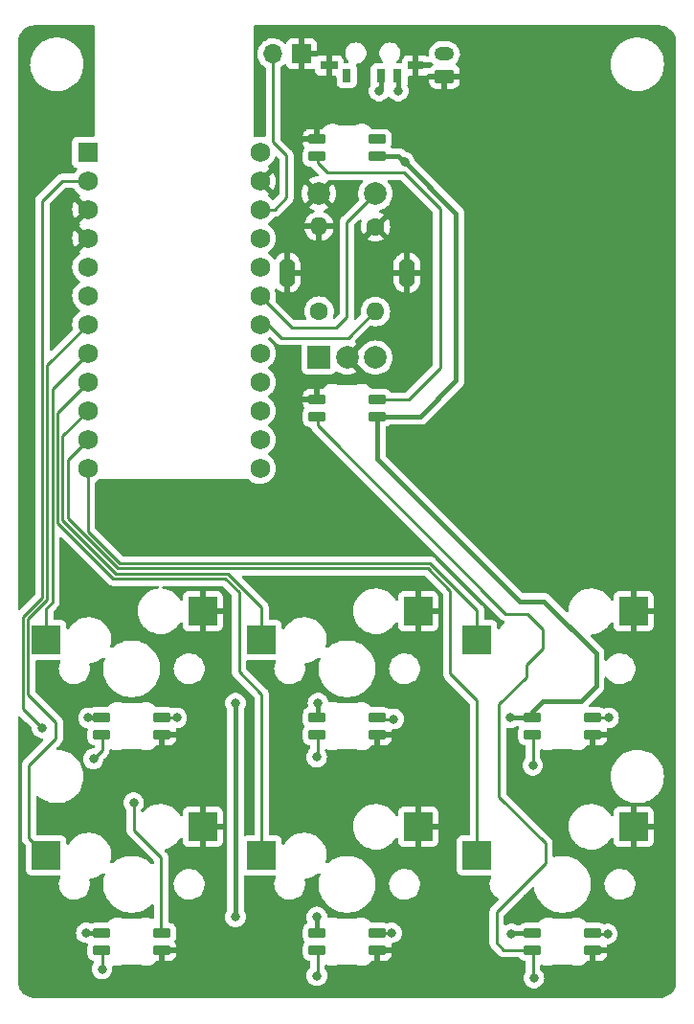
<source format=gbl>
%TF.GenerationSoftware,KiCad,Pcbnew,(6.0.4)*%
%TF.CreationDate,2022-08-26T14:06:06+02:00*%
%TF.ProjectId,Little Big Scroll 6 - PCB,4c697474-6c65-4204-9269-67205363726f,v1.1*%
%TF.SameCoordinates,Original*%
%TF.FileFunction,Copper,L2,Bot*%
%TF.FilePolarity,Positive*%
%FSLAX46Y46*%
G04 Gerber Fmt 4.6, Leading zero omitted, Abs format (unit mm)*
G04 Created by KiCad (PCBNEW (6.0.4)) date 2022-08-26 14:06:06*
%MOMM*%
%LPD*%
G01*
G04 APERTURE LIST*
G04 Aperture macros list*
%AMRoundRect*
0 Rectangle with rounded corners*
0 $1 Rounding radius*
0 $2 $3 $4 $5 $6 $7 $8 $9 X,Y pos of 4 corners*
0 Add a 4 corners polygon primitive as box body*
4,1,4,$2,$3,$4,$5,$6,$7,$8,$9,$2,$3,0*
0 Add four circle primitives for the rounded corners*
1,1,$1+$1,$2,$3*
1,1,$1+$1,$4,$5*
1,1,$1+$1,$6,$7*
1,1,$1+$1,$8,$9*
0 Add four rect primitives between the rounded corners*
20,1,$1+$1,$2,$3,$4,$5,0*
20,1,$1+$1,$4,$5,$6,$7,0*
20,1,$1+$1,$6,$7,$8,$9,0*
20,1,$1+$1,$8,$9,$2,$3,0*%
G04 Aperture macros list end*
%TA.AperFunction,ComponentPad*%
%ADD10R,1.752600X1.752600*%
%TD*%
%TA.AperFunction,ComponentPad*%
%ADD11C,1.752600*%
%TD*%
%TA.AperFunction,SMDPad,CuDef*%
%ADD12R,2.550000X2.500000*%
%TD*%
%TA.AperFunction,ComponentPad*%
%ADD13R,2.000000X2.000000*%
%TD*%
%TA.AperFunction,ComponentPad*%
%ADD14C,2.000000*%
%TD*%
%TA.AperFunction,ComponentPad*%
%ADD15O,1.400000X2.600000*%
%TD*%
%TA.AperFunction,SMDPad,CuDef*%
%ADD16RoundRect,0.082000X-0.668000X0.328000X-0.668000X-0.328000X0.668000X-0.328000X0.668000X0.328000X0*%
%TD*%
%TA.AperFunction,SMDPad,CuDef*%
%ADD17RoundRect,0.082000X0.668000X-0.328000X0.668000X0.328000X-0.668000X0.328000X-0.668000X-0.328000X0*%
%TD*%
%TA.AperFunction,ComponentPad*%
%ADD18R,1.700000X1.700000*%
%TD*%
%TA.AperFunction,ComponentPad*%
%ADD19O,1.700000X1.700000*%
%TD*%
%TA.AperFunction,ComponentPad*%
%ADD20RoundRect,0.250000X0.625000X-0.350000X0.625000X0.350000X-0.625000X0.350000X-0.625000X-0.350000X0*%
%TD*%
%TA.AperFunction,ComponentPad*%
%ADD21O,1.750000X1.200000*%
%TD*%
%TA.AperFunction,ComponentPad*%
%ADD22C,1.600000*%
%TD*%
%TA.AperFunction,ComponentPad*%
%ADD23O,1.600000X1.600000*%
%TD*%
%TA.AperFunction,SMDPad,CuDef*%
%ADD24R,0.800000X1.200000*%
%TD*%
%TA.AperFunction,SMDPad,CuDef*%
%ADD25R,1.400000X0.800000*%
%TD*%
%TA.AperFunction,SMDPad,CuDef*%
%ADD26R,1.500000X0.800000*%
%TD*%
%TA.AperFunction,ViaPad*%
%ADD27C,0.800000*%
%TD*%
%TA.AperFunction,Conductor*%
%ADD28C,0.250000*%
%TD*%
%TA.AperFunction,Conductor*%
%ADD29C,0.450000*%
%TD*%
G04 APERTURE END LIST*
D10*
X87340000Y-57510000D03*
D11*
X87340000Y-60050000D03*
X87340000Y-62590000D03*
X87340000Y-65130000D03*
X87340000Y-67670000D03*
X87340000Y-70210000D03*
X87340000Y-72750000D03*
X87340000Y-75290000D03*
X87340000Y-77830000D03*
X87340000Y-80370000D03*
X87340000Y-82910000D03*
X87340000Y-85450000D03*
X102580000Y-85450000D03*
X102580000Y-82910000D03*
X102580000Y-80370000D03*
X102580000Y-77830000D03*
X102580000Y-75290000D03*
X102580000Y-72750000D03*
X102580000Y-70210000D03*
X102580000Y-67670000D03*
X102580000Y-65130000D03*
X102580000Y-62590000D03*
X102580000Y-60050000D03*
X102580000Y-57510000D03*
D12*
X83660000Y-100620000D03*
X97510000Y-98080000D03*
X102710000Y-100620000D03*
X116560000Y-98080000D03*
X121760000Y-100620000D03*
X135610000Y-98080000D03*
X83660000Y-119670000D03*
X97510000Y-117130000D03*
X102710000Y-119670000D03*
X116560000Y-117130000D03*
X121760000Y-119670000D03*
X135610000Y-117130000D03*
D13*
X107770000Y-75660000D03*
D14*
X112770000Y-75660000D03*
X110270000Y-75660000D03*
D15*
X104970000Y-68160000D03*
X115570000Y-68160000D03*
D14*
X112770000Y-61160000D03*
X107770000Y-61160000D03*
D16*
X88570000Y-107489999D03*
X88570000Y-108989999D03*
X93870000Y-108989999D03*
X93870000Y-107489999D03*
X107620000Y-107489999D03*
X107620000Y-108989999D03*
X112920000Y-108989999D03*
X112920000Y-107489999D03*
X126670000Y-107489999D03*
X126670000Y-108989999D03*
X131970000Y-108989999D03*
X131970000Y-107489999D03*
X88570000Y-126539999D03*
X88570000Y-128039999D03*
X93870000Y-128039999D03*
X93870000Y-126539999D03*
X107620000Y-126539999D03*
X107620000Y-128039999D03*
X112920000Y-128039999D03*
X112920000Y-126539999D03*
X126670000Y-126539999D03*
X126670000Y-128039999D03*
X131970000Y-128039999D03*
X131970000Y-126539999D03*
D17*
X112920000Y-57870001D03*
X112920000Y-56370001D03*
X107620000Y-56370001D03*
X107620000Y-57870001D03*
X112920000Y-80865001D03*
X112920000Y-79365001D03*
X107620000Y-79365001D03*
X107620000Y-80865001D03*
D18*
X106250000Y-48810000D03*
D19*
X103710000Y-48810000D03*
D20*
X118870000Y-50820000D03*
D21*
X118870000Y-48820000D03*
D22*
X112770000Y-64090000D03*
D23*
X112770000Y-71590000D03*
D22*
X107790000Y-71560000D03*
D23*
X107790000Y-64060000D03*
D24*
X110240000Y-50750000D03*
X113240000Y-50750000D03*
X114740000Y-50750000D03*
D25*
X116340000Y-47650000D03*
D26*
X108690000Y-47650000D03*
D25*
X116340000Y-49850000D03*
D26*
X108690000Y-49850000D03*
D27*
X98000000Y-127400000D03*
X118275500Y-108643082D03*
X129400000Y-71500000D03*
X84900000Y-69300000D03*
X116600000Y-98100000D03*
X97500000Y-117100000D03*
X116700000Y-117200000D03*
X135700000Y-98100000D03*
X97500000Y-98100000D03*
X97800000Y-108600000D03*
X135700000Y-117100000D03*
X83500000Y-57800000D03*
X100400000Y-106200000D03*
X107700000Y-106200000D03*
X107600000Y-125100000D03*
X124700000Y-107500000D03*
X87400000Y-107500000D03*
X87200000Y-126500000D03*
X100400000Y-125100000D03*
X115350000Y-58390000D03*
X124800000Y-126600000D03*
X83300000Y-108400000D03*
X95200000Y-107500000D03*
X83660000Y-100620000D03*
X102710000Y-100620000D03*
X121760000Y-100620000D03*
X83660000Y-119670000D03*
X102710000Y-119670000D03*
X121760000Y-119670000D03*
X113100000Y-52100000D03*
X114800000Y-52100000D03*
X114400000Y-107600000D03*
X87830315Y-111124500D03*
X107573179Y-110975500D03*
X133400000Y-107500000D03*
X91400000Y-115000000D03*
X126700000Y-111700000D03*
X133300000Y-126600000D03*
X107600000Y-130300000D03*
X126800000Y-130500000D03*
X88600000Y-129700000D03*
X114200000Y-126500000D03*
D28*
X112770000Y-71590000D02*
X112680000Y-71590000D01*
X103310000Y-72750000D02*
X102580000Y-72750000D01*
X104460000Y-73900000D02*
X103310000Y-72750000D01*
X112680000Y-71590000D02*
X110370000Y-73900000D01*
X110370000Y-73900000D02*
X104460000Y-73900000D01*
D29*
X114830001Y-57870001D02*
X115350000Y-58390000D01*
X124710001Y-107489999D02*
X124700000Y-107500000D01*
X132300000Y-104700000D02*
X131000000Y-106000000D01*
X112870000Y-57870001D02*
X114830001Y-57870001D01*
X107700000Y-107459999D02*
X107670000Y-107489999D01*
X107600000Y-126469999D02*
X107670000Y-126539999D01*
X124860001Y-126539999D02*
X124800000Y-126600000D01*
X127600000Y-106000000D02*
X126670000Y-106930000D01*
X125518100Y-97200000D02*
X127700000Y-97200000D01*
X126670000Y-106930000D02*
X126670000Y-107489999D01*
X87410001Y-107489999D02*
X87400000Y-107500000D01*
X87200000Y-126500000D02*
X88580001Y-126500000D01*
X107700000Y-106200000D02*
X107700000Y-107459999D01*
X132300000Y-101800000D02*
X132300000Y-104700000D01*
X126720000Y-126539999D02*
X124860001Y-126539999D01*
X119900000Y-62940000D02*
X115350000Y-58390000D01*
X112920000Y-84601900D02*
X125518100Y-97200000D01*
X131000000Y-106000000D02*
X127600000Y-106000000D01*
X100400000Y-125100000D02*
X100400000Y-106200000D01*
X126720000Y-107489999D02*
X124710001Y-107489999D01*
X112920000Y-80865001D02*
X116734999Y-80865001D01*
X119900000Y-77700000D02*
X119900000Y-62940000D01*
X116734999Y-80865001D02*
X119900000Y-77700000D01*
X112920000Y-80865001D02*
X112920000Y-84601900D01*
X107600000Y-125100000D02*
X107600000Y-126469999D01*
X88620000Y-107489999D02*
X87410001Y-107489999D01*
X127700000Y-97200000D02*
X132300000Y-101800000D01*
D28*
X83300000Y-61810200D02*
X85060200Y-60050000D01*
X93820000Y-107489999D02*
X95189999Y-107489999D01*
X83300000Y-96900000D02*
X83300000Y-61810200D01*
X81610978Y-106710978D02*
X81610978Y-98589022D01*
X81610978Y-98589022D02*
X83300000Y-96900000D01*
X85060200Y-60050000D02*
X87340000Y-60050000D01*
X83300000Y-108400000D02*
X81610978Y-106710978D01*
X95189999Y-107489999D02*
X95200000Y-107500000D01*
X84199021Y-78430979D02*
X87340000Y-75290000D01*
X83660000Y-100620000D02*
X83660000Y-97811408D01*
X83660000Y-97811408D02*
X84199021Y-97272387D01*
X84199021Y-97272387D02*
X84199021Y-78430979D01*
X89779081Y-94750489D02*
X85098043Y-90069451D01*
X85098043Y-82611957D02*
X87340000Y-80370000D01*
X99686193Y-94750489D02*
X89779081Y-94750489D01*
X102710000Y-100620000D02*
X102710000Y-97774296D01*
X102710000Y-97774296D02*
X99686193Y-94750489D01*
X85098043Y-90069451D02*
X85098043Y-82611957D01*
X121760000Y-98024296D02*
X121760000Y-100620000D01*
X117587172Y-93851468D02*
X121760000Y-98024296D01*
X87340000Y-91040000D02*
X90151468Y-93851468D01*
X90151468Y-93851468D02*
X117587172Y-93851468D01*
X87340000Y-85450000D02*
X87340000Y-91040000D01*
X84500000Y-109300000D02*
X82135000Y-111665000D01*
X83635000Y-119670000D02*
X83660000Y-119670000D01*
X82135000Y-118170000D02*
X83635000Y-119670000D01*
X84500000Y-107900000D02*
X84500000Y-109300000D01*
X82060489Y-105460489D02*
X84500000Y-107900000D01*
X83749510Y-76340490D02*
X83749510Y-97086194D01*
X82060489Y-98775215D02*
X82060489Y-105460489D01*
X87340000Y-72750000D02*
X83749510Y-76340490D01*
X82135000Y-111665000D02*
X82135000Y-118170000D01*
X83749510Y-97086194D02*
X82060489Y-98775215D01*
X100700000Y-96400000D02*
X100700000Y-103400000D01*
X102710000Y-105410000D02*
X102710000Y-119670000D01*
X99500000Y-95200000D02*
X100700000Y-96400000D01*
X84648532Y-80521468D02*
X84648532Y-90255644D01*
X84648532Y-90255644D02*
X89592888Y-95200000D01*
X100700000Y-103400000D02*
X102710000Y-105410000D01*
X89592888Y-95200000D02*
X99500000Y-95200000D01*
X87340000Y-77830000D02*
X84648532Y-80521468D01*
X117400978Y-94300978D02*
X119400000Y-96300000D01*
X119400000Y-103600000D02*
X121760000Y-105960000D01*
X85547554Y-89883258D02*
X89965274Y-94300978D01*
X121760000Y-105960000D02*
X121760000Y-119670000D01*
X87340000Y-82910000D02*
X85547554Y-84702446D01*
X119400000Y-96300000D02*
X119400000Y-103600000D01*
X89965274Y-94300978D02*
X117400978Y-94300978D01*
X85547554Y-84702446D02*
X85547554Y-89883258D01*
X110250000Y-63680000D02*
X112770000Y-61160000D01*
X109290000Y-73000000D02*
X110250000Y-72040000D01*
X102580000Y-70210000D02*
X105370000Y-73000000D01*
X110250000Y-72040000D02*
X110250000Y-63680000D01*
X105370000Y-73000000D02*
X109290000Y-73000000D01*
D29*
X113290000Y-51910000D02*
X113100000Y-52100000D01*
X113290000Y-50600000D02*
X113290000Y-51910000D01*
X114790000Y-50600000D02*
X114790000Y-52090000D01*
X114790000Y-52090000D02*
X114800000Y-52100000D01*
D28*
X114400000Y-107600000D02*
X112980001Y-107600000D01*
X112980001Y-107600000D02*
X112870000Y-107489999D01*
X88620000Y-110334815D02*
X87830315Y-111124500D01*
X88620000Y-108989999D02*
X88620000Y-110334815D01*
X107670000Y-108989999D02*
X107670000Y-110878679D01*
X107670000Y-110878679D02*
X107573179Y-110975500D01*
X133400000Y-107500000D02*
X131930001Y-107500000D01*
X93820000Y-119840974D02*
X93820000Y-126539999D01*
X91400000Y-117420974D02*
X93820000Y-119840974D01*
X126720000Y-111680000D02*
X126700000Y-111700000D01*
X126720000Y-108989999D02*
X126720000Y-111680000D01*
X91400000Y-115000000D02*
X91400000Y-117420974D01*
X107670000Y-128039999D02*
X107670000Y-130230000D01*
X107670000Y-130230000D02*
X107600000Y-130300000D01*
X133300000Y-126600000D02*
X131980001Y-126600000D01*
X131980001Y-126600000D02*
X131920000Y-126539999D01*
X125465421Y-122715125D02*
X127800000Y-120380546D01*
X126720000Y-128039999D02*
X126720000Y-130420000D01*
X123700000Y-106300000D02*
X126100000Y-103900000D01*
X126100000Y-103900000D02*
X126100000Y-102840487D01*
X127600000Y-101340487D02*
X127600000Y-99679513D01*
X126100000Y-102840487D02*
X127600000Y-101340487D01*
X125465421Y-122717587D02*
X125465421Y-122715125D01*
X107670000Y-81670000D02*
X107670000Y-80865001D01*
X123500000Y-127400000D02*
X123500000Y-124683008D01*
X123700000Y-114500000D02*
X123700000Y-106300000D01*
X127800000Y-120380546D02*
X127800000Y-118600000D01*
X127600000Y-99679513D02*
X126220487Y-98300000D01*
X126670000Y-128039999D02*
X124139999Y-128039999D01*
X126720000Y-130420000D02*
X126800000Y-130500000D01*
X124300000Y-98300000D02*
X107670000Y-81670000D01*
X123500000Y-124683008D02*
X125465421Y-122717587D01*
X124139999Y-128039999D02*
X123500000Y-127400000D01*
X127800000Y-118600000D02*
X123700000Y-114500000D01*
X126220487Y-98300000D02*
X124300000Y-98300000D01*
X104900000Y-61520800D02*
X104900000Y-57800000D01*
X103710000Y-56610000D02*
X103710000Y-48810000D01*
X104900000Y-57800000D02*
X103710000Y-56610000D01*
X103830800Y-62590000D02*
X104900000Y-61520800D01*
X102580000Y-62590000D02*
X103830800Y-62590000D01*
X114200000Y-126500000D02*
X112909999Y-126500000D01*
X88620000Y-129680000D02*
X88600000Y-129700000D01*
X88620000Y-128039999D02*
X88620000Y-129680000D01*
X118500000Y-76600000D02*
X115734999Y-79365001D01*
X115300000Y-59300000D02*
X118500000Y-62500000D01*
X108499800Y-59300000D02*
X115300000Y-59300000D01*
X115734999Y-79365001D02*
X112870000Y-79365001D01*
X118500000Y-62500000D02*
X118500000Y-76600000D01*
X107670000Y-57870001D02*
X107670000Y-58470200D01*
X107670000Y-58470200D02*
X108499800Y-59300000D01*
%TA.AperFunction,Conductor*%
G36*
X137860018Y-46290000D02*
G01*
X137874851Y-46292310D01*
X137874855Y-46292310D01*
X137883724Y-46293691D01*
X137898981Y-46291696D01*
X137924302Y-46290953D01*
X138049202Y-46299886D01*
X138093328Y-46303042D01*
X138111122Y-46305600D01*
X138301512Y-46347017D01*
X138318759Y-46352081D01*
X138501318Y-46420172D01*
X138517667Y-46427639D01*
X138688674Y-46521016D01*
X138703798Y-46530736D01*
X138859771Y-46647496D01*
X138873357Y-46659268D01*
X139011131Y-46797041D01*
X139022904Y-46810628D01*
X139139666Y-46966604D01*
X139149385Y-46981727D01*
X139242760Y-47152730D01*
X139250227Y-47169080D01*
X139306208Y-47319172D01*
X139318319Y-47351643D01*
X139323383Y-47368891D01*
X139333623Y-47415963D01*
X139355215Y-47515214D01*
X139364799Y-47559271D01*
X139367357Y-47577063D01*
X139378170Y-47728237D01*
X139378939Y-47738996D01*
X139378190Y-47757006D01*
X139378090Y-47765249D01*
X139376708Y-47774123D01*
X139379510Y-47795548D01*
X139380835Y-47805680D01*
X139381899Y-47822019D01*
X139381739Y-80968569D01*
X139381500Y-130740235D01*
X139380000Y-130759618D01*
X139376309Y-130783325D01*
X139378188Y-130797690D01*
X139378304Y-130798577D01*
X139379047Y-130823903D01*
X139375230Y-130877279D01*
X139366958Y-130992934D01*
X139364400Y-131010725D01*
X139346327Y-131093803D01*
X139322983Y-131201109D01*
X139317919Y-131218357D01*
X139305808Y-131250828D01*
X139253484Y-131391117D01*
X139249829Y-131400916D01*
X139242360Y-131417270D01*
X139148985Y-131588273D01*
X139139266Y-131603396D01*
X139022501Y-131759376D01*
X139010728Y-131772962D01*
X138872962Y-131910728D01*
X138859376Y-131922501D01*
X138703396Y-132039266D01*
X138688277Y-132048983D01*
X138517267Y-132142362D01*
X138500920Y-132149827D01*
X138350828Y-132205808D01*
X138318357Y-132217919D01*
X138301108Y-132222983D01*
X138110725Y-132264400D01*
X138092938Y-132266957D01*
X137930996Y-132278540D01*
X137913036Y-132277793D01*
X137904756Y-132277692D01*
X137895877Y-132276309D01*
X137871890Y-132279446D01*
X137864312Y-132280437D01*
X137847974Y-132281501D01*
X112651583Y-132281682D01*
X82699759Y-132281898D01*
X82680376Y-132280398D01*
X82674987Y-132279559D01*
X82665548Y-132278089D01*
X82665545Y-132278089D01*
X82656675Y-132276708D01*
X82641418Y-132278703D01*
X82616097Y-132279446D01*
X82447062Y-132267356D01*
X82429275Y-132264799D01*
X82238892Y-132223382D01*
X82221643Y-132218318D01*
X82189172Y-132206207D01*
X82039080Y-132150226D01*
X82022733Y-132142761D01*
X81851723Y-132049382D01*
X81836604Y-132039665D01*
X81680625Y-131922900D01*
X81667039Y-131911127D01*
X81529273Y-131773361D01*
X81517500Y-131759775D01*
X81400735Y-131603795D01*
X81391016Y-131588672D01*
X81297642Y-131417671D01*
X81290173Y-131401317D01*
X81222082Y-131218758D01*
X81217017Y-131201509D01*
X81175601Y-131011122D01*
X81173043Y-130993327D01*
X81161720Y-130835005D01*
X81162805Y-130812241D01*
X81162334Y-130812199D01*
X81162769Y-130807351D01*
X81163576Y-130802552D01*
X81163729Y-130790000D01*
X81159773Y-130762376D01*
X81158500Y-130744514D01*
X81158500Y-107458594D01*
X81178502Y-107390473D01*
X81232158Y-107343980D01*
X81302432Y-107333876D01*
X81367012Y-107363370D01*
X81373593Y-107369497D01*
X81864239Y-107860144D01*
X82352878Y-108348783D01*
X82386904Y-108411095D01*
X82389093Y-108424708D01*
X82398692Y-108516034D01*
X82406458Y-108589928D01*
X82465473Y-108771556D01*
X82560960Y-108936944D01*
X82565378Y-108941851D01*
X82565379Y-108941852D01*
X82684325Y-109073955D01*
X82688747Y-109078866D01*
X82843248Y-109191118D01*
X82849276Y-109193802D01*
X82849278Y-109193803D01*
X83011681Y-109266109D01*
X83017712Y-109268794D01*
X83111113Y-109288647D01*
X83198056Y-109307128D01*
X83198061Y-109307128D01*
X83204513Y-109308500D01*
X83291405Y-109308500D01*
X83359526Y-109328502D01*
X83406019Y-109382158D01*
X83416123Y-109452432D01*
X83386629Y-109517012D01*
X83380500Y-109523595D01*
X81742747Y-111161348D01*
X81734461Y-111168888D01*
X81727982Y-111173000D01*
X81722557Y-111178777D01*
X81681357Y-111222651D01*
X81678602Y-111225493D01*
X81658865Y-111245230D01*
X81656385Y-111248427D01*
X81648682Y-111257447D01*
X81618414Y-111289679D01*
X81614595Y-111296625D01*
X81614593Y-111296628D01*
X81608652Y-111307434D01*
X81597801Y-111323953D01*
X81585386Y-111339959D01*
X81582241Y-111347228D01*
X81582238Y-111347232D01*
X81567826Y-111380537D01*
X81562609Y-111391187D01*
X81541305Y-111429940D01*
X81539334Y-111437615D01*
X81539334Y-111437616D01*
X81536267Y-111449562D01*
X81529863Y-111468266D01*
X81521819Y-111486855D01*
X81520580Y-111494678D01*
X81520577Y-111494688D01*
X81514901Y-111530524D01*
X81512495Y-111542144D01*
X81501500Y-111584970D01*
X81501500Y-111605224D01*
X81499949Y-111624934D01*
X81496780Y-111644943D01*
X81497526Y-111652835D01*
X81500941Y-111688961D01*
X81501500Y-111700819D01*
X81501500Y-118091233D01*
X81500973Y-118102416D01*
X81499298Y-118109909D01*
X81499547Y-118117835D01*
X81499547Y-118117836D01*
X81501438Y-118177986D01*
X81501500Y-118181945D01*
X81501500Y-118209856D01*
X81501997Y-118213790D01*
X81501997Y-118213791D01*
X81502005Y-118213856D01*
X81502938Y-118225693D01*
X81504327Y-118269889D01*
X81509978Y-118289339D01*
X81513987Y-118308700D01*
X81514305Y-118311213D01*
X81516526Y-118328797D01*
X81519445Y-118336168D01*
X81519445Y-118336170D01*
X81532804Y-118369912D01*
X81536649Y-118381142D01*
X81548982Y-118423593D01*
X81553015Y-118430412D01*
X81553017Y-118430417D01*
X81559293Y-118441028D01*
X81567988Y-118458776D01*
X81575448Y-118477617D01*
X81580110Y-118484033D01*
X81580110Y-118484034D01*
X81601436Y-118513387D01*
X81607952Y-118523307D01*
X81623885Y-118550247D01*
X81630458Y-118561362D01*
X81644779Y-118575683D01*
X81657619Y-118590716D01*
X81669528Y-118607107D01*
X81675634Y-118612158D01*
X81703605Y-118635298D01*
X81712384Y-118643288D01*
X81839595Y-118770499D01*
X81873621Y-118832811D01*
X81876500Y-118859594D01*
X81876500Y-120968134D01*
X81883255Y-121030316D01*
X81934385Y-121166705D01*
X82021739Y-121283261D01*
X82138295Y-121370615D01*
X82274684Y-121421745D01*
X82336866Y-121428500D01*
X84806877Y-121428500D01*
X84874998Y-121448502D01*
X84921491Y-121502158D01*
X84931595Y-121572432D01*
X84919194Y-121611603D01*
X84875923Y-121696712D01*
X84841717Y-121806873D01*
X84809095Y-121911930D01*
X84809094Y-121911936D01*
X84807511Y-121917033D01*
X84777200Y-122145732D01*
X84785854Y-122376268D01*
X84833228Y-122602050D01*
X84835186Y-122607009D01*
X84835187Y-122607011D01*
X84863945Y-122679830D01*
X84917967Y-122816622D01*
X85037647Y-123013849D01*
X85041144Y-123017879D01*
X85164415Y-123159936D01*
X85188847Y-123188092D01*
X85215062Y-123209587D01*
X85363115Y-123330984D01*
X85363121Y-123330988D01*
X85367243Y-123334368D01*
X85567735Y-123448494D01*
X85572751Y-123450315D01*
X85572756Y-123450317D01*
X85779575Y-123525389D01*
X85779579Y-123525390D01*
X85784590Y-123527209D01*
X85789839Y-123528158D01*
X85789842Y-123528159D01*
X86007523Y-123567522D01*
X86007530Y-123567523D01*
X86011607Y-123568260D01*
X86029344Y-123569096D01*
X86034292Y-123569330D01*
X86034299Y-123569330D01*
X86035780Y-123569400D01*
X86197925Y-123569400D01*
X86264881Y-123563719D01*
X86364562Y-123555261D01*
X86364566Y-123555260D01*
X86369873Y-123554810D01*
X86375028Y-123553472D01*
X86375034Y-123553471D01*
X86588003Y-123498195D01*
X86588007Y-123498194D01*
X86593172Y-123496853D01*
X86598038Y-123494661D01*
X86598041Y-123494660D01*
X86798649Y-123404293D01*
X86803515Y-123402101D01*
X86807935Y-123399125D01*
X86807939Y-123399123D01*
X86983333Y-123281039D01*
X86994885Y-123273262D01*
X87161812Y-123114022D01*
X87239738Y-123009286D01*
X87296337Y-122933214D01*
X87296339Y-122933211D01*
X87299521Y-122928934D01*
X87354305Y-122821183D01*
X87401658Y-122728046D01*
X87401658Y-122728045D01*
X87404077Y-122723288D01*
X87465276Y-122526198D01*
X87470905Y-122508070D01*
X87470906Y-122508064D01*
X87472489Y-122502967D01*
X87502800Y-122274268D01*
X87494146Y-122043732D01*
X87448104Y-121824298D01*
X87453691Y-121753523D01*
X87496656Y-121697003D01*
X87562629Y-121672732D01*
X87607257Y-121669612D01*
X87685828Y-121664118D01*
X87685834Y-121664117D01*
X87690212Y-121663811D01*
X87964970Y-121605409D01*
X87969099Y-121603906D01*
X87969103Y-121603905D01*
X88224781Y-121510846D01*
X88224785Y-121510844D01*
X88228926Y-121509337D01*
X88476942Y-121377464D01*
X88661327Y-121243501D01*
X88728195Y-121219642D01*
X88797347Y-121235723D01*
X88846827Y-121286637D01*
X88860926Y-121356220D01*
X88852540Y-121391820D01*
X88835370Y-121435187D01*
X88757064Y-121740170D01*
X88717600Y-122052562D01*
X88717600Y-122367438D01*
X88757064Y-122679830D01*
X88835370Y-122984813D01*
X88951284Y-123277577D01*
X88953186Y-123281036D01*
X88953187Y-123281039D01*
X89087520Y-123525389D01*
X89102976Y-123553504D01*
X89288055Y-123808244D01*
X89503602Y-124037778D01*
X89746218Y-124238487D01*
X90012076Y-124407206D01*
X90015655Y-124408890D01*
X90015662Y-124408894D01*
X90293394Y-124539584D01*
X90293398Y-124539586D01*
X90296984Y-124541273D01*
X90596448Y-124638575D01*
X90905746Y-124697577D01*
X90999300Y-124703463D01*
X91139358Y-124712275D01*
X91139374Y-124712276D01*
X91141353Y-124712400D01*
X91298647Y-124712400D01*
X91300626Y-124712276D01*
X91300642Y-124712275D01*
X91440700Y-124703463D01*
X91534254Y-124697577D01*
X91843552Y-124638575D01*
X92143016Y-124541273D01*
X92146602Y-124539586D01*
X92146606Y-124539584D01*
X92424338Y-124408894D01*
X92424345Y-124408890D01*
X92427924Y-124407206D01*
X92693782Y-124238487D01*
X92936398Y-124037778D01*
X92968650Y-124003433D01*
X93029862Y-123967468D01*
X93100802Y-123970305D01*
X93158947Y-124011046D01*
X93185835Y-124076754D01*
X93186500Y-124089686D01*
X93186500Y-125156177D01*
X93166498Y-125224298D01*
X93112842Y-125270791D01*
X93042568Y-125280895D01*
X93003182Y-125268385D01*
X93001007Y-125267274D01*
X92895766Y-125213515D01*
X92817111Y-125190023D01*
X92724904Y-125162483D01*
X92724901Y-125162482D01*
X92719402Y-125160840D01*
X92657471Y-125154112D01*
X92542116Y-125141580D01*
X92542113Y-125141580D01*
X92536416Y-125140961D01*
X92460260Y-125146593D01*
X92358571Y-125154112D01*
X92358568Y-125154112D01*
X92352854Y-125154535D01*
X92174782Y-125201113D01*
X92169589Y-125203544D01*
X92169587Y-125203545D01*
X92049181Y-125259917D01*
X92040398Y-125263630D01*
X92018415Y-125271959D01*
X92018038Y-125270965D01*
X91970865Y-125281500D01*
X90474894Y-125281500D01*
X90455523Y-125280002D01*
X90440490Y-125277663D01*
X90406441Y-125267276D01*
X90265203Y-125201151D01*
X90087138Y-125154575D01*
X90081424Y-125154152D01*
X90081421Y-125154152D01*
X89980655Y-125146701D01*
X89903584Y-125141002D01*
X89897886Y-125141621D01*
X89897884Y-125141621D01*
X89779012Y-125154535D01*
X89720606Y-125160880D01*
X89715107Y-125162522D01*
X89715104Y-125162523D01*
X89623030Y-125190023D01*
X89544248Y-125213553D01*
X89465802Y-125253625D01*
X89385520Y-125294635D01*
X89380340Y-125297281D01*
X89234295Y-125409296D01*
X89230449Y-125413555D01*
X89114810Y-125541614D01*
X89110941Y-125545898D01*
X89102114Y-125560217D01*
X89101248Y-125561621D01*
X89048473Y-125609111D01*
X88993992Y-125621499D01*
X87929799Y-125621500D01*
X87863300Y-125621500D01*
X87859216Y-125622038D01*
X87859210Y-125622038D01*
X87756036Y-125635620D01*
X87756034Y-125635621D01*
X87747849Y-125636698D01*
X87701165Y-125656035D01*
X87666680Y-125670319D01*
X87596090Y-125677908D01*
X87567214Y-125669017D01*
X87488324Y-125633893D01*
X87488321Y-125633892D01*
X87482288Y-125631206D01*
X87439156Y-125622038D01*
X87301944Y-125592872D01*
X87301939Y-125592872D01*
X87295487Y-125591500D01*
X87104513Y-125591500D01*
X87098061Y-125592872D01*
X87098056Y-125592872D01*
X87021660Y-125609111D01*
X86917712Y-125631206D01*
X86911682Y-125633891D01*
X86911681Y-125633891D01*
X86749278Y-125706197D01*
X86749276Y-125706198D01*
X86743248Y-125708882D01*
X86737907Y-125712762D01*
X86737906Y-125712763D01*
X86714410Y-125729834D01*
X86588747Y-125821134D01*
X86584326Y-125826044D01*
X86584325Y-125826045D01*
X86510850Y-125907648D01*
X86460960Y-125963056D01*
X86403225Y-126063056D01*
X86401506Y-126066034D01*
X86365473Y-126128444D01*
X86306458Y-126310072D01*
X86305768Y-126316633D01*
X86305768Y-126316635D01*
X86295948Y-126410072D01*
X86286496Y-126500000D01*
X86306458Y-126689928D01*
X86365473Y-126871556D01*
X86368776Y-126877278D01*
X86368777Y-126877279D01*
X86385763Y-126906699D01*
X86460960Y-127036944D01*
X86465378Y-127041851D01*
X86465379Y-127041852D01*
X86570110Y-127158168D01*
X86588747Y-127178866D01*
X86636136Y-127213296D01*
X86726385Y-127278866D01*
X86743248Y-127291118D01*
X86749276Y-127293802D01*
X86749278Y-127293803D01*
X86909891Y-127365312D01*
X86917712Y-127368794D01*
X87004479Y-127387237D01*
X87098056Y-127407128D01*
X87098061Y-127407128D01*
X87104513Y-127408500D01*
X87203626Y-127408500D01*
X87271747Y-127428502D01*
X87318240Y-127482158D01*
X87328344Y-127552432D01*
X87327757Y-127555295D01*
X87326699Y-127557848D01*
X87325743Y-127565108D01*
X87325742Y-127565114D01*
X87319683Y-127611142D01*
X87311500Y-127673298D01*
X87311501Y-128406699D01*
X87312039Y-128410783D01*
X87312039Y-128410789D01*
X87323311Y-128496412D01*
X87326699Y-128522150D01*
X87386200Y-128665797D01*
X87429936Y-128722795D01*
X87475822Y-128782595D01*
X87475825Y-128782598D01*
X87480851Y-128789148D01*
X87604203Y-128883799D01*
X87611829Y-128886958D01*
X87611831Y-128886959D01*
X87698366Y-128922803D01*
X87747849Y-128943300D01*
X87756033Y-128944377D01*
X87756035Y-128944378D01*
X87788434Y-128948643D01*
X87853361Y-128977365D01*
X87892453Y-129036630D01*
X87893298Y-129107622D01*
X87868658Y-129152367D01*
X87869261Y-129152805D01*
X87865774Y-129157605D01*
X87865625Y-129157875D01*
X87860960Y-129163056D01*
X87857657Y-129168777D01*
X87776580Y-129309207D01*
X87765473Y-129328444D01*
X87706458Y-129510072D01*
X87705768Y-129516633D01*
X87705768Y-129516635D01*
X87697943Y-129591088D01*
X87686496Y-129700000D01*
X87687186Y-129706565D01*
X87699228Y-129821134D01*
X87706458Y-129889928D01*
X87765473Y-130071556D01*
X87860960Y-130236944D01*
X87988747Y-130378866D01*
X88143248Y-130491118D01*
X88149276Y-130493802D01*
X88149278Y-130493803D01*
X88311681Y-130566109D01*
X88317712Y-130568794D01*
X88411113Y-130588647D01*
X88498056Y-130607128D01*
X88498061Y-130607128D01*
X88504513Y-130608500D01*
X88695487Y-130608500D01*
X88701939Y-130607128D01*
X88701944Y-130607128D01*
X88788887Y-130588647D01*
X88882288Y-130568794D01*
X88888319Y-130566109D01*
X89050722Y-130493803D01*
X89050724Y-130493802D01*
X89056752Y-130491118D01*
X89211253Y-130378866D01*
X89339040Y-130236944D01*
X89434527Y-130071556D01*
X89493542Y-129889928D01*
X89500773Y-129821134D01*
X89512814Y-129706565D01*
X89513504Y-129700000D01*
X89496077Y-129534195D01*
X89508849Y-129464358D01*
X89557351Y-129412512D01*
X89626184Y-129395117D01*
X89657445Y-129400296D01*
X89715095Y-129417514D01*
X89715097Y-129417514D01*
X89720600Y-129419158D01*
X89765290Y-129424013D01*
X89897886Y-129438418D01*
X89897889Y-129438418D01*
X89903586Y-129439037D01*
X89960978Y-129434793D01*
X90081433Y-129425886D01*
X90081437Y-129425885D01*
X90087148Y-129425463D01*
X90183362Y-129400296D01*
X90259670Y-129380336D01*
X90259673Y-129380335D01*
X90265220Y-129378884D01*
X90270413Y-129376453D01*
X90270418Y-129376451D01*
X90390838Y-129320073D01*
X90399597Y-129316369D01*
X90421585Y-129308037D01*
X90421586Y-129308036D01*
X90421964Y-129309033D01*
X90469130Y-129298499D01*
X91965112Y-129298499D01*
X91984483Y-129299997D01*
X91999497Y-129302333D01*
X92033549Y-129312721D01*
X92174795Y-129378849D01*
X92180339Y-129380299D01*
X92180344Y-129380301D01*
X92256787Y-129400296D01*
X92352860Y-129425426D01*
X92358574Y-129425849D01*
X92358577Y-129425849D01*
X92459188Y-129433288D01*
X92536415Y-129438999D01*
X92542113Y-129438380D01*
X92542115Y-129438380D01*
X92676131Y-129423821D01*
X92719395Y-129419121D01*
X92724894Y-129417479D01*
X92724897Y-129417478D01*
X92849368Y-129380301D01*
X92895753Y-129366447D01*
X93059662Y-129282719D01*
X93205707Y-129170703D01*
X93329061Y-129034100D01*
X93339062Y-129017877D01*
X93391835Y-128970387D01*
X93446318Y-128957999D01*
X93597885Y-128957999D01*
X93613124Y-128953524D01*
X93614329Y-128952134D01*
X93616000Y-128944451D01*
X93616000Y-128939884D01*
X94124000Y-128939884D01*
X94128475Y-128955123D01*
X94129865Y-128956328D01*
X94137548Y-128957999D01*
X94572548Y-128957999D01*
X94580757Y-128957461D01*
X94683833Y-128943891D01*
X94699650Y-128939653D01*
X94827916Y-128886523D01*
X94842099Y-128878334D01*
X94952240Y-128793820D01*
X94963820Y-128782241D01*
X95048337Y-128672095D01*
X95056524Y-128657914D01*
X95109654Y-128529649D01*
X95113892Y-128513832D01*
X95127462Y-128410756D01*
X95128000Y-128402547D01*
X95128000Y-128312114D01*
X95123525Y-128296875D01*
X95122135Y-128295670D01*
X95114452Y-128293999D01*
X94142115Y-128293999D01*
X94126876Y-128298474D01*
X94125671Y-128299864D01*
X94124000Y-128307547D01*
X94124000Y-128939884D01*
X93616000Y-128939884D01*
X93616000Y-127911999D01*
X93636002Y-127843878D01*
X93689658Y-127797385D01*
X93742000Y-127785999D01*
X95109885Y-127785999D01*
X95125124Y-127781524D01*
X95126329Y-127780134D01*
X95128000Y-127772451D01*
X95128000Y-127677451D01*
X95127728Y-127673298D01*
X106361500Y-127673298D01*
X106361501Y-128406699D01*
X106362039Y-128410783D01*
X106362039Y-128410789D01*
X106373311Y-128496412D01*
X106376699Y-128522150D01*
X106436200Y-128665797D01*
X106479936Y-128722795D01*
X106525822Y-128782595D01*
X106525825Y-128782598D01*
X106530851Y-128789148D01*
X106654203Y-128883799D01*
X106661829Y-128886958D01*
X106661831Y-128886959D01*
X106748366Y-128922803D01*
X106797849Y-128943300D01*
X106806033Y-128944377D01*
X106806035Y-128944378D01*
X106909209Y-128957961D01*
X106909216Y-128957961D01*
X106913299Y-128958499D01*
X106917418Y-128958499D01*
X106918746Y-128958586D01*
X106985411Y-128983003D01*
X107028293Y-129039586D01*
X107036500Y-129084316D01*
X107036500Y-129522967D01*
X107016498Y-129591088D01*
X106994813Y-129616601D01*
X106994090Y-129617252D01*
X106988747Y-129621134D01*
X106860960Y-129763056D01*
X106765473Y-129928444D01*
X106706458Y-130110072D01*
X106705768Y-130116633D01*
X106705768Y-130116635D01*
X106687186Y-130293435D01*
X106686496Y-130300000D01*
X106706458Y-130489928D01*
X106765473Y-130671556D01*
X106860960Y-130836944D01*
X106988747Y-130978866D01*
X107143248Y-131091118D01*
X107149276Y-131093802D01*
X107149278Y-131093803D01*
X107311681Y-131166109D01*
X107317712Y-131168794D01*
X107383365Y-131182749D01*
X107498056Y-131207128D01*
X107498061Y-131207128D01*
X107504513Y-131208500D01*
X107695487Y-131208500D01*
X107701939Y-131207128D01*
X107701944Y-131207128D01*
X107816635Y-131182749D01*
X107882288Y-131168794D01*
X107888319Y-131166109D01*
X108050722Y-131093803D01*
X108050724Y-131093802D01*
X108056752Y-131091118D01*
X108211253Y-130978866D01*
X108339040Y-130836944D01*
X108434527Y-130671556D01*
X108493542Y-130489928D01*
X108513504Y-130300000D01*
X108512814Y-130293435D01*
X108494232Y-130116635D01*
X108494232Y-130116633D01*
X108493542Y-130110072D01*
X108434527Y-129928444D01*
X108339040Y-129763056D01*
X108334621Y-129758148D01*
X108330739Y-129752805D01*
X108332147Y-129751782D01*
X108305147Y-129695526D01*
X108303500Y-129675218D01*
X108303500Y-129423821D01*
X108323502Y-129355700D01*
X108377158Y-129309207D01*
X108447432Y-129299103D01*
X108486817Y-129311613D01*
X108589123Y-129363872D01*
X108589126Y-129363873D01*
X108594235Y-129366483D01*
X108627496Y-129376417D01*
X108765098Y-129417515D01*
X108765101Y-129417516D01*
X108770600Y-129419158D01*
X108815290Y-129424013D01*
X108947886Y-129438418D01*
X108947889Y-129438418D01*
X108953586Y-129439037D01*
X109010978Y-129434793D01*
X109131433Y-129425886D01*
X109131437Y-129425885D01*
X109137148Y-129425463D01*
X109233362Y-129400296D01*
X109309670Y-129380336D01*
X109309673Y-129380335D01*
X109315220Y-129378884D01*
X109320413Y-129376453D01*
X109320418Y-129376451D01*
X109440838Y-129320073D01*
X109449597Y-129316369D01*
X109471585Y-129308037D01*
X109471586Y-129308036D01*
X109471964Y-129309033D01*
X109519130Y-129298499D01*
X111015112Y-129298499D01*
X111034483Y-129299997D01*
X111049497Y-129302333D01*
X111083549Y-129312721D01*
X111224795Y-129378849D01*
X111230339Y-129380299D01*
X111230344Y-129380301D01*
X111306787Y-129400296D01*
X111402860Y-129425426D01*
X111408574Y-129425849D01*
X111408577Y-129425849D01*
X111509188Y-129433288D01*
X111586415Y-129438999D01*
X111592113Y-129438380D01*
X111592115Y-129438380D01*
X111726131Y-129423821D01*
X111769395Y-129419121D01*
X111774894Y-129417479D01*
X111774897Y-129417478D01*
X111899368Y-129380301D01*
X111945753Y-129366447D01*
X112109662Y-129282719D01*
X112255707Y-129170703D01*
X112379061Y-129034100D01*
X112389062Y-129017877D01*
X112441835Y-128970387D01*
X112496318Y-128957999D01*
X112647885Y-128957999D01*
X112663124Y-128953524D01*
X112664329Y-128952134D01*
X112666000Y-128944451D01*
X112666000Y-128939884D01*
X113174000Y-128939884D01*
X113178475Y-128955123D01*
X113179865Y-128956328D01*
X113187548Y-128957999D01*
X113622548Y-128957999D01*
X113630757Y-128957461D01*
X113733833Y-128943891D01*
X113749650Y-128939653D01*
X113877916Y-128886523D01*
X113892099Y-128878334D01*
X114002240Y-128793820D01*
X114013820Y-128782241D01*
X114098337Y-128672095D01*
X114106524Y-128657914D01*
X114159654Y-128529649D01*
X114163892Y-128513832D01*
X114177462Y-128410756D01*
X114178000Y-128402547D01*
X114178000Y-128312114D01*
X114173525Y-128296875D01*
X114172135Y-128295670D01*
X114164452Y-128293999D01*
X113192115Y-128293999D01*
X113176876Y-128298474D01*
X113175671Y-128299864D01*
X113174000Y-128307547D01*
X113174000Y-128939884D01*
X112666000Y-128939884D01*
X112666000Y-127911999D01*
X112686002Y-127843878D01*
X112739658Y-127797385D01*
X112792000Y-127785999D01*
X114159885Y-127785999D01*
X114175124Y-127781524D01*
X114176329Y-127780134D01*
X114178000Y-127772451D01*
X114178000Y-127677451D01*
X114177462Y-127669242D01*
X114162814Y-127557978D01*
X114164367Y-127557774D01*
X114165836Y-127496131D01*
X114205632Y-127437337D01*
X114270897Y-127409391D01*
X114285852Y-127408500D01*
X114295487Y-127408500D01*
X114301939Y-127407128D01*
X114301944Y-127407128D01*
X114395521Y-127387237D01*
X114482288Y-127368794D01*
X114490109Y-127365312D01*
X114650722Y-127293803D01*
X114650724Y-127293802D01*
X114656752Y-127291118D01*
X114673616Y-127278866D01*
X114763864Y-127213296D01*
X114811253Y-127178866D01*
X114829890Y-127158168D01*
X114934621Y-127041852D01*
X114934622Y-127041851D01*
X114939040Y-127036944D01*
X115014237Y-126906699D01*
X115031223Y-126877279D01*
X115031224Y-126877278D01*
X115034527Y-126871556D01*
X115093542Y-126689928D01*
X115113504Y-126500000D01*
X115104052Y-126410072D01*
X115094232Y-126316635D01*
X115094232Y-126316633D01*
X115093542Y-126310072D01*
X115034527Y-126128444D01*
X114998495Y-126066034D01*
X114996775Y-126063056D01*
X114939040Y-125963056D01*
X114889151Y-125907648D01*
X114815675Y-125826045D01*
X114815674Y-125826044D01*
X114811253Y-125821134D01*
X114685590Y-125729834D01*
X114662094Y-125712763D01*
X114662093Y-125712762D01*
X114656752Y-125708882D01*
X114650724Y-125706198D01*
X114650722Y-125706197D01*
X114488319Y-125633891D01*
X114488318Y-125633891D01*
X114482288Y-125631206D01*
X114378340Y-125609111D01*
X114301944Y-125592872D01*
X114301939Y-125592872D01*
X114295487Y-125591500D01*
X114104513Y-125591500D01*
X114098061Y-125592872D01*
X114098056Y-125592872D01*
X113960844Y-125622038D01*
X113917712Y-125631206D01*
X113911679Y-125633892D01*
X113911676Y-125633893D01*
X113876162Y-125649705D01*
X113805795Y-125659139D01*
X113776695Y-125651006D01*
X113749783Y-125639859D01*
X113749781Y-125639858D01*
X113742151Y-125636698D01*
X113733967Y-125635621D01*
X113733965Y-125635620D01*
X113630788Y-125622037D01*
X113630787Y-125622037D01*
X113626701Y-125621499D01*
X113560220Y-125621499D01*
X112496056Y-125621500D01*
X112427935Y-125601498D01*
X112388800Y-125561622D01*
X112382103Y-125550758D01*
X112382100Y-125550755D01*
X112379091Y-125545873D01*
X112255732Y-125409266D01*
X112251184Y-125405778D01*
X112251180Y-125405774D01*
X112114275Y-125300769D01*
X112109682Y-125297246D01*
X111945766Y-125213515D01*
X111867111Y-125190023D01*
X111774904Y-125162483D01*
X111774901Y-125162482D01*
X111769402Y-125160840D01*
X111707471Y-125154112D01*
X111592116Y-125141580D01*
X111592113Y-125141580D01*
X111586416Y-125140961D01*
X111510260Y-125146593D01*
X111408571Y-125154112D01*
X111408568Y-125154112D01*
X111402854Y-125154535D01*
X111224782Y-125201113D01*
X111219589Y-125203544D01*
X111219587Y-125203545D01*
X111099181Y-125259917D01*
X111090398Y-125263630D01*
X111068415Y-125271959D01*
X111068038Y-125270965D01*
X111020865Y-125281500D01*
X109524894Y-125281500D01*
X109505523Y-125280002D01*
X109490490Y-125277663D01*
X109456441Y-125267276D01*
X109315203Y-125201151D01*
X109137138Y-125154575D01*
X109131424Y-125154152D01*
X109131421Y-125154152D01*
X109030655Y-125146701D01*
X108953584Y-125141002D01*
X108947886Y-125141621D01*
X108947884Y-125141621D01*
X108829012Y-125154535D01*
X108770606Y-125160880D01*
X108765103Y-125162524D01*
X108765101Y-125162524D01*
X108673029Y-125190023D01*
X108602034Y-125190352D01*
X108542130Y-125152246D01*
X108511661Y-125082464D01*
X108494232Y-124916634D01*
X108494231Y-124916631D01*
X108493542Y-124910072D01*
X108434527Y-124728444D01*
X108422129Y-124706969D01*
X108385163Y-124642943D01*
X108339040Y-124563056D01*
X108331244Y-124554397D01*
X108215675Y-124426045D01*
X108215674Y-124426044D01*
X108211253Y-124421134D01*
X108056752Y-124308882D01*
X108050724Y-124306198D01*
X108050722Y-124306197D01*
X107888319Y-124233891D01*
X107888318Y-124233891D01*
X107882288Y-124231206D01*
X107788888Y-124211353D01*
X107701944Y-124192872D01*
X107701939Y-124192872D01*
X107695487Y-124191500D01*
X107504513Y-124191500D01*
X107498061Y-124192872D01*
X107498056Y-124192872D01*
X107411112Y-124211353D01*
X107317712Y-124231206D01*
X107311682Y-124233891D01*
X107311681Y-124233891D01*
X107149278Y-124306197D01*
X107149276Y-124306198D01*
X107143248Y-124308882D01*
X106988747Y-124421134D01*
X106984326Y-124426044D01*
X106984325Y-124426045D01*
X106868757Y-124554397D01*
X106860960Y-124563056D01*
X106814837Y-124642943D01*
X106777872Y-124706969D01*
X106765473Y-124728444D01*
X106706458Y-124910072D01*
X106705768Y-124916633D01*
X106705768Y-124916635D01*
X106697258Y-124997602D01*
X106686496Y-125100000D01*
X106687186Y-125106565D01*
X106705509Y-125280895D01*
X106706458Y-125289928D01*
X106765473Y-125471556D01*
X106776829Y-125491224D01*
X106793566Y-125560217D01*
X106770346Y-125627309D01*
X106715928Y-125670631D01*
X106654202Y-125696199D01*
X106608580Y-125731206D01*
X106537404Y-125785821D01*
X106537402Y-125785823D01*
X106530851Y-125790850D01*
X106525825Y-125797400D01*
X106525824Y-125797401D01*
X106511614Y-125815920D01*
X106436200Y-125914202D01*
X106433041Y-125921828D01*
X106433040Y-125921830D01*
X106407913Y-125982492D01*
X106376699Y-126057848D01*
X106375622Y-126066032D01*
X106375621Y-126066034D01*
X106362038Y-126169209D01*
X106361500Y-126173298D01*
X106361501Y-126906699D01*
X106362039Y-126910783D01*
X106362039Y-126910789D01*
X106370792Y-126977279D01*
X106376699Y-127022150D01*
X106436200Y-127165797D01*
X106441227Y-127172348D01*
X106441228Y-127172350D01*
X106472647Y-127213296D01*
X106498247Y-127279516D01*
X106483982Y-127349065D01*
X106472647Y-127366703D01*
X106471043Y-127368794D01*
X106436200Y-127414202D01*
X106433041Y-127421828D01*
X106433040Y-127421830D01*
X106408051Y-127482158D01*
X106376699Y-127557848D01*
X106375622Y-127566032D01*
X106375621Y-127566034D01*
X106369683Y-127611142D01*
X106361500Y-127673298D01*
X95127728Y-127673298D01*
X95127462Y-127669242D01*
X95113892Y-127566166D01*
X95109654Y-127550349D01*
X95056524Y-127422083D01*
X95048338Y-127407905D01*
X95017038Y-127367113D01*
X94991438Y-127300892D01*
X95005703Y-127231343D01*
X95017039Y-127213705D01*
X95048770Y-127172352D01*
X95048772Y-127172349D01*
X95053800Y-127165796D01*
X95113301Y-127022150D01*
X95128500Y-126906700D01*
X95128499Y-126173299D01*
X95122595Y-126128444D01*
X95114379Y-126066035D01*
X95114378Y-126066033D01*
X95113301Y-126057848D01*
X95053800Y-125914201D01*
X94996694Y-125839779D01*
X94964178Y-125797403D01*
X94964175Y-125797400D01*
X94959149Y-125790850D01*
X94835797Y-125696199D01*
X94828171Y-125693040D01*
X94828169Y-125693039D01*
X94723552Y-125649705D01*
X94692151Y-125636698D01*
X94683967Y-125635621D01*
X94683965Y-125635620D01*
X94580791Y-125622037D01*
X94580784Y-125622037D01*
X94576701Y-125621499D01*
X94572582Y-125621499D01*
X94571254Y-125621412D01*
X94504589Y-125596995D01*
X94461707Y-125540412D01*
X94453500Y-125495682D01*
X94453500Y-122145732D01*
X94937200Y-122145732D01*
X94945854Y-122376268D01*
X94993228Y-122602050D01*
X94995186Y-122607009D01*
X94995187Y-122607011D01*
X95023945Y-122679830D01*
X95077967Y-122816622D01*
X95197647Y-123013849D01*
X95201144Y-123017879D01*
X95324415Y-123159936D01*
X95348847Y-123188092D01*
X95375062Y-123209587D01*
X95523115Y-123330984D01*
X95523121Y-123330988D01*
X95527243Y-123334368D01*
X95727735Y-123448494D01*
X95732751Y-123450315D01*
X95732756Y-123450317D01*
X95939575Y-123525389D01*
X95939579Y-123525390D01*
X95944590Y-123527209D01*
X95949839Y-123528158D01*
X95949842Y-123528159D01*
X96167523Y-123567522D01*
X96167530Y-123567523D01*
X96171607Y-123568260D01*
X96189344Y-123569096D01*
X96194292Y-123569330D01*
X96194299Y-123569330D01*
X96195780Y-123569400D01*
X96357925Y-123569400D01*
X96424881Y-123563719D01*
X96524562Y-123555261D01*
X96524566Y-123555260D01*
X96529873Y-123554810D01*
X96535028Y-123553472D01*
X96535034Y-123553471D01*
X96748003Y-123498195D01*
X96748007Y-123498194D01*
X96753172Y-123496853D01*
X96758038Y-123494661D01*
X96758041Y-123494660D01*
X96958649Y-123404293D01*
X96963515Y-123402101D01*
X96967935Y-123399125D01*
X96967939Y-123399123D01*
X97143333Y-123281039D01*
X97154885Y-123273262D01*
X97321812Y-123114022D01*
X97399738Y-123009286D01*
X97456337Y-122933214D01*
X97456339Y-122933211D01*
X97459521Y-122928934D01*
X97514305Y-122821183D01*
X97561658Y-122728046D01*
X97561658Y-122728045D01*
X97564077Y-122723288D01*
X97625276Y-122526198D01*
X97630905Y-122508070D01*
X97630906Y-122508064D01*
X97632489Y-122502967D01*
X97662800Y-122274268D01*
X97654146Y-122043732D01*
X97606772Y-121817950D01*
X97581329Y-121753523D01*
X97558893Y-121696712D01*
X97522033Y-121603378D01*
X97402353Y-121406151D01*
X97359025Y-121356220D01*
X97254653Y-121235941D01*
X97254651Y-121235939D01*
X97251153Y-121231908D01*
X97209018Y-121197360D01*
X97076885Y-121089016D01*
X97076879Y-121089012D01*
X97072757Y-121085632D01*
X96872265Y-120971506D01*
X96867249Y-120969685D01*
X96867244Y-120969683D01*
X96660425Y-120894611D01*
X96660421Y-120894610D01*
X96655410Y-120892791D01*
X96650161Y-120891842D01*
X96650158Y-120891841D01*
X96432477Y-120852478D01*
X96432470Y-120852477D01*
X96428393Y-120851740D01*
X96410656Y-120850904D01*
X96405708Y-120850670D01*
X96405701Y-120850670D01*
X96404220Y-120850600D01*
X96242075Y-120850600D01*
X96175119Y-120856281D01*
X96075438Y-120864739D01*
X96075434Y-120864740D01*
X96070127Y-120865190D01*
X96064972Y-120866528D01*
X96064966Y-120866529D01*
X95851997Y-120921805D01*
X95851993Y-120921806D01*
X95846828Y-120923147D01*
X95841962Y-120925339D01*
X95841959Y-120925340D01*
X95733607Y-120974149D01*
X95636485Y-121017899D01*
X95632065Y-121020875D01*
X95632061Y-121020877D01*
X95539800Y-121082992D01*
X95445115Y-121146738D01*
X95278188Y-121305978D01*
X95244459Y-121351311D01*
X95184785Y-121431517D01*
X95140479Y-121491066D01*
X95138064Y-121495816D01*
X95083377Y-121603378D01*
X95035923Y-121696712D01*
X95001717Y-121806873D01*
X94969095Y-121911930D01*
X94969094Y-121911936D01*
X94967511Y-121917033D01*
X94937200Y-122145732D01*
X94453500Y-122145732D01*
X94453500Y-119919741D01*
X94454027Y-119908558D01*
X94455702Y-119901065D01*
X94454962Y-119877501D01*
X94453562Y-119832975D01*
X94453500Y-119829017D01*
X94453500Y-119801118D01*
X94452996Y-119797127D01*
X94452063Y-119785285D01*
X94451981Y-119782652D01*
X94450674Y-119741085D01*
X94448462Y-119733471D01*
X94448461Y-119733466D01*
X94445023Y-119721633D01*
X94441012Y-119702269D01*
X94439897Y-119693438D01*
X94438474Y-119682177D01*
X94435557Y-119674810D01*
X94435556Y-119674805D01*
X94422198Y-119641066D01*
X94418354Y-119629839D01*
X94408230Y-119594996D01*
X94406018Y-119587381D01*
X94395707Y-119569946D01*
X94387012Y-119552198D01*
X94379552Y-119533357D01*
X94353564Y-119497587D01*
X94347048Y-119487667D01*
X94328580Y-119456439D01*
X94328578Y-119456436D01*
X94324542Y-119449612D01*
X94310221Y-119435291D01*
X94297380Y-119420257D01*
X94290131Y-119410280D01*
X94285472Y-119403867D01*
X94251395Y-119375676D01*
X94242616Y-119367686D01*
X94170104Y-119295174D01*
X94136078Y-119232862D01*
X94141143Y-119162047D01*
X94183690Y-119105211D01*
X94233002Y-119082832D01*
X94252262Y-119078738D01*
X94314970Y-119065409D01*
X94319099Y-119063906D01*
X94319103Y-119063905D01*
X94574781Y-118970846D01*
X94574785Y-118970844D01*
X94578926Y-118969337D01*
X94826942Y-118837464D01*
X94830503Y-118834877D01*
X95050629Y-118674947D01*
X95050632Y-118674944D01*
X95054192Y-118672358D01*
X95059482Y-118667250D01*
X95183042Y-118547929D01*
X95256252Y-118477231D01*
X95429188Y-118255882D01*
X95431384Y-118252078D01*
X95431389Y-118252071D01*
X95491882Y-118147293D01*
X95543265Y-118098300D01*
X95612978Y-118084864D01*
X95678889Y-118111250D01*
X95720071Y-118169083D01*
X95727001Y-118210293D01*
X95727001Y-118424669D01*
X95727371Y-118431490D01*
X95732895Y-118482352D01*
X95736521Y-118497604D01*
X95781676Y-118618054D01*
X95790214Y-118633649D01*
X95866715Y-118735724D01*
X95879276Y-118748285D01*
X95981351Y-118824786D01*
X95996946Y-118833324D01*
X96117394Y-118878478D01*
X96132649Y-118882105D01*
X96183514Y-118887631D01*
X96190328Y-118888000D01*
X97237885Y-118888000D01*
X97253124Y-118883525D01*
X97254329Y-118882135D01*
X97256000Y-118874452D01*
X97256000Y-118869884D01*
X97764000Y-118869884D01*
X97768475Y-118885123D01*
X97769865Y-118886328D01*
X97777548Y-118887999D01*
X98829669Y-118887999D01*
X98836490Y-118887629D01*
X98887352Y-118882105D01*
X98902604Y-118878479D01*
X99023054Y-118833324D01*
X99038649Y-118824786D01*
X99140724Y-118748285D01*
X99153285Y-118735724D01*
X99229786Y-118633649D01*
X99238324Y-118618054D01*
X99283478Y-118497606D01*
X99287105Y-118482351D01*
X99292631Y-118431486D01*
X99293000Y-118424672D01*
X99293000Y-117402115D01*
X99288525Y-117386876D01*
X99287135Y-117385671D01*
X99279452Y-117384000D01*
X97782115Y-117384000D01*
X97766876Y-117388475D01*
X97765671Y-117389865D01*
X97764000Y-117397548D01*
X97764000Y-118869884D01*
X97256000Y-118869884D01*
X97256000Y-116857885D01*
X97764000Y-116857885D01*
X97768475Y-116873124D01*
X97769865Y-116874329D01*
X97777548Y-116876000D01*
X99274884Y-116876000D01*
X99290123Y-116871525D01*
X99291328Y-116870135D01*
X99292999Y-116862452D01*
X99292999Y-115835331D01*
X99292629Y-115828510D01*
X99287105Y-115777648D01*
X99283479Y-115762396D01*
X99238324Y-115641946D01*
X99229786Y-115626351D01*
X99153285Y-115524276D01*
X99140724Y-115511715D01*
X99038649Y-115435214D01*
X99023054Y-115426676D01*
X98902606Y-115381522D01*
X98887351Y-115377895D01*
X98836486Y-115372369D01*
X98829672Y-115372000D01*
X97782115Y-115372000D01*
X97766876Y-115376475D01*
X97765671Y-115377865D01*
X97764000Y-115385548D01*
X97764000Y-116857885D01*
X97256000Y-116857885D01*
X97256000Y-115390116D01*
X97251525Y-115374877D01*
X97250135Y-115373672D01*
X97242452Y-115372001D01*
X96190331Y-115372001D01*
X96183510Y-115372371D01*
X96132648Y-115377895D01*
X96117396Y-115381521D01*
X95996946Y-115426676D01*
X95981351Y-115435214D01*
X95879276Y-115511715D01*
X95866715Y-115524276D01*
X95790214Y-115626351D01*
X95781676Y-115641946D01*
X95736522Y-115762394D01*
X95732895Y-115777649D01*
X95727369Y-115828514D01*
X95727000Y-115835328D01*
X95727000Y-116042286D01*
X95706998Y-116110407D01*
X95653342Y-116156900D01*
X95583068Y-116167004D01*
X95518488Y-116137510D01*
X95496541Y-116112744D01*
X95494965Y-116110407D01*
X95346585Y-115890424D01*
X95158629Y-115681678D01*
X94943450Y-115501121D01*
X94705236Y-115352269D01*
X94448625Y-115238018D01*
X94178610Y-115160593D01*
X94174260Y-115159982D01*
X94174257Y-115159981D01*
X94071310Y-115145513D01*
X93900448Y-115121500D01*
X93689854Y-115121500D01*
X93687668Y-115121653D01*
X93687664Y-115121653D01*
X93484173Y-115135882D01*
X93484168Y-115135883D01*
X93479788Y-115136189D01*
X93205030Y-115194591D01*
X93200901Y-115196094D01*
X93200897Y-115196095D01*
X92945219Y-115289154D01*
X92945215Y-115289156D01*
X92941074Y-115290663D01*
X92693058Y-115422536D01*
X92689499Y-115425122D01*
X92689497Y-115425123D01*
X92528840Y-115541847D01*
X92465808Y-115587642D01*
X92462644Y-115590698D01*
X92462641Y-115590700D01*
X92396929Y-115654158D01*
X92263748Y-115782769D01*
X92258790Y-115789115D01*
X92201089Y-115830481D01*
X92130184Y-115834084D01*
X92068586Y-115798781D01*
X92035853Y-115735781D01*
X92033500Y-115711542D01*
X92033500Y-115702524D01*
X92053502Y-115634403D01*
X92065858Y-115618221D01*
X92139040Y-115536944D01*
X92230867Y-115377895D01*
X92231223Y-115377279D01*
X92231224Y-115377278D01*
X92234527Y-115371556D01*
X92293542Y-115189928D01*
X92299223Y-115135882D01*
X92312814Y-115006565D01*
X92313504Y-115000000D01*
X92312814Y-114993435D01*
X92294232Y-114816635D01*
X92294232Y-114816633D01*
X92293542Y-114810072D01*
X92234527Y-114628444D01*
X92139040Y-114463056D01*
X92118199Y-114439909D01*
X92015675Y-114326045D01*
X92015674Y-114326044D01*
X92011253Y-114321134D01*
X91856752Y-114208882D01*
X91850724Y-114206198D01*
X91850722Y-114206197D01*
X91688319Y-114133891D01*
X91688318Y-114133891D01*
X91682288Y-114131206D01*
X91588888Y-114111353D01*
X91501944Y-114092872D01*
X91501939Y-114092872D01*
X91495487Y-114091500D01*
X91304513Y-114091500D01*
X91298061Y-114092872D01*
X91298056Y-114092872D01*
X91211112Y-114111353D01*
X91117712Y-114131206D01*
X91111682Y-114133891D01*
X91111681Y-114133891D01*
X90949278Y-114206197D01*
X90949276Y-114206198D01*
X90943248Y-114208882D01*
X90788747Y-114321134D01*
X90784326Y-114326044D01*
X90784325Y-114326045D01*
X90681802Y-114439909D01*
X90660960Y-114463056D01*
X90565473Y-114628444D01*
X90506458Y-114810072D01*
X90505768Y-114816633D01*
X90505768Y-114816635D01*
X90487186Y-114993435D01*
X90486496Y-115000000D01*
X90487186Y-115006565D01*
X90500778Y-115135882D01*
X90506458Y-115189928D01*
X90565473Y-115371556D01*
X90568776Y-115377278D01*
X90568777Y-115377279D01*
X90569133Y-115377895D01*
X90660960Y-115536944D01*
X90734137Y-115618215D01*
X90764853Y-115682221D01*
X90766500Y-115702524D01*
X90766500Y-117342207D01*
X90765973Y-117353390D01*
X90764298Y-117360883D01*
X90764547Y-117368809D01*
X90764547Y-117368810D01*
X90766438Y-117428960D01*
X90766500Y-117432919D01*
X90766500Y-117460830D01*
X90766997Y-117464764D01*
X90766997Y-117464765D01*
X90767005Y-117464830D01*
X90767938Y-117476667D01*
X90769327Y-117520863D01*
X90774978Y-117540313D01*
X90778987Y-117559674D01*
X90781526Y-117579771D01*
X90784445Y-117587142D01*
X90784445Y-117587144D01*
X90797804Y-117620886D01*
X90801649Y-117632116D01*
X90811771Y-117666957D01*
X90813982Y-117674567D01*
X90818015Y-117681386D01*
X90818017Y-117681391D01*
X90824293Y-117692002D01*
X90832988Y-117709750D01*
X90840448Y-117728591D01*
X90845110Y-117735007D01*
X90845110Y-117735008D01*
X90866436Y-117764361D01*
X90872952Y-117774281D01*
X90895458Y-117812336D01*
X90909779Y-117826657D01*
X90922619Y-117841690D01*
X90934528Y-117858081D01*
X90940634Y-117863132D01*
X90968605Y-117886272D01*
X90977384Y-117894262D01*
X93149595Y-120066474D01*
X93183621Y-120128786D01*
X93186500Y-120155569D01*
X93186500Y-120330314D01*
X93166498Y-120398435D01*
X93112842Y-120444928D01*
X93042568Y-120455032D01*
X92977988Y-120425538D01*
X92968650Y-120416567D01*
X92939109Y-120385109D01*
X92936398Y-120382222D01*
X92693782Y-120181513D01*
X92427924Y-120012794D01*
X92424345Y-120011110D01*
X92424338Y-120011106D01*
X92146606Y-119880416D01*
X92146602Y-119880414D01*
X92143016Y-119878727D01*
X92106500Y-119866862D01*
X91916367Y-119805084D01*
X91843552Y-119781425D01*
X91534254Y-119722423D01*
X91440700Y-119716537D01*
X91300642Y-119707725D01*
X91300626Y-119707724D01*
X91298647Y-119707600D01*
X91141353Y-119707600D01*
X91139374Y-119707724D01*
X91139358Y-119707725D01*
X90999300Y-119716537D01*
X90905746Y-119722423D01*
X90596448Y-119781425D01*
X90523633Y-119805084D01*
X90333501Y-119866862D01*
X90296984Y-119878727D01*
X90293398Y-119880414D01*
X90293394Y-119880416D01*
X90015662Y-120011106D01*
X90015655Y-120011110D01*
X90012076Y-120012794D01*
X89746218Y-120181513D01*
X89666249Y-120247669D01*
X89545413Y-120347633D01*
X89480176Y-120375643D01*
X89410151Y-120363936D01*
X89357571Y-120316229D01*
X89339131Y-120247669D01*
X89342841Y-120220066D01*
X89391753Y-120023893D01*
X89391754Y-120023888D01*
X89392817Y-120019624D01*
X89393713Y-120011106D01*
X89421719Y-119744636D01*
X89421719Y-119744633D01*
X89422178Y-119740267D01*
X89421555Y-119722423D01*
X89412529Y-119463939D01*
X89412528Y-119463933D01*
X89412375Y-119459542D01*
X89410625Y-119449612D01*
X89364360Y-119187236D01*
X89363598Y-119182913D01*
X89276797Y-118915765D01*
X89273750Y-118909516D01*
X89205946Y-118770499D01*
X89153660Y-118663298D01*
X89151205Y-118659659D01*
X89151202Y-118659653D01*
X89075843Y-118547929D01*
X88996585Y-118430424D01*
X88808629Y-118221678D01*
X88776022Y-118194317D01*
X88645581Y-118084864D01*
X88593450Y-118041121D01*
X88355236Y-117892269D01*
X88098625Y-117778018D01*
X87926251Y-117728591D01*
X87832837Y-117701805D01*
X87832836Y-117701805D01*
X87828610Y-117700593D01*
X87824260Y-117699982D01*
X87824257Y-117699981D01*
X87691980Y-117681391D01*
X87550448Y-117661500D01*
X87339854Y-117661500D01*
X87337668Y-117661653D01*
X87337664Y-117661653D01*
X87134173Y-117675882D01*
X87134168Y-117675883D01*
X87129788Y-117676189D01*
X86855030Y-117734591D01*
X86850901Y-117736094D01*
X86850897Y-117736095D01*
X86595219Y-117829154D01*
X86595215Y-117829156D01*
X86591074Y-117830663D01*
X86343058Y-117962536D01*
X86339499Y-117965122D01*
X86339497Y-117965123D01*
X86129305Y-118117836D01*
X86115808Y-118127642D01*
X86112644Y-118130698D01*
X86112641Y-118130700D01*
X86054027Y-118187303D01*
X85913748Y-118322769D01*
X85789069Y-118482352D01*
X85761068Y-118518192D01*
X85740812Y-118544118D01*
X85738616Y-118547922D01*
X85738611Y-118547929D01*
X85678619Y-118651839D01*
X85627236Y-118700832D01*
X85557523Y-118714268D01*
X85491612Y-118687882D01*
X85450430Y-118630049D01*
X85443500Y-118588839D01*
X85443500Y-118371866D01*
X85436745Y-118309684D01*
X85385615Y-118173295D01*
X85298261Y-118056739D01*
X85181705Y-117969385D01*
X85045316Y-117918255D01*
X84983134Y-117911500D01*
X82894500Y-117911500D01*
X82826379Y-117891498D01*
X82779886Y-117837842D01*
X82768500Y-117785500D01*
X82768500Y-114493878D01*
X82788502Y-114425757D01*
X82842158Y-114379264D01*
X82912432Y-114369160D01*
X82977578Y-114399146D01*
X83158055Y-114557421D01*
X83158061Y-114557425D01*
X83161155Y-114560139D01*
X83164581Y-114562428D01*
X83164586Y-114562432D01*
X83370340Y-114699912D01*
X83418220Y-114731904D01*
X83421923Y-114733730D01*
X83691800Y-114866820D01*
X83691808Y-114866823D01*
X83695504Y-114868646D01*
X83699419Y-114869975D01*
X83984358Y-114966699D01*
X83984361Y-114966700D01*
X83988265Y-114968025D01*
X84214961Y-115013117D01*
X84287450Y-115027536D01*
X84287453Y-115027536D01*
X84291493Y-115028340D01*
X84295604Y-115028609D01*
X84295608Y-115028610D01*
X84520737Y-115043366D01*
X84520746Y-115043366D01*
X84522786Y-115043500D01*
X84677214Y-115043500D01*
X84679254Y-115043366D01*
X84679263Y-115043366D01*
X84904392Y-115028610D01*
X84904396Y-115028609D01*
X84908507Y-115028340D01*
X84912547Y-115027536D01*
X84912550Y-115027536D01*
X84985039Y-115013117D01*
X85211735Y-114968025D01*
X85215639Y-114966700D01*
X85215642Y-114966699D01*
X85500581Y-114869975D01*
X85504496Y-114868646D01*
X85508192Y-114866823D01*
X85508200Y-114866820D01*
X85778077Y-114733730D01*
X85781780Y-114731904D01*
X85829660Y-114699912D01*
X86035414Y-114562432D01*
X86035419Y-114562428D01*
X86038845Y-114560139D01*
X86041939Y-114557425D01*
X86041945Y-114557421D01*
X86268201Y-114358999D01*
X86271290Y-114356290D01*
X86397160Y-114212763D01*
X86472421Y-114126945D01*
X86472425Y-114126939D01*
X86475139Y-114123845D01*
X86496752Y-114091500D01*
X86644610Y-113870214D01*
X86646904Y-113866781D01*
X86783646Y-113589496D01*
X86883025Y-113296735D01*
X86943340Y-112993507D01*
X86963561Y-112685000D01*
X86943340Y-112376493D01*
X86883025Y-112073265D01*
X86880312Y-112065271D01*
X86784975Y-111784419D01*
X86783646Y-111780504D01*
X86781822Y-111776806D01*
X86781820Y-111776800D01*
X86653873Y-111517352D01*
X86646904Y-111503220D01*
X86644610Y-111499787D01*
X86644609Y-111499785D01*
X86477432Y-111249586D01*
X86477428Y-111249581D01*
X86475139Y-111246155D01*
X86472425Y-111243061D01*
X86472421Y-111243055D01*
X86273999Y-111016799D01*
X86271290Y-111013710D01*
X86188534Y-110941135D01*
X86041945Y-110812579D01*
X86041939Y-110812575D01*
X86038845Y-110809861D01*
X86035419Y-110807572D01*
X86035414Y-110807568D01*
X85785215Y-110640391D01*
X85785213Y-110640390D01*
X85781780Y-110638096D01*
X85700922Y-110598221D01*
X85508200Y-110503180D01*
X85508192Y-110503177D01*
X85504496Y-110501354D01*
X85500581Y-110500025D01*
X85215642Y-110403301D01*
X85215639Y-110403300D01*
X85211735Y-110401975D01*
X84974929Y-110354872D01*
X84912550Y-110342464D01*
X84912547Y-110342464D01*
X84908507Y-110341660D01*
X84904396Y-110341391D01*
X84904392Y-110341390D01*
X84679263Y-110326634D01*
X84679254Y-110326634D01*
X84677214Y-110326500D01*
X84673595Y-110326500D01*
X84673398Y-110326442D01*
X84673088Y-110326432D01*
X84673091Y-110326352D01*
X84605474Y-110306498D01*
X84558981Y-110252842D01*
X84548877Y-110182568D01*
X84578371Y-110117988D01*
X84584500Y-110111404D01*
X84636542Y-110059363D01*
X84892258Y-109803647D01*
X84900537Y-109796113D01*
X84907018Y-109792000D01*
X84953644Y-109742348D01*
X84956398Y-109739507D01*
X84976135Y-109719770D01*
X84978615Y-109716573D01*
X84986320Y-109707551D01*
X85011159Y-109681100D01*
X85016586Y-109675321D01*
X85020405Y-109668375D01*
X85020407Y-109668372D01*
X85026348Y-109657566D01*
X85037199Y-109641047D01*
X85044758Y-109631301D01*
X85049614Y-109625041D01*
X85052759Y-109617772D01*
X85052762Y-109617768D01*
X85067174Y-109584463D01*
X85072391Y-109573813D01*
X85093695Y-109535060D01*
X85098733Y-109515437D01*
X85105137Y-109496734D01*
X85110033Y-109485420D01*
X85110033Y-109485419D01*
X85113181Y-109478145D01*
X85114420Y-109470322D01*
X85114423Y-109470312D01*
X85120099Y-109434476D01*
X85122505Y-109422856D01*
X85131528Y-109387711D01*
X85131528Y-109387710D01*
X85133500Y-109380030D01*
X85133500Y-109359776D01*
X85135051Y-109340065D01*
X85136980Y-109327886D01*
X85138220Y-109320057D01*
X85134059Y-109276038D01*
X85133500Y-109264181D01*
X85133500Y-107978768D01*
X85134027Y-107967585D01*
X85135702Y-107960092D01*
X85133562Y-107892001D01*
X85133500Y-107888044D01*
X85133500Y-107860144D01*
X85132996Y-107856153D01*
X85132063Y-107844311D01*
X85130923Y-107808036D01*
X85130674Y-107800111D01*
X85125021Y-107780652D01*
X85121012Y-107761293D01*
X85120846Y-107759983D01*
X85118474Y-107741203D01*
X85115558Y-107733837D01*
X85115556Y-107733831D01*
X85102200Y-107700098D01*
X85098355Y-107688868D01*
X85088230Y-107654017D01*
X85088230Y-107654016D01*
X85086019Y-107646407D01*
X85075705Y-107628966D01*
X85067008Y-107611213D01*
X85062472Y-107599758D01*
X85059552Y-107592383D01*
X85033563Y-107556612D01*
X85027047Y-107546692D01*
X85021382Y-107537113D01*
X85004542Y-107508638D01*
X84995904Y-107500000D01*
X86486496Y-107500000D01*
X86487186Y-107506565D01*
X86502684Y-107654017D01*
X86506458Y-107689928D01*
X86565473Y-107871556D01*
X86568776Y-107877278D01*
X86568777Y-107877279D01*
X86602686Y-107936010D01*
X86660960Y-108036944D01*
X86788747Y-108178866D01*
X86871718Y-108239148D01*
X86926385Y-108278866D01*
X86943248Y-108291118D01*
X86949276Y-108293802D01*
X86949278Y-108293803D01*
X87051817Y-108339456D01*
X87117712Y-108368794D01*
X87124164Y-108370166D01*
X87124169Y-108370167D01*
X87224891Y-108391576D01*
X87287365Y-108425305D01*
X87321686Y-108487454D01*
X87323616Y-108531267D01*
X87311500Y-108623298D01*
X87311501Y-109356699D01*
X87312039Y-109360783D01*
X87312039Y-109360789D01*
X87324103Y-109452432D01*
X87326699Y-109472150D01*
X87386200Y-109615797D01*
X87431875Y-109675321D01*
X87475822Y-109732595D01*
X87475825Y-109732598D01*
X87480851Y-109739148D01*
X87604203Y-109833799D01*
X87611829Y-109836958D01*
X87611831Y-109836959D01*
X87698366Y-109872803D01*
X87747849Y-109893300D01*
X87756033Y-109894377D01*
X87756035Y-109894378D01*
X87863299Y-109908499D01*
X87863035Y-109910505D01*
X87922068Y-109932050D01*
X87965014Y-109988584D01*
X87970578Y-110059363D01*
X87936367Y-110122543D01*
X87879815Y-110179095D01*
X87817503Y-110213121D01*
X87790720Y-110216000D01*
X87734828Y-110216000D01*
X87728376Y-110217372D01*
X87728371Y-110217372D01*
X87656016Y-110232752D01*
X87548027Y-110255706D01*
X87541997Y-110258391D01*
X87541996Y-110258391D01*
X87379593Y-110330697D01*
X87379591Y-110330698D01*
X87373563Y-110333382D01*
X87219062Y-110445634D01*
X87214641Y-110450544D01*
X87214640Y-110450545D01*
X87168892Y-110501354D01*
X87091275Y-110587556D01*
X86995788Y-110752944D01*
X86936773Y-110934572D01*
X86936083Y-110941133D01*
X86936083Y-110941135D01*
X86923635Y-111059574D01*
X86916811Y-111124500D01*
X86917501Y-111131065D01*
X86929829Y-111248356D01*
X86936773Y-111314428D01*
X86995788Y-111496056D01*
X86999091Y-111501778D01*
X86999092Y-111501779D01*
X87007669Y-111516635D01*
X87091275Y-111661444D01*
X87095693Y-111666351D01*
X87095694Y-111666352D01*
X87195142Y-111776800D01*
X87219062Y-111803366D01*
X87373563Y-111915618D01*
X87379591Y-111918302D01*
X87379593Y-111918303D01*
X87541996Y-111990609D01*
X87548027Y-111993294D01*
X87641428Y-112013147D01*
X87728371Y-112031628D01*
X87728376Y-112031628D01*
X87734828Y-112033000D01*
X87925802Y-112033000D01*
X87932254Y-112031628D01*
X87932259Y-112031628D01*
X88019203Y-112013147D01*
X88112603Y-111993294D01*
X88118634Y-111990609D01*
X88281037Y-111918303D01*
X88281039Y-111918302D01*
X88287067Y-111915618D01*
X88441568Y-111803366D01*
X88465488Y-111776800D01*
X88564936Y-111666352D01*
X88564937Y-111666351D01*
X88569355Y-111661444D01*
X88652961Y-111516635D01*
X88661538Y-111501779D01*
X88661539Y-111501778D01*
X88664842Y-111496056D01*
X88723857Y-111314428D01*
X88741222Y-111149206D01*
X88768235Y-111083550D01*
X88777437Y-111073282D01*
X89012247Y-110838472D01*
X89020537Y-110830928D01*
X89027018Y-110826815D01*
X89073659Y-110777147D01*
X89076413Y-110774306D01*
X89096134Y-110754585D01*
X89098612Y-110751390D01*
X89106318Y-110742368D01*
X89131158Y-110715916D01*
X89136586Y-110710136D01*
X89146346Y-110692383D01*
X89157199Y-110675860D01*
X89164753Y-110666121D01*
X89169613Y-110659856D01*
X89187176Y-110619272D01*
X89192383Y-110608642D01*
X89213695Y-110569875D01*
X89215666Y-110562198D01*
X89215668Y-110562193D01*
X89218732Y-110550257D01*
X89225138Y-110531545D01*
X89230033Y-110520234D01*
X89233181Y-110512960D01*
X89234421Y-110505132D01*
X89234423Y-110505125D01*
X89240099Y-110469291D01*
X89242505Y-110457671D01*
X89251528Y-110422526D01*
X89251528Y-110422525D01*
X89253500Y-110414845D01*
X89253500Y-110394591D01*
X89255052Y-110374877D01*
X89258096Y-110355661D01*
X89288510Y-110291509D01*
X89348779Y-110253983D01*
X89419768Y-110254999D01*
X89439857Y-110263165D01*
X89544235Y-110316483D01*
X89585639Y-110328849D01*
X89715098Y-110367515D01*
X89715101Y-110367516D01*
X89720600Y-110369158D01*
X89765290Y-110374013D01*
X89897886Y-110388418D01*
X89897889Y-110388418D01*
X89903586Y-110389037D01*
X89962601Y-110384673D01*
X90081433Y-110375886D01*
X90081437Y-110375885D01*
X90087148Y-110375463D01*
X90213304Y-110342464D01*
X90259670Y-110330336D01*
X90259673Y-110330335D01*
X90265220Y-110328884D01*
X90270413Y-110326453D01*
X90270418Y-110326451D01*
X90390838Y-110270073D01*
X90399597Y-110266369D01*
X90421585Y-110258037D01*
X90421586Y-110258036D01*
X90421964Y-110259033D01*
X90469130Y-110248499D01*
X91965112Y-110248499D01*
X91984483Y-110249997D01*
X91999497Y-110252333D01*
X92033549Y-110262721D01*
X92105985Y-110296634D01*
X92169462Y-110326352D01*
X92174795Y-110328849D01*
X92180339Y-110330299D01*
X92180344Y-110330301D01*
X92277298Y-110355661D01*
X92352860Y-110375426D01*
X92358574Y-110375849D01*
X92358577Y-110375849D01*
X92459188Y-110383288D01*
X92536415Y-110388999D01*
X92542113Y-110388380D01*
X92542115Y-110388380D01*
X92676131Y-110373821D01*
X92719395Y-110369121D01*
X92724894Y-110367479D01*
X92724897Y-110367478D01*
X92839053Y-110333382D01*
X92895753Y-110316447D01*
X93059662Y-110232719D01*
X93205707Y-110120703D01*
X93329061Y-109984100D01*
X93339062Y-109967877D01*
X93391835Y-109920387D01*
X93446318Y-109907999D01*
X93597885Y-109907999D01*
X93613124Y-109903524D01*
X93614329Y-109902134D01*
X93616000Y-109894451D01*
X93616000Y-109889884D01*
X94124000Y-109889884D01*
X94128475Y-109905123D01*
X94129865Y-109906328D01*
X94137548Y-109907999D01*
X94572548Y-109907999D01*
X94580757Y-109907461D01*
X94683833Y-109893891D01*
X94699650Y-109889653D01*
X94827916Y-109836523D01*
X94842099Y-109828334D01*
X94952240Y-109743820D01*
X94963820Y-109732241D01*
X95048337Y-109622095D01*
X95056524Y-109607914D01*
X95109654Y-109479649D01*
X95113892Y-109463832D01*
X95127462Y-109360756D01*
X95128000Y-109352547D01*
X95128000Y-109262114D01*
X95123525Y-109246875D01*
X95122135Y-109245670D01*
X95114452Y-109243999D01*
X94142115Y-109243999D01*
X94126876Y-109248474D01*
X94125671Y-109249864D01*
X94124000Y-109257547D01*
X94124000Y-109889884D01*
X93616000Y-109889884D01*
X93616000Y-108861999D01*
X93636002Y-108793878D01*
X93689658Y-108747385D01*
X93742000Y-108735999D01*
X95109885Y-108735999D01*
X95125124Y-108731524D01*
X95126329Y-108730134D01*
X95128000Y-108722451D01*
X95128000Y-108627451D01*
X95127462Y-108619242D01*
X95118471Y-108550946D01*
X95129411Y-108480797D01*
X95176539Y-108427699D01*
X95243393Y-108408500D01*
X95295487Y-108408500D01*
X95301939Y-108407128D01*
X95301944Y-108407128D01*
X95395521Y-108387237D01*
X95482288Y-108368794D01*
X95548183Y-108339456D01*
X95650722Y-108293803D01*
X95650724Y-108293802D01*
X95656752Y-108291118D01*
X95673616Y-108278866D01*
X95728282Y-108239148D01*
X95811253Y-108178866D01*
X95939040Y-108036944D01*
X95997314Y-107936010D01*
X96031223Y-107877279D01*
X96031224Y-107877278D01*
X96034527Y-107871556D01*
X96093542Y-107689928D01*
X96097317Y-107654017D01*
X96112814Y-107506565D01*
X96113504Y-107500000D01*
X96104052Y-107410072D01*
X96094232Y-107316635D01*
X96094232Y-107316633D01*
X96093542Y-107310072D01*
X96034527Y-107128444D01*
X95939040Y-106963056D01*
X95811253Y-106821134D01*
X95691174Y-106733891D01*
X95662094Y-106712763D01*
X95662093Y-106712762D01*
X95656752Y-106708882D01*
X95650724Y-106706198D01*
X95650722Y-106706197D01*
X95488319Y-106633891D01*
X95488318Y-106633891D01*
X95482288Y-106631206D01*
X95384169Y-106610350D01*
X95301944Y-106592872D01*
X95301939Y-106592872D01*
X95295487Y-106591500D01*
X95104513Y-106591500D01*
X95098061Y-106592872D01*
X95098056Y-106592872D01*
X95016397Y-106610230D01*
X94917712Y-106631206D01*
X94910237Y-106634534D01*
X94909333Y-106634655D01*
X94905404Y-106635932D01*
X94905170Y-106635213D01*
X94839870Y-106643965D01*
X94810776Y-106635834D01*
X94699780Y-106589858D01*
X94699779Y-106589858D01*
X94692151Y-106586698D01*
X94683967Y-106585621D01*
X94683965Y-106585620D01*
X94580788Y-106572037D01*
X94580787Y-106572037D01*
X94576701Y-106571499D01*
X94510220Y-106571499D01*
X93446056Y-106571500D01*
X93377935Y-106551498D01*
X93338800Y-106511622D01*
X93332103Y-106500758D01*
X93332100Y-106500755D01*
X93329091Y-106495873D01*
X93205732Y-106359266D01*
X93201184Y-106355778D01*
X93201180Y-106355774D01*
X93095339Y-106274595D01*
X93059682Y-106247246D01*
X92895766Y-106163515D01*
X92782508Y-106129688D01*
X92724904Y-106112483D01*
X92724901Y-106112482D01*
X92719402Y-106110840D01*
X92657471Y-106104112D01*
X92542116Y-106091580D01*
X92542113Y-106091580D01*
X92536416Y-106090961D01*
X92460260Y-106096593D01*
X92358571Y-106104112D01*
X92358568Y-106104112D01*
X92352854Y-106104535D01*
X92174782Y-106151113D01*
X92169589Y-106153544D01*
X92169587Y-106153545D01*
X92101334Y-106185500D01*
X92056341Y-106206565D01*
X92049181Y-106209917D01*
X92040398Y-106213630D01*
X92018415Y-106221959D01*
X92018038Y-106220965D01*
X91970865Y-106231500D01*
X90474894Y-106231500D01*
X90455523Y-106230002D01*
X90440490Y-106227663D01*
X90406441Y-106217276D01*
X90265203Y-106151151D01*
X90087138Y-106104575D01*
X90081424Y-106104152D01*
X90081421Y-106104152D01*
X89980655Y-106096701D01*
X89903584Y-106091002D01*
X89897886Y-106091621D01*
X89897884Y-106091621D01*
X89779012Y-106104535D01*
X89720606Y-106110880D01*
X89715107Y-106112522D01*
X89715104Y-106112523D01*
X89616921Y-106141848D01*
X89544248Y-106163553D01*
X89539141Y-106166162D01*
X89385520Y-106244635D01*
X89380340Y-106247281D01*
X89234295Y-106359296D01*
X89230449Y-106363555D01*
X89114810Y-106491614D01*
X89110941Y-106495898D01*
X89101625Y-106511009D01*
X89101248Y-106511621D01*
X89048473Y-106559111D01*
X88993992Y-106571499D01*
X87929799Y-106571500D01*
X87863300Y-106571500D01*
X87859216Y-106572038D01*
X87859210Y-106572038D01*
X87811524Y-106578316D01*
X87747849Y-106586698D01*
X87740227Y-106589855D01*
X87740224Y-106589856D01*
X87690749Y-106610350D01*
X87616336Y-106617188D01*
X87495487Y-106591500D01*
X87304513Y-106591500D01*
X87298061Y-106592872D01*
X87298056Y-106592872D01*
X87215831Y-106610350D01*
X87117712Y-106631206D01*
X87111682Y-106633891D01*
X87111681Y-106633891D01*
X86949278Y-106706197D01*
X86949276Y-106706198D01*
X86943248Y-106708882D01*
X86937907Y-106712762D01*
X86937906Y-106712763D01*
X86908826Y-106733891D01*
X86788747Y-106821134D01*
X86660960Y-106963056D01*
X86565473Y-107128444D01*
X86506458Y-107310072D01*
X86505768Y-107316633D01*
X86505768Y-107316635D01*
X86495948Y-107410072D01*
X86486496Y-107500000D01*
X84995904Y-107500000D01*
X84990221Y-107494317D01*
X84977380Y-107479283D01*
X84970131Y-107469306D01*
X84965472Y-107462893D01*
X84931395Y-107434702D01*
X84922616Y-107426712D01*
X82730894Y-105234989D01*
X82696868Y-105172677D01*
X82693989Y-105145894D01*
X82693989Y-102504500D01*
X82713991Y-102436379D01*
X82767647Y-102389886D01*
X82819989Y-102378500D01*
X84806877Y-102378500D01*
X84874998Y-102398502D01*
X84921491Y-102452158D01*
X84931595Y-102522432D01*
X84919194Y-102561603D01*
X84875923Y-102646712D01*
X84863620Y-102686335D01*
X84809095Y-102861930D01*
X84809094Y-102861936D01*
X84807511Y-102867033D01*
X84806810Y-102872325D01*
X84778569Y-103085405D01*
X84777200Y-103095732D01*
X84785854Y-103326268D01*
X84833228Y-103552050D01*
X84835186Y-103557009D01*
X84835187Y-103557011D01*
X84863945Y-103629830D01*
X84917967Y-103766622D01*
X85037647Y-103963849D01*
X85041144Y-103967879D01*
X85143141Y-104085420D01*
X85188847Y-104138092D01*
X85192978Y-104141479D01*
X85363115Y-104280984D01*
X85363121Y-104280988D01*
X85367243Y-104284368D01*
X85567735Y-104398494D01*
X85572751Y-104400315D01*
X85572756Y-104400317D01*
X85779575Y-104475389D01*
X85779579Y-104475390D01*
X85784590Y-104477209D01*
X85789839Y-104478158D01*
X85789842Y-104478159D01*
X86007523Y-104517522D01*
X86007530Y-104517523D01*
X86011607Y-104518260D01*
X86029344Y-104519096D01*
X86034292Y-104519330D01*
X86034299Y-104519330D01*
X86035780Y-104519400D01*
X86197925Y-104519400D01*
X86264881Y-104513719D01*
X86364562Y-104505261D01*
X86364566Y-104505260D01*
X86369873Y-104504810D01*
X86375028Y-104503472D01*
X86375034Y-104503471D01*
X86588003Y-104448195D01*
X86588007Y-104448194D01*
X86593172Y-104446853D01*
X86598038Y-104444661D01*
X86598041Y-104444660D01*
X86798649Y-104354293D01*
X86803515Y-104352101D01*
X86807935Y-104349125D01*
X86807939Y-104349123D01*
X86909148Y-104280984D01*
X86994885Y-104223262D01*
X87161812Y-104064022D01*
X87211698Y-103996973D01*
X87296337Y-103883214D01*
X87296339Y-103883211D01*
X87299521Y-103878934D01*
X87354305Y-103771183D01*
X87401658Y-103678046D01*
X87401658Y-103678045D01*
X87404077Y-103673288D01*
X87441723Y-103552050D01*
X87470905Y-103458070D01*
X87470906Y-103458064D01*
X87472489Y-103452967D01*
X87490976Y-103313479D01*
X87502100Y-103229553D01*
X87502100Y-103229548D01*
X87502800Y-103224268D01*
X87494146Y-102993732D01*
X87448104Y-102774298D01*
X87453691Y-102703523D01*
X87496656Y-102647003D01*
X87562629Y-102622732D01*
X87607257Y-102619612D01*
X87685828Y-102614118D01*
X87685834Y-102614117D01*
X87690212Y-102613811D01*
X87964970Y-102555409D01*
X87969099Y-102553906D01*
X87969103Y-102553905D01*
X88224781Y-102460846D01*
X88224785Y-102460844D01*
X88228926Y-102459337D01*
X88476942Y-102327464D01*
X88661327Y-102193501D01*
X88728195Y-102169642D01*
X88797347Y-102185723D01*
X88846827Y-102236637D01*
X88860926Y-102306220D01*
X88852540Y-102341820D01*
X88835370Y-102385187D01*
X88757064Y-102690170D01*
X88717600Y-103002562D01*
X88717600Y-103317438D01*
X88757064Y-103629830D01*
X88835370Y-103934813D01*
X88951284Y-104227577D01*
X88953186Y-104231036D01*
X88953187Y-104231039D01*
X89087520Y-104475389D01*
X89102976Y-104503504D01*
X89161816Y-104584490D01*
X89266018Y-104727912D01*
X89288055Y-104758244D01*
X89503602Y-104987778D01*
X89746218Y-105188487D01*
X89865488Y-105264178D01*
X89990774Y-105343687D01*
X90012076Y-105357206D01*
X90015655Y-105358890D01*
X90015662Y-105358894D01*
X90293394Y-105489584D01*
X90293398Y-105489586D01*
X90296984Y-105491273D01*
X90596448Y-105588575D01*
X90905746Y-105647577D01*
X90999300Y-105653463D01*
X91139358Y-105662275D01*
X91139374Y-105662276D01*
X91141353Y-105662400D01*
X91298647Y-105662400D01*
X91300626Y-105662276D01*
X91300642Y-105662275D01*
X91440700Y-105653463D01*
X91534254Y-105647577D01*
X91843552Y-105588575D01*
X92143016Y-105491273D01*
X92146602Y-105489586D01*
X92146606Y-105489584D01*
X92424338Y-105358894D01*
X92424345Y-105358890D01*
X92427924Y-105357206D01*
X92449227Y-105343687D01*
X92574512Y-105264178D01*
X92693782Y-105188487D01*
X92936398Y-104987778D01*
X93151945Y-104758244D01*
X93173983Y-104727912D01*
X93278184Y-104584490D01*
X93337024Y-104503504D01*
X93352481Y-104475389D01*
X93486813Y-104231039D01*
X93486814Y-104231036D01*
X93488716Y-104227577D01*
X93604630Y-103934813D01*
X93682936Y-103629830D01*
X93722400Y-103317438D01*
X93722400Y-103095732D01*
X94937200Y-103095732D01*
X94945854Y-103326268D01*
X94993228Y-103552050D01*
X94995186Y-103557009D01*
X94995187Y-103557011D01*
X95023945Y-103629830D01*
X95077967Y-103766622D01*
X95197647Y-103963849D01*
X95201144Y-103967879D01*
X95303141Y-104085420D01*
X95348847Y-104138092D01*
X95352978Y-104141479D01*
X95523115Y-104280984D01*
X95523121Y-104280988D01*
X95527243Y-104284368D01*
X95727735Y-104398494D01*
X95732751Y-104400315D01*
X95732756Y-104400317D01*
X95939575Y-104475389D01*
X95939579Y-104475390D01*
X95944590Y-104477209D01*
X95949839Y-104478158D01*
X95949842Y-104478159D01*
X96167523Y-104517522D01*
X96167530Y-104517523D01*
X96171607Y-104518260D01*
X96189344Y-104519096D01*
X96194292Y-104519330D01*
X96194299Y-104519330D01*
X96195780Y-104519400D01*
X96357925Y-104519400D01*
X96424881Y-104513719D01*
X96524562Y-104505261D01*
X96524566Y-104505260D01*
X96529873Y-104504810D01*
X96535028Y-104503472D01*
X96535034Y-104503471D01*
X96748003Y-104448195D01*
X96748007Y-104448194D01*
X96753172Y-104446853D01*
X96758038Y-104444661D01*
X96758041Y-104444660D01*
X96958649Y-104354293D01*
X96963515Y-104352101D01*
X96967935Y-104349125D01*
X96967939Y-104349123D01*
X97069148Y-104280984D01*
X97154885Y-104223262D01*
X97321812Y-104064022D01*
X97371698Y-103996973D01*
X97456337Y-103883214D01*
X97456339Y-103883211D01*
X97459521Y-103878934D01*
X97514305Y-103771183D01*
X97561658Y-103678046D01*
X97561658Y-103678045D01*
X97564077Y-103673288D01*
X97601723Y-103552050D01*
X97630905Y-103458070D01*
X97630906Y-103458064D01*
X97632489Y-103452967D01*
X97650976Y-103313479D01*
X97662100Y-103229553D01*
X97662100Y-103229548D01*
X97662800Y-103224268D01*
X97654146Y-102993732D01*
X97606772Y-102767950D01*
X97581329Y-102703523D01*
X97558893Y-102646712D01*
X97522033Y-102553378D01*
X97402353Y-102356151D01*
X97319146Y-102260263D01*
X97254653Y-102185941D01*
X97254651Y-102185939D01*
X97251153Y-102181908D01*
X97209018Y-102147360D01*
X97076885Y-102039016D01*
X97076879Y-102039012D01*
X97072757Y-102035632D01*
X96872265Y-101921506D01*
X96867249Y-101919685D01*
X96867244Y-101919683D01*
X96660425Y-101844611D01*
X96660421Y-101844610D01*
X96655410Y-101842791D01*
X96650161Y-101841842D01*
X96650158Y-101841841D01*
X96432477Y-101802478D01*
X96432470Y-101802477D01*
X96428393Y-101801740D01*
X96410656Y-101800904D01*
X96405708Y-101800670D01*
X96405701Y-101800670D01*
X96404220Y-101800600D01*
X96242075Y-101800600D01*
X96175119Y-101806281D01*
X96075438Y-101814739D01*
X96075434Y-101814740D01*
X96070127Y-101815190D01*
X96064972Y-101816528D01*
X96064966Y-101816529D01*
X95851997Y-101871805D01*
X95851993Y-101871806D01*
X95846828Y-101873147D01*
X95841962Y-101875339D01*
X95841959Y-101875340D01*
X95746960Y-101918134D01*
X95636485Y-101967899D01*
X95632065Y-101970875D01*
X95632061Y-101970877D01*
X95539800Y-102032992D01*
X95445115Y-102096738D01*
X95278188Y-102255978D01*
X95275004Y-102260258D01*
X95275000Y-102260263D01*
X95156882Y-102419020D01*
X95140479Y-102441066D01*
X95138064Y-102445816D01*
X95083377Y-102553378D01*
X95035923Y-102646712D01*
X95023620Y-102686335D01*
X94969095Y-102861930D01*
X94969094Y-102861936D01*
X94967511Y-102867033D01*
X94966810Y-102872325D01*
X94938569Y-103085405D01*
X94937200Y-103095732D01*
X93722400Y-103095732D01*
X93722400Y-103002562D01*
X93682936Y-102690170D01*
X93604630Y-102385187D01*
X93488716Y-102092423D01*
X93486813Y-102088961D01*
X93338933Y-101819968D01*
X93338931Y-101819965D01*
X93337024Y-101816496D01*
X93151945Y-101561756D01*
X92936398Y-101332222D01*
X92693782Y-101131513D01*
X92427924Y-100962794D01*
X92424345Y-100961110D01*
X92424338Y-100961106D01*
X92146606Y-100830416D01*
X92146602Y-100830414D01*
X92143016Y-100828727D01*
X91843552Y-100731425D01*
X91534254Y-100672423D01*
X91440700Y-100666537D01*
X91300642Y-100657725D01*
X91300626Y-100657724D01*
X91298647Y-100657600D01*
X91141353Y-100657600D01*
X91139374Y-100657724D01*
X91139358Y-100657725D01*
X90999300Y-100666537D01*
X90905746Y-100672423D01*
X90596448Y-100731425D01*
X90296984Y-100828727D01*
X90293398Y-100830414D01*
X90293394Y-100830416D01*
X90015662Y-100961106D01*
X90015655Y-100961110D01*
X90012076Y-100962794D01*
X89746218Y-101131513D01*
X89666249Y-101197669D01*
X89545413Y-101297633D01*
X89480176Y-101325643D01*
X89410151Y-101313936D01*
X89357571Y-101266229D01*
X89339131Y-101197669D01*
X89342841Y-101170066D01*
X89391753Y-100973893D01*
X89391754Y-100973888D01*
X89392817Y-100969624D01*
X89393713Y-100961106D01*
X89421719Y-100694636D01*
X89421719Y-100694633D01*
X89422178Y-100690267D01*
X89421555Y-100672423D01*
X89412529Y-100413939D01*
X89412528Y-100413933D01*
X89412375Y-100409542D01*
X89382707Y-100241283D01*
X89364360Y-100137236D01*
X89363598Y-100132913D01*
X89276797Y-99865765D01*
X89273750Y-99859516D01*
X89211398Y-99731677D01*
X89153660Y-99613298D01*
X89151205Y-99609659D01*
X89151202Y-99609653D01*
X89070935Y-99490653D01*
X88996585Y-99380424D01*
X88983129Y-99365479D01*
X88887870Y-99259684D01*
X88808629Y-99171678D01*
X88593450Y-98991121D01*
X88355236Y-98842269D01*
X88098625Y-98728018D01*
X87828610Y-98650593D01*
X87824260Y-98649982D01*
X87824257Y-98649981D01*
X87721310Y-98635513D01*
X87550448Y-98611500D01*
X87339854Y-98611500D01*
X87337668Y-98611653D01*
X87337664Y-98611653D01*
X87134173Y-98625882D01*
X87134168Y-98625883D01*
X87129788Y-98626189D01*
X86855030Y-98684591D01*
X86850901Y-98686094D01*
X86850897Y-98686095D01*
X86595219Y-98779154D01*
X86595215Y-98779156D01*
X86591074Y-98780663D01*
X86343058Y-98912536D01*
X86339499Y-98915122D01*
X86339497Y-98915123D01*
X86138370Y-99061250D01*
X86115808Y-99077642D01*
X86112644Y-99080698D01*
X86112641Y-99080700D01*
X86069464Y-99122396D01*
X85913748Y-99272769D01*
X85740812Y-99494118D01*
X85738616Y-99497922D01*
X85738611Y-99497929D01*
X85678619Y-99601839D01*
X85627236Y-99650832D01*
X85557523Y-99664268D01*
X85491612Y-99637882D01*
X85450430Y-99580049D01*
X85443500Y-99538839D01*
X85443500Y-99321866D01*
X85436745Y-99259684D01*
X85385615Y-99123295D01*
X85298261Y-99006739D01*
X85181705Y-98919385D01*
X85045316Y-98868255D01*
X84983134Y-98861500D01*
X84419500Y-98861500D01*
X84351379Y-98841498D01*
X84304886Y-98787842D01*
X84293500Y-98735500D01*
X84293500Y-98126003D01*
X84313502Y-98057882D01*
X84330405Y-98036907D01*
X84450399Y-97916914D01*
X84591279Y-97776034D01*
X84599558Y-97768500D01*
X84606039Y-97764387D01*
X84652665Y-97714735D01*
X84655419Y-97711894D01*
X84675156Y-97692157D01*
X84677636Y-97688960D01*
X84685341Y-97679938D01*
X84715607Y-97647708D01*
X84719426Y-97640762D01*
X84719428Y-97640759D01*
X84725369Y-97629953D01*
X84736220Y-97613434D01*
X84743779Y-97603688D01*
X84748635Y-97597428D01*
X84751780Y-97590159D01*
X84751783Y-97590155D01*
X84766195Y-97556850D01*
X84771412Y-97546200D01*
X84792716Y-97507447D01*
X84797754Y-97487824D01*
X84804158Y-97469121D01*
X84809054Y-97457807D01*
X84809054Y-97457806D01*
X84812202Y-97450532D01*
X84813441Y-97442709D01*
X84813444Y-97442699D01*
X84819120Y-97406863D01*
X84821526Y-97395243D01*
X84830549Y-97360098D01*
X84830549Y-97360097D01*
X84832521Y-97352417D01*
X84832521Y-97332163D01*
X84834072Y-97312452D01*
X84836001Y-97300273D01*
X84837241Y-97292444D01*
X84833080Y-97248425D01*
X84832521Y-97236568D01*
X84832521Y-91639727D01*
X84852523Y-91571606D01*
X84906179Y-91525113D01*
X84976453Y-91515009D01*
X85041033Y-91544503D01*
X85047616Y-91550632D01*
X89089231Y-95592247D01*
X89096775Y-95600537D01*
X89100888Y-95607018D01*
X89106665Y-95612443D01*
X89150555Y-95653658D01*
X89153397Y-95656413D01*
X89173118Y-95676134D01*
X89176313Y-95678612D01*
X89185335Y-95686318D01*
X89217567Y-95716586D01*
X89224516Y-95720406D01*
X89235320Y-95726346D01*
X89251844Y-95737199D01*
X89267847Y-95749613D01*
X89308431Y-95767176D01*
X89319061Y-95772383D01*
X89357828Y-95793695D01*
X89365505Y-95795666D01*
X89365510Y-95795668D01*
X89377446Y-95798732D01*
X89396154Y-95805137D01*
X89414743Y-95813181D01*
X89422571Y-95814421D01*
X89422578Y-95814423D01*
X89458412Y-95820099D01*
X89470032Y-95822505D01*
X89505177Y-95831528D01*
X89512858Y-95833500D01*
X89533112Y-95833500D01*
X89552822Y-95835051D01*
X89572831Y-95838220D01*
X89580723Y-95837474D01*
X89616849Y-95834059D01*
X89628707Y-95833500D01*
X93485243Y-95833500D01*
X93553364Y-95853502D01*
X93599857Y-95907158D01*
X93609961Y-95977432D01*
X93580467Y-96042012D01*
X93520741Y-96080396D01*
X93494032Y-96085193D01*
X93484172Y-96085882D01*
X93484166Y-96085883D01*
X93479788Y-96086189D01*
X93205030Y-96144591D01*
X93200901Y-96146094D01*
X93200897Y-96146095D01*
X92945219Y-96239154D01*
X92945215Y-96239156D01*
X92941074Y-96240663D01*
X92693058Y-96372536D01*
X92689499Y-96375122D01*
X92689497Y-96375123D01*
X92539021Y-96484450D01*
X92465808Y-96537642D01*
X92462644Y-96540698D01*
X92462641Y-96540700D01*
X92386121Y-96614595D01*
X92263748Y-96732769D01*
X92090812Y-96954118D01*
X92088616Y-96957922D01*
X92088611Y-96957929D01*
X92022003Y-97073298D01*
X91950364Y-97197381D01*
X91845138Y-97457824D01*
X91844073Y-97462097D01*
X91844072Y-97462099D01*
X91781439Y-97713308D01*
X91777183Y-97730376D01*
X91776724Y-97734744D01*
X91776723Y-97734749D01*
X91748866Y-97999796D01*
X91747822Y-98009733D01*
X91747975Y-98014121D01*
X91747975Y-98014127D01*
X91752561Y-98145432D01*
X91757625Y-98290458D01*
X91758387Y-98294781D01*
X91758388Y-98294788D01*
X91782164Y-98429624D01*
X91806402Y-98567087D01*
X91893203Y-98834235D01*
X91895131Y-98838188D01*
X91895133Y-98838193D01*
X91938305Y-98926708D01*
X92016340Y-99086702D01*
X92018795Y-99090341D01*
X92018798Y-99090347D01*
X92071753Y-99168856D01*
X92173415Y-99319576D01*
X92176360Y-99322847D01*
X92176361Y-99322848D01*
X92179385Y-99326206D01*
X92361371Y-99528322D01*
X92576550Y-99708879D01*
X92814764Y-99857731D01*
X93071375Y-99971982D01*
X93341390Y-100049407D01*
X93345740Y-100050018D01*
X93345743Y-100050019D01*
X93448690Y-100064487D01*
X93619552Y-100088500D01*
X93830146Y-100088500D01*
X93832332Y-100088347D01*
X93832336Y-100088347D01*
X94035827Y-100074118D01*
X94035832Y-100074117D01*
X94040212Y-100073811D01*
X94314970Y-100015409D01*
X94319099Y-100013906D01*
X94319103Y-100013905D01*
X94574781Y-99920846D01*
X94574785Y-99920844D01*
X94578926Y-99919337D01*
X94826942Y-99787464D01*
X94830503Y-99784877D01*
X95050629Y-99624947D01*
X95050632Y-99624944D01*
X95054192Y-99622358D01*
X95059482Y-99617250D01*
X95186988Y-99494118D01*
X95256252Y-99427231D01*
X95429188Y-99205882D01*
X95431384Y-99202078D01*
X95431389Y-99202071D01*
X95491882Y-99097293D01*
X95543265Y-99048300D01*
X95612978Y-99034864D01*
X95678889Y-99061250D01*
X95720071Y-99119083D01*
X95727001Y-99160293D01*
X95727001Y-99374669D01*
X95727371Y-99381490D01*
X95732895Y-99432352D01*
X95736521Y-99447604D01*
X95781676Y-99568054D01*
X95790214Y-99583649D01*
X95866715Y-99685724D01*
X95879276Y-99698285D01*
X95981351Y-99774786D01*
X95996946Y-99783324D01*
X96117394Y-99828478D01*
X96132649Y-99832105D01*
X96183514Y-99837631D01*
X96190328Y-99838000D01*
X97237885Y-99838000D01*
X97253124Y-99833525D01*
X97254329Y-99832135D01*
X97256000Y-99824452D01*
X97256000Y-99819884D01*
X97764000Y-99819884D01*
X97768475Y-99835123D01*
X97769865Y-99836328D01*
X97777548Y-99837999D01*
X98829669Y-99837999D01*
X98836490Y-99837629D01*
X98887352Y-99832105D01*
X98902604Y-99828479D01*
X99023054Y-99783324D01*
X99038649Y-99774786D01*
X99140724Y-99698285D01*
X99153285Y-99685724D01*
X99229786Y-99583649D01*
X99238324Y-99568054D01*
X99283478Y-99447606D01*
X99287105Y-99432351D01*
X99292631Y-99381486D01*
X99293000Y-99374672D01*
X99293000Y-98352115D01*
X99288525Y-98336876D01*
X99287135Y-98335671D01*
X99279452Y-98334000D01*
X97782115Y-98334000D01*
X97766876Y-98338475D01*
X97765671Y-98339865D01*
X97764000Y-98347548D01*
X97764000Y-99819884D01*
X97256000Y-99819884D01*
X97256000Y-97807885D01*
X97764000Y-97807885D01*
X97768475Y-97823124D01*
X97769865Y-97824329D01*
X97777548Y-97826000D01*
X99274884Y-97826000D01*
X99290123Y-97821525D01*
X99291328Y-97820135D01*
X99292999Y-97812452D01*
X99292999Y-96785331D01*
X99292629Y-96778510D01*
X99287105Y-96727648D01*
X99283479Y-96712396D01*
X99238324Y-96591946D01*
X99229786Y-96576351D01*
X99153285Y-96474276D01*
X99140724Y-96461715D01*
X99038649Y-96385214D01*
X99023054Y-96376676D01*
X98902606Y-96331522D01*
X98887351Y-96327895D01*
X98836486Y-96322369D01*
X98829672Y-96322000D01*
X97782115Y-96322000D01*
X97766876Y-96326475D01*
X97765671Y-96327865D01*
X97764000Y-96335548D01*
X97764000Y-97807885D01*
X97256000Y-97807885D01*
X97256000Y-96340116D01*
X97251525Y-96324877D01*
X97250135Y-96323672D01*
X97242452Y-96322001D01*
X96190331Y-96322001D01*
X96183510Y-96322371D01*
X96132648Y-96327895D01*
X96117396Y-96331521D01*
X95996946Y-96376676D01*
X95981351Y-96385214D01*
X95879276Y-96461715D01*
X95866715Y-96474276D01*
X95790214Y-96576351D01*
X95781676Y-96591946D01*
X95736522Y-96712394D01*
X95732895Y-96727649D01*
X95727369Y-96778514D01*
X95727000Y-96785328D01*
X95727000Y-96992286D01*
X95706998Y-97060407D01*
X95653342Y-97106900D01*
X95583068Y-97117004D01*
X95518488Y-97087510D01*
X95496541Y-97062744D01*
X95449017Y-96992286D01*
X95346585Y-96840424D01*
X95158629Y-96631678D01*
X94943450Y-96451121D01*
X94705236Y-96302269D01*
X94448625Y-96188018D01*
X94178610Y-96110593D01*
X94174260Y-96109982D01*
X94174257Y-96109981D01*
X93991340Y-96084274D01*
X93926666Y-96054986D01*
X93888093Y-95995382D01*
X93887868Y-95924386D01*
X93926062Y-95864538D01*
X93990549Y-95834840D01*
X94008876Y-95833500D01*
X99185406Y-95833500D01*
X99253527Y-95853502D01*
X99274501Y-95870405D01*
X100029595Y-96625499D01*
X100063621Y-96687811D01*
X100066500Y-96714594D01*
X100066500Y-103321233D01*
X100065973Y-103332416D01*
X100064298Y-103339909D01*
X100064547Y-103347835D01*
X100064547Y-103347836D01*
X100066438Y-103407986D01*
X100066500Y-103411945D01*
X100066500Y-103439856D01*
X100066997Y-103443790D01*
X100066997Y-103443791D01*
X100067005Y-103443856D01*
X100067938Y-103455693D01*
X100069327Y-103499889D01*
X100074978Y-103519339D01*
X100078987Y-103538700D01*
X100081526Y-103558797D01*
X100084445Y-103566168D01*
X100084445Y-103566170D01*
X100097804Y-103599912D01*
X100101649Y-103611142D01*
X100109991Y-103639856D01*
X100113982Y-103653593D01*
X100118015Y-103660412D01*
X100118017Y-103660417D01*
X100124293Y-103671028D01*
X100132988Y-103688776D01*
X100140448Y-103707617D01*
X100145110Y-103714033D01*
X100145110Y-103714034D01*
X100166436Y-103743387D01*
X100172952Y-103753307D01*
X100180827Y-103766622D01*
X100195458Y-103791362D01*
X100209779Y-103805683D01*
X100222619Y-103820716D01*
X100234528Y-103837107D01*
X100254456Y-103853593D01*
X100268605Y-103865298D01*
X100277384Y-103873288D01*
X102039595Y-105635499D01*
X102073621Y-105697811D01*
X102076500Y-105724594D01*
X102076500Y-117785500D01*
X102056498Y-117853621D01*
X102002842Y-117900114D01*
X101950500Y-117911500D01*
X101386866Y-117911500D01*
X101324684Y-117918255D01*
X101317289Y-117921027D01*
X101317286Y-117921028D01*
X101303728Y-117926111D01*
X101232921Y-117931293D01*
X101170552Y-117897371D01*
X101136424Y-117835115D01*
X101133500Y-117808128D01*
X101133500Y-106780301D01*
X101150381Y-106717301D01*
X101231223Y-106577279D01*
X101231224Y-106577278D01*
X101234527Y-106571556D01*
X101293542Y-106389928D01*
X101294272Y-106382988D01*
X101312814Y-106206565D01*
X101313504Y-106200000D01*
X101309944Y-106166124D01*
X101294232Y-106016635D01*
X101294232Y-106016633D01*
X101293542Y-106010072D01*
X101234527Y-105828444D01*
X101230403Y-105821300D01*
X101159106Y-105697811D01*
X101139040Y-105663056D01*
X101027595Y-105539283D01*
X101015675Y-105526045D01*
X101015674Y-105526044D01*
X101011253Y-105521134D01*
X100878127Y-105424412D01*
X100862094Y-105412763D01*
X100862093Y-105412762D01*
X100856752Y-105408882D01*
X100850724Y-105406198D01*
X100850722Y-105406197D01*
X100688319Y-105333891D01*
X100688318Y-105333891D01*
X100682288Y-105331206D01*
X100567524Y-105306812D01*
X100501944Y-105292872D01*
X100501939Y-105292872D01*
X100495487Y-105291500D01*
X100304513Y-105291500D01*
X100298061Y-105292872D01*
X100298056Y-105292872D01*
X100232476Y-105306812D01*
X100117712Y-105331206D01*
X100111682Y-105333891D01*
X100111681Y-105333891D01*
X99949278Y-105406197D01*
X99949276Y-105406198D01*
X99943248Y-105408882D01*
X99937907Y-105412762D01*
X99937906Y-105412763D01*
X99921873Y-105424412D01*
X99788747Y-105521134D01*
X99784326Y-105526044D01*
X99784325Y-105526045D01*
X99772406Y-105539283D01*
X99660960Y-105663056D01*
X99640894Y-105697811D01*
X99569598Y-105821300D01*
X99565473Y-105828444D01*
X99506458Y-106010072D01*
X99505768Y-106016633D01*
X99505768Y-106016635D01*
X99490056Y-106166124D01*
X99486496Y-106200000D01*
X99487186Y-106206565D01*
X99505729Y-106382988D01*
X99506458Y-106389928D01*
X99565473Y-106571556D01*
X99568776Y-106577278D01*
X99568777Y-106577279D01*
X99649619Y-106717301D01*
X99666500Y-106780301D01*
X99666500Y-124519699D01*
X99649619Y-124582699D01*
X99577872Y-124706969D01*
X99565473Y-124728444D01*
X99506458Y-124910072D01*
X99505768Y-124916633D01*
X99505768Y-124916635D01*
X99497258Y-124997602D01*
X99486496Y-125100000D01*
X99487186Y-125106565D01*
X99505509Y-125280895D01*
X99506458Y-125289928D01*
X99565473Y-125471556D01*
X99660960Y-125636944D01*
X99665378Y-125641851D01*
X99665379Y-125641852D01*
X99725733Y-125708882D01*
X99788747Y-125778866D01*
X99943248Y-125891118D01*
X99949276Y-125893802D01*
X99949278Y-125893803D01*
X100104824Y-125963056D01*
X100117712Y-125968794D01*
X100182156Y-125982492D01*
X100298056Y-126007128D01*
X100298061Y-126007128D01*
X100304513Y-126008500D01*
X100495487Y-126008500D01*
X100501939Y-126007128D01*
X100501944Y-126007128D01*
X100617844Y-125982492D01*
X100682288Y-125968794D01*
X100695176Y-125963056D01*
X100850722Y-125893803D01*
X100850724Y-125893802D01*
X100856752Y-125891118D01*
X101011253Y-125778866D01*
X101074267Y-125708882D01*
X101134621Y-125641852D01*
X101134622Y-125641851D01*
X101139040Y-125636944D01*
X101234527Y-125471556D01*
X101293542Y-125289928D01*
X101294492Y-125280895D01*
X101312814Y-125106565D01*
X101313504Y-125100000D01*
X101302742Y-124997602D01*
X101294232Y-124916635D01*
X101294232Y-124916633D01*
X101293542Y-124910072D01*
X101234527Y-124728444D01*
X101222129Y-124706969D01*
X101150381Y-124582699D01*
X101133500Y-124519699D01*
X101133500Y-121531872D01*
X101153502Y-121463751D01*
X101207158Y-121417258D01*
X101277432Y-121407154D01*
X101303728Y-121413889D01*
X101317286Y-121418972D01*
X101317289Y-121418973D01*
X101324684Y-121421745D01*
X101386866Y-121428500D01*
X103856877Y-121428500D01*
X103924998Y-121448502D01*
X103971491Y-121502158D01*
X103981595Y-121572432D01*
X103969194Y-121611603D01*
X103925923Y-121696712D01*
X103891717Y-121806873D01*
X103859095Y-121911930D01*
X103859094Y-121911936D01*
X103857511Y-121917033D01*
X103827200Y-122145732D01*
X103835854Y-122376268D01*
X103883228Y-122602050D01*
X103885186Y-122607009D01*
X103885187Y-122607011D01*
X103913945Y-122679830D01*
X103967967Y-122816622D01*
X104087647Y-123013849D01*
X104091144Y-123017879D01*
X104214415Y-123159936D01*
X104238847Y-123188092D01*
X104265062Y-123209587D01*
X104413115Y-123330984D01*
X104413121Y-123330988D01*
X104417243Y-123334368D01*
X104617735Y-123448494D01*
X104622751Y-123450315D01*
X104622756Y-123450317D01*
X104829575Y-123525389D01*
X104829579Y-123525390D01*
X104834590Y-123527209D01*
X104839839Y-123528158D01*
X104839842Y-123528159D01*
X105057523Y-123567522D01*
X105057530Y-123567523D01*
X105061607Y-123568260D01*
X105079344Y-123569096D01*
X105084292Y-123569330D01*
X105084299Y-123569330D01*
X105085780Y-123569400D01*
X105247925Y-123569400D01*
X105314881Y-123563719D01*
X105414562Y-123555261D01*
X105414566Y-123555260D01*
X105419873Y-123554810D01*
X105425028Y-123553472D01*
X105425034Y-123553471D01*
X105638003Y-123498195D01*
X105638007Y-123498194D01*
X105643172Y-123496853D01*
X105648038Y-123494661D01*
X105648041Y-123494660D01*
X105848649Y-123404293D01*
X105853515Y-123402101D01*
X105857935Y-123399125D01*
X105857939Y-123399123D01*
X106033333Y-123281039D01*
X106044885Y-123273262D01*
X106211812Y-123114022D01*
X106289738Y-123009286D01*
X106346337Y-122933214D01*
X106346339Y-122933211D01*
X106349521Y-122928934D01*
X106404305Y-122821183D01*
X106451658Y-122728046D01*
X106451658Y-122728045D01*
X106454077Y-122723288D01*
X106515276Y-122526198D01*
X106520905Y-122508070D01*
X106520906Y-122508064D01*
X106522489Y-122502967D01*
X106552800Y-122274268D01*
X106544146Y-122043732D01*
X106498104Y-121824298D01*
X106503691Y-121753523D01*
X106546656Y-121697003D01*
X106612629Y-121672732D01*
X106657257Y-121669612D01*
X106735828Y-121664118D01*
X106735834Y-121664117D01*
X106740212Y-121663811D01*
X107014970Y-121605409D01*
X107019099Y-121603906D01*
X107019103Y-121603905D01*
X107274781Y-121510846D01*
X107274785Y-121510844D01*
X107278926Y-121509337D01*
X107526942Y-121377464D01*
X107711327Y-121243501D01*
X107778195Y-121219642D01*
X107847347Y-121235723D01*
X107896827Y-121286637D01*
X107910926Y-121356220D01*
X107902540Y-121391820D01*
X107885370Y-121435187D01*
X107807064Y-121740170D01*
X107767600Y-122052562D01*
X107767600Y-122367438D01*
X107807064Y-122679830D01*
X107885370Y-122984813D01*
X108001284Y-123277577D01*
X108003186Y-123281036D01*
X108003187Y-123281039D01*
X108137520Y-123525389D01*
X108152976Y-123553504D01*
X108338055Y-123808244D01*
X108553602Y-124037778D01*
X108796218Y-124238487D01*
X109062076Y-124407206D01*
X109065655Y-124408890D01*
X109065662Y-124408894D01*
X109343394Y-124539584D01*
X109343398Y-124539586D01*
X109346984Y-124541273D01*
X109646448Y-124638575D01*
X109955746Y-124697577D01*
X110049300Y-124703463D01*
X110189358Y-124712275D01*
X110189374Y-124712276D01*
X110191353Y-124712400D01*
X110348647Y-124712400D01*
X110350626Y-124712276D01*
X110350642Y-124712275D01*
X110490700Y-124703463D01*
X110584254Y-124697577D01*
X110893552Y-124638575D01*
X111193016Y-124541273D01*
X111196602Y-124539586D01*
X111196606Y-124539584D01*
X111474338Y-124408894D01*
X111474345Y-124408890D01*
X111477924Y-124407206D01*
X111743782Y-124238487D01*
X111986398Y-124037778D01*
X112201945Y-123808244D01*
X112387024Y-123553504D01*
X112402481Y-123525389D01*
X112536813Y-123281039D01*
X112536814Y-123281036D01*
X112538716Y-123277577D01*
X112654630Y-122984813D01*
X112732936Y-122679830D01*
X112772400Y-122367438D01*
X112772400Y-122145732D01*
X113987200Y-122145732D01*
X113995854Y-122376268D01*
X114043228Y-122602050D01*
X114045186Y-122607009D01*
X114045187Y-122607011D01*
X114073945Y-122679830D01*
X114127967Y-122816622D01*
X114247647Y-123013849D01*
X114251144Y-123017879D01*
X114374415Y-123159936D01*
X114398847Y-123188092D01*
X114425062Y-123209587D01*
X114573115Y-123330984D01*
X114573121Y-123330988D01*
X114577243Y-123334368D01*
X114777735Y-123448494D01*
X114782751Y-123450315D01*
X114782756Y-123450317D01*
X114989575Y-123525389D01*
X114989579Y-123525390D01*
X114994590Y-123527209D01*
X114999839Y-123528158D01*
X114999842Y-123528159D01*
X115217523Y-123567522D01*
X115217530Y-123567523D01*
X115221607Y-123568260D01*
X115239344Y-123569096D01*
X115244292Y-123569330D01*
X115244299Y-123569330D01*
X115245780Y-123569400D01*
X115407925Y-123569400D01*
X115474881Y-123563719D01*
X115574562Y-123555261D01*
X115574566Y-123555260D01*
X115579873Y-123554810D01*
X115585028Y-123553472D01*
X115585034Y-123553471D01*
X115798003Y-123498195D01*
X115798007Y-123498194D01*
X115803172Y-123496853D01*
X115808038Y-123494661D01*
X115808041Y-123494660D01*
X116008649Y-123404293D01*
X116013515Y-123402101D01*
X116017935Y-123399125D01*
X116017939Y-123399123D01*
X116193333Y-123281039D01*
X116204885Y-123273262D01*
X116371812Y-123114022D01*
X116449738Y-123009286D01*
X116506337Y-122933214D01*
X116506339Y-122933211D01*
X116509521Y-122928934D01*
X116564305Y-122821183D01*
X116611658Y-122728046D01*
X116611658Y-122728045D01*
X116614077Y-122723288D01*
X116675276Y-122526198D01*
X116680905Y-122508070D01*
X116680906Y-122508064D01*
X116682489Y-122502967D01*
X116712800Y-122274268D01*
X116704146Y-122043732D01*
X116656772Y-121817950D01*
X116631329Y-121753523D01*
X116608893Y-121696712D01*
X116572033Y-121603378D01*
X116452353Y-121406151D01*
X116409025Y-121356220D01*
X116304653Y-121235941D01*
X116304651Y-121235939D01*
X116301153Y-121231908D01*
X116259018Y-121197360D01*
X116126885Y-121089016D01*
X116126879Y-121089012D01*
X116122757Y-121085632D01*
X115922265Y-120971506D01*
X115917249Y-120969685D01*
X115917244Y-120969683D01*
X115710425Y-120894611D01*
X115710421Y-120894610D01*
X115705410Y-120892791D01*
X115700161Y-120891842D01*
X115700158Y-120891841D01*
X115482477Y-120852478D01*
X115482470Y-120852477D01*
X115478393Y-120851740D01*
X115460656Y-120850904D01*
X115455708Y-120850670D01*
X115455701Y-120850670D01*
X115454220Y-120850600D01*
X115292075Y-120850600D01*
X115225119Y-120856281D01*
X115125438Y-120864739D01*
X115125434Y-120864740D01*
X115120127Y-120865190D01*
X115114972Y-120866528D01*
X115114966Y-120866529D01*
X114901997Y-120921805D01*
X114901993Y-120921806D01*
X114896828Y-120923147D01*
X114891962Y-120925339D01*
X114891959Y-120925340D01*
X114783607Y-120974149D01*
X114686485Y-121017899D01*
X114682065Y-121020875D01*
X114682061Y-121020877D01*
X114589800Y-121082992D01*
X114495115Y-121146738D01*
X114328188Y-121305978D01*
X114294459Y-121351311D01*
X114234785Y-121431517D01*
X114190479Y-121491066D01*
X114188064Y-121495816D01*
X114133377Y-121603378D01*
X114085923Y-121696712D01*
X114051717Y-121806873D01*
X114019095Y-121911930D01*
X114019094Y-121911936D01*
X114017511Y-121917033D01*
X113987200Y-122145732D01*
X112772400Y-122145732D01*
X112772400Y-122052562D01*
X112732936Y-121740170D01*
X112654630Y-121435187D01*
X112646198Y-121413889D01*
X112578736Y-121243501D01*
X112538716Y-121142423D01*
X112536813Y-121138961D01*
X112388933Y-120869968D01*
X112388931Y-120869965D01*
X112387024Y-120866496D01*
X112201945Y-120611756D01*
X111986398Y-120382222D01*
X111743782Y-120181513D01*
X111477924Y-120012794D01*
X111474345Y-120011110D01*
X111474338Y-120011106D01*
X111196606Y-119880416D01*
X111196602Y-119880414D01*
X111193016Y-119878727D01*
X111156500Y-119866862D01*
X110966367Y-119805084D01*
X110893552Y-119781425D01*
X110584254Y-119722423D01*
X110490700Y-119716537D01*
X110350642Y-119707725D01*
X110350626Y-119707724D01*
X110348647Y-119707600D01*
X110191353Y-119707600D01*
X110189374Y-119707724D01*
X110189358Y-119707725D01*
X110049300Y-119716537D01*
X109955746Y-119722423D01*
X109646448Y-119781425D01*
X109573633Y-119805084D01*
X109383501Y-119866862D01*
X109346984Y-119878727D01*
X109343398Y-119880414D01*
X109343394Y-119880416D01*
X109065662Y-120011106D01*
X109065655Y-120011110D01*
X109062076Y-120012794D01*
X108796218Y-120181513D01*
X108716249Y-120247669D01*
X108595413Y-120347633D01*
X108530176Y-120375643D01*
X108460151Y-120363936D01*
X108407571Y-120316229D01*
X108389131Y-120247669D01*
X108392841Y-120220066D01*
X108441753Y-120023893D01*
X108441754Y-120023888D01*
X108442817Y-120019624D01*
X108443713Y-120011106D01*
X108471719Y-119744636D01*
X108471719Y-119744633D01*
X108472178Y-119740267D01*
X108471555Y-119722423D01*
X108462529Y-119463939D01*
X108462528Y-119463933D01*
X108462375Y-119459542D01*
X108460625Y-119449612D01*
X108414360Y-119187236D01*
X108413598Y-119182913D01*
X108326797Y-118915765D01*
X108323750Y-118909516D01*
X108255946Y-118770499D01*
X108203660Y-118663298D01*
X108201205Y-118659659D01*
X108201202Y-118659653D01*
X108125843Y-118547929D01*
X108046585Y-118430424D01*
X107858629Y-118221678D01*
X107826022Y-118194317D01*
X107695581Y-118084864D01*
X107643450Y-118041121D01*
X107405236Y-117892269D01*
X107148625Y-117778018D01*
X106976251Y-117728591D01*
X106882837Y-117701805D01*
X106882836Y-117701805D01*
X106878610Y-117700593D01*
X106874260Y-117699982D01*
X106874257Y-117699981D01*
X106741980Y-117681391D01*
X106600448Y-117661500D01*
X106389854Y-117661500D01*
X106387668Y-117661653D01*
X106387664Y-117661653D01*
X106184173Y-117675882D01*
X106184168Y-117675883D01*
X106179788Y-117676189D01*
X105905030Y-117734591D01*
X105900901Y-117736094D01*
X105900897Y-117736095D01*
X105645219Y-117829154D01*
X105645215Y-117829156D01*
X105641074Y-117830663D01*
X105393058Y-117962536D01*
X105389499Y-117965122D01*
X105389497Y-117965123D01*
X105179305Y-118117836D01*
X105165808Y-118127642D01*
X105162644Y-118130698D01*
X105162641Y-118130700D01*
X105104027Y-118187303D01*
X104963748Y-118322769D01*
X104839069Y-118482352D01*
X104811068Y-118518192D01*
X104790812Y-118544118D01*
X104788616Y-118547922D01*
X104788611Y-118547929D01*
X104728619Y-118651839D01*
X104677236Y-118700832D01*
X104607523Y-118714268D01*
X104541612Y-118687882D01*
X104500430Y-118630049D01*
X104493500Y-118588839D01*
X104493500Y-118371866D01*
X104486745Y-118309684D01*
X104435615Y-118173295D01*
X104348261Y-118056739D01*
X104231705Y-117969385D01*
X104095316Y-117918255D01*
X104033134Y-117911500D01*
X103469500Y-117911500D01*
X103401379Y-117891498D01*
X103354886Y-117837842D01*
X103343500Y-117785500D01*
X103343500Y-117059733D01*
X110797822Y-117059733D01*
X110807625Y-117340458D01*
X110808387Y-117344781D01*
X110808388Y-117344788D01*
X110829555Y-117464830D01*
X110856402Y-117617087D01*
X110943203Y-117884235D01*
X110945131Y-117888188D01*
X110945133Y-117888193D01*
X111000313Y-118001328D01*
X111066340Y-118136702D01*
X111068795Y-118140341D01*
X111068798Y-118140347D01*
X111118337Y-118213791D01*
X111223415Y-118369576D01*
X111226360Y-118372847D01*
X111226361Y-118372848D01*
X111281490Y-118434075D01*
X111411371Y-118578322D01*
X111414733Y-118581143D01*
X111414734Y-118581144D01*
X111451695Y-118612158D01*
X111626550Y-118758879D01*
X111864764Y-118907731D01*
X112121375Y-119021982D01*
X112391390Y-119099407D01*
X112395740Y-119100018D01*
X112395743Y-119100019D01*
X112498690Y-119114487D01*
X112669552Y-119138500D01*
X112880146Y-119138500D01*
X112882332Y-119138347D01*
X112882336Y-119138347D01*
X113085827Y-119124118D01*
X113085832Y-119124117D01*
X113090212Y-119123811D01*
X113364970Y-119065409D01*
X113369099Y-119063906D01*
X113369103Y-119063905D01*
X113624781Y-118970846D01*
X113624785Y-118970844D01*
X113628926Y-118969337D01*
X113876942Y-118837464D01*
X113880503Y-118834877D01*
X114100629Y-118674947D01*
X114100632Y-118674944D01*
X114104192Y-118672358D01*
X114109482Y-118667250D01*
X114233042Y-118547929D01*
X114306252Y-118477231D01*
X114479188Y-118255882D01*
X114481384Y-118252078D01*
X114481389Y-118252071D01*
X114541882Y-118147293D01*
X114593265Y-118098300D01*
X114662978Y-118084864D01*
X114728889Y-118111250D01*
X114770071Y-118169083D01*
X114777001Y-118210293D01*
X114777001Y-118424669D01*
X114777371Y-118431490D01*
X114782895Y-118482352D01*
X114786521Y-118497604D01*
X114831676Y-118618054D01*
X114840214Y-118633649D01*
X114916715Y-118735724D01*
X114929276Y-118748285D01*
X115031351Y-118824786D01*
X115046946Y-118833324D01*
X115167394Y-118878478D01*
X115182649Y-118882105D01*
X115233514Y-118887631D01*
X115240328Y-118888000D01*
X116287885Y-118888000D01*
X116303124Y-118883525D01*
X116304329Y-118882135D01*
X116306000Y-118874452D01*
X116306000Y-118869884D01*
X116814000Y-118869884D01*
X116818475Y-118885123D01*
X116819865Y-118886328D01*
X116827548Y-118887999D01*
X117879669Y-118887999D01*
X117886490Y-118887629D01*
X117937352Y-118882105D01*
X117952604Y-118878479D01*
X118073054Y-118833324D01*
X118088649Y-118824786D01*
X118190724Y-118748285D01*
X118203285Y-118735724D01*
X118279786Y-118633649D01*
X118288324Y-118618054D01*
X118333478Y-118497606D01*
X118337105Y-118482351D01*
X118342631Y-118431486D01*
X118343000Y-118424672D01*
X118343000Y-117402115D01*
X118338525Y-117386876D01*
X118337135Y-117385671D01*
X118329452Y-117384000D01*
X116832115Y-117384000D01*
X116816876Y-117388475D01*
X116815671Y-117389865D01*
X116814000Y-117397548D01*
X116814000Y-118869884D01*
X116306000Y-118869884D01*
X116306000Y-116857885D01*
X116814000Y-116857885D01*
X116818475Y-116873124D01*
X116819865Y-116874329D01*
X116827548Y-116876000D01*
X118324884Y-116876000D01*
X118340123Y-116871525D01*
X118341328Y-116870135D01*
X118342999Y-116862452D01*
X118342999Y-115835331D01*
X118342629Y-115828510D01*
X118337105Y-115777648D01*
X118333479Y-115762396D01*
X118288324Y-115641946D01*
X118279786Y-115626351D01*
X118203285Y-115524276D01*
X118190724Y-115511715D01*
X118088649Y-115435214D01*
X118073054Y-115426676D01*
X117952606Y-115381522D01*
X117937351Y-115377895D01*
X117886486Y-115372369D01*
X117879672Y-115372000D01*
X116832115Y-115372000D01*
X116816876Y-115376475D01*
X116815671Y-115377865D01*
X116814000Y-115385548D01*
X116814000Y-116857885D01*
X116306000Y-116857885D01*
X116306000Y-115390116D01*
X116301525Y-115374877D01*
X116300135Y-115373672D01*
X116292452Y-115372001D01*
X115240331Y-115372001D01*
X115233510Y-115372371D01*
X115182648Y-115377895D01*
X115167396Y-115381521D01*
X115046946Y-115426676D01*
X115031351Y-115435214D01*
X114929276Y-115511715D01*
X114916715Y-115524276D01*
X114840214Y-115626351D01*
X114831676Y-115641946D01*
X114786522Y-115762394D01*
X114782895Y-115777649D01*
X114777369Y-115828514D01*
X114777000Y-115835328D01*
X114777000Y-116042286D01*
X114756998Y-116110407D01*
X114703342Y-116156900D01*
X114633068Y-116167004D01*
X114568488Y-116137510D01*
X114546541Y-116112744D01*
X114544965Y-116110407D01*
X114396585Y-115890424D01*
X114208629Y-115681678D01*
X113993450Y-115501121D01*
X113755236Y-115352269D01*
X113498625Y-115238018D01*
X113228610Y-115160593D01*
X113224260Y-115159982D01*
X113224257Y-115159981D01*
X113121310Y-115145513D01*
X112950448Y-115121500D01*
X112739854Y-115121500D01*
X112737668Y-115121653D01*
X112737664Y-115121653D01*
X112534173Y-115135882D01*
X112534168Y-115135883D01*
X112529788Y-115136189D01*
X112255030Y-115194591D01*
X112250901Y-115196094D01*
X112250897Y-115196095D01*
X111995219Y-115289154D01*
X111995215Y-115289156D01*
X111991074Y-115290663D01*
X111743058Y-115422536D01*
X111739499Y-115425122D01*
X111739497Y-115425123D01*
X111578840Y-115541847D01*
X111515808Y-115587642D01*
X111512644Y-115590698D01*
X111512641Y-115590700D01*
X111446929Y-115654158D01*
X111313748Y-115782769D01*
X111140812Y-116004118D01*
X111138616Y-116007922D01*
X111138611Y-116007929D01*
X111072003Y-116123298D01*
X111000364Y-116247381D01*
X110895138Y-116507824D01*
X110827183Y-116780376D01*
X110826724Y-116784744D01*
X110826723Y-116784749D01*
X110812556Y-116919542D01*
X110797822Y-117059733D01*
X103343500Y-117059733D01*
X103343500Y-108623298D01*
X106361500Y-108623298D01*
X106361501Y-109356699D01*
X106362039Y-109360783D01*
X106362039Y-109360789D01*
X106374103Y-109452432D01*
X106376699Y-109472150D01*
X106436200Y-109615797D01*
X106481875Y-109675321D01*
X106525822Y-109732595D01*
X106525825Y-109732598D01*
X106530851Y-109739148D01*
X106654203Y-109833799D01*
X106661829Y-109836958D01*
X106661831Y-109836959D01*
X106748366Y-109872803D01*
X106797849Y-109893300D01*
X106806033Y-109894377D01*
X106806035Y-109894378D01*
X106909209Y-109907961D01*
X106909216Y-109907961D01*
X106913299Y-109908499D01*
X106917418Y-109908499D01*
X106918746Y-109908586D01*
X106985411Y-109933003D01*
X107028293Y-109989586D01*
X107036500Y-110034316D01*
X107036500Y-110178253D01*
X107016498Y-110246374D01*
X106984562Y-110280188D01*
X106961926Y-110296634D01*
X106957505Y-110301544D01*
X106957504Y-110301545D01*
X106842858Y-110428873D01*
X106834139Y-110438556D01*
X106796828Y-110503180D01*
X106748114Y-110587556D01*
X106738652Y-110603944D01*
X106679637Y-110785572D01*
X106659675Y-110975500D01*
X106660365Y-110982065D01*
X106673181Y-111103998D01*
X106679637Y-111165428D01*
X106738652Y-111347056D01*
X106834139Y-111512444D01*
X106838557Y-111517351D01*
X106838558Y-111517352D01*
X106957504Y-111649455D01*
X106961926Y-111654366D01*
X107116427Y-111766618D01*
X107122455Y-111769302D01*
X107122457Y-111769303D01*
X107207686Y-111807249D01*
X107290891Y-111844294D01*
X107384292Y-111864147D01*
X107471235Y-111882628D01*
X107471240Y-111882628D01*
X107477692Y-111884000D01*
X107668666Y-111884000D01*
X107675118Y-111882628D01*
X107675123Y-111882628D01*
X107762066Y-111864147D01*
X107855467Y-111844294D01*
X107938672Y-111807249D01*
X108023901Y-111769303D01*
X108023903Y-111769302D01*
X108029931Y-111766618D01*
X108184432Y-111654366D01*
X108188854Y-111649455D01*
X108307800Y-111517352D01*
X108307801Y-111517351D01*
X108312219Y-111512444D01*
X108407706Y-111347056D01*
X108466721Y-111165428D01*
X108473178Y-111103998D01*
X108485993Y-110982065D01*
X108486683Y-110975500D01*
X108466721Y-110785572D01*
X108407706Y-110603944D01*
X108398245Y-110587556D01*
X108320381Y-110452693D01*
X108303500Y-110389693D01*
X108303500Y-110373821D01*
X108323502Y-110305700D01*
X108377158Y-110259207D01*
X108447432Y-110249103D01*
X108486817Y-110261613D01*
X108589123Y-110313872D01*
X108589126Y-110313873D01*
X108594235Y-110316483D01*
X108635639Y-110328849D01*
X108765098Y-110367515D01*
X108765101Y-110367516D01*
X108770600Y-110369158D01*
X108815290Y-110374013D01*
X108947886Y-110388418D01*
X108947889Y-110388418D01*
X108953586Y-110389037D01*
X109012601Y-110384673D01*
X109131433Y-110375886D01*
X109131437Y-110375885D01*
X109137148Y-110375463D01*
X109263304Y-110342464D01*
X109309670Y-110330336D01*
X109309673Y-110330335D01*
X109315220Y-110328884D01*
X109320413Y-110326453D01*
X109320418Y-110326451D01*
X109440838Y-110270073D01*
X109449597Y-110266369D01*
X109471585Y-110258037D01*
X109471586Y-110258036D01*
X109471964Y-110259033D01*
X109519130Y-110248499D01*
X111015112Y-110248499D01*
X111034483Y-110249997D01*
X111049497Y-110252333D01*
X111083549Y-110262721D01*
X111155985Y-110296634D01*
X111219462Y-110326352D01*
X111224795Y-110328849D01*
X111230339Y-110330299D01*
X111230344Y-110330301D01*
X111327298Y-110355661D01*
X111402860Y-110375426D01*
X111408574Y-110375849D01*
X111408577Y-110375849D01*
X111509188Y-110383288D01*
X111586415Y-110388999D01*
X111592113Y-110388380D01*
X111592115Y-110388380D01*
X111726131Y-110373821D01*
X111769395Y-110369121D01*
X111774894Y-110367479D01*
X111774897Y-110367478D01*
X111889053Y-110333382D01*
X111945753Y-110316447D01*
X112109662Y-110232719D01*
X112255707Y-110120703D01*
X112379061Y-109984100D01*
X112389062Y-109967877D01*
X112441835Y-109920387D01*
X112496318Y-109907999D01*
X112647885Y-109907999D01*
X112663124Y-109903524D01*
X112664329Y-109902134D01*
X112666000Y-109894451D01*
X112666000Y-109889884D01*
X113174000Y-109889884D01*
X113178475Y-109905123D01*
X113179865Y-109906328D01*
X113187548Y-109907999D01*
X113622548Y-109907999D01*
X113630757Y-109907461D01*
X113733833Y-109893891D01*
X113749650Y-109889653D01*
X113877916Y-109836523D01*
X113892099Y-109828334D01*
X114002240Y-109743820D01*
X114013820Y-109732241D01*
X114098337Y-109622095D01*
X114106524Y-109607914D01*
X114159654Y-109479649D01*
X114163892Y-109463832D01*
X114177462Y-109360756D01*
X114178000Y-109352547D01*
X114178000Y-109262114D01*
X114173525Y-109246875D01*
X114172135Y-109245670D01*
X114164452Y-109243999D01*
X113192115Y-109243999D01*
X113176876Y-109248474D01*
X113175671Y-109249864D01*
X113174000Y-109257547D01*
X113174000Y-109889884D01*
X112666000Y-109889884D01*
X112666000Y-108861999D01*
X112686002Y-108793878D01*
X112739658Y-108747385D01*
X112792000Y-108735999D01*
X114159885Y-108735999D01*
X114175124Y-108731524D01*
X114176329Y-108730134D01*
X114178000Y-108722451D01*
X114178000Y-108634446D01*
X114198002Y-108566325D01*
X114251658Y-108519832D01*
X114304513Y-108511207D01*
X114304513Y-108508500D01*
X114495487Y-108508500D01*
X114501939Y-108507128D01*
X114501944Y-108507128D01*
X114594500Y-108487454D01*
X114682288Y-108468794D01*
X114750620Y-108438371D01*
X114850722Y-108393803D01*
X114850724Y-108393802D01*
X114856752Y-108391118D01*
X114885589Y-108370167D01*
X114927858Y-108339456D01*
X115011253Y-108278866D01*
X115139040Y-108136944D01*
X115234527Y-107971556D01*
X115293542Y-107789928D01*
X115295518Y-107771133D01*
X115312814Y-107606565D01*
X115313504Y-107600000D01*
X115302994Y-107500000D01*
X115294232Y-107416635D01*
X115294232Y-107416633D01*
X115293542Y-107410072D01*
X115234527Y-107228444D01*
X115139040Y-107063056D01*
X115011253Y-106921134D01*
X114880375Y-106826045D01*
X114862094Y-106812763D01*
X114862093Y-106812762D01*
X114856752Y-106808882D01*
X114850724Y-106806198D01*
X114850722Y-106806197D01*
X114688319Y-106733891D01*
X114688316Y-106733890D01*
X114682288Y-106731206D01*
X114588888Y-106711353D01*
X114501944Y-106692872D01*
X114501939Y-106692872D01*
X114495487Y-106691500D01*
X114304513Y-106691500D01*
X114298061Y-106692872D01*
X114298056Y-106692872D01*
X114211113Y-106711353D01*
X114117712Y-106731206D01*
X114109545Y-106734842D01*
X114108198Y-106735023D01*
X114105400Y-106735932D01*
X114105234Y-106735421D01*
X114039180Y-106744280D01*
X113981587Y-106719701D01*
X113946623Y-106692872D01*
X113885797Y-106646199D01*
X113878171Y-106643040D01*
X113878169Y-106643039D01*
X113753744Y-106591500D01*
X113742151Y-106586698D01*
X113733967Y-106585621D01*
X113733965Y-106585620D01*
X113630788Y-106572037D01*
X113630787Y-106572037D01*
X113626701Y-106571499D01*
X113560220Y-106571499D01*
X112496056Y-106571500D01*
X112427935Y-106551498D01*
X112388800Y-106511622D01*
X112382103Y-106500758D01*
X112382100Y-106500755D01*
X112379091Y-106495873D01*
X112255732Y-106359266D01*
X112251184Y-106355778D01*
X112251180Y-106355774D01*
X112145339Y-106274595D01*
X112109682Y-106247246D01*
X111945766Y-106163515D01*
X111832508Y-106129688D01*
X111774904Y-106112483D01*
X111774901Y-106112482D01*
X111769402Y-106110840D01*
X111707471Y-106104112D01*
X111592116Y-106091580D01*
X111592113Y-106091580D01*
X111586416Y-106090961D01*
X111510260Y-106096593D01*
X111408571Y-106104112D01*
X111408568Y-106104112D01*
X111402854Y-106104535D01*
X111224782Y-106151113D01*
X111219589Y-106153544D01*
X111219587Y-106153545D01*
X111151334Y-106185500D01*
X111106341Y-106206565D01*
X111099181Y-106209917D01*
X111090398Y-106213630D01*
X111068415Y-106221959D01*
X111068038Y-106220965D01*
X111020865Y-106231500D01*
X109524894Y-106231500D01*
X109505523Y-106230002D01*
X109490490Y-106227663D01*
X109456441Y-106217276D01*
X109315203Y-106151151D01*
X109137138Y-106104575D01*
X109131424Y-106104152D01*
X109131421Y-106104152D01*
X109030655Y-106096701D01*
X108953584Y-106091002D01*
X108947886Y-106091621D01*
X108947884Y-106091621D01*
X108829012Y-106104535D01*
X108770606Y-106110880D01*
X108754498Y-106115691D01*
X108683505Y-106116021D01*
X108623601Y-106077916D01*
X108595194Y-106021162D01*
X108594232Y-106016635D01*
X108593542Y-106010072D01*
X108534527Y-105828444D01*
X108530403Y-105821300D01*
X108459106Y-105697811D01*
X108439040Y-105663056D01*
X108327595Y-105539283D01*
X108315675Y-105526045D01*
X108315674Y-105526044D01*
X108311253Y-105521134D01*
X108178127Y-105424412D01*
X108162094Y-105412763D01*
X108162093Y-105412762D01*
X108156752Y-105408882D01*
X108150724Y-105406198D01*
X108150722Y-105406197D01*
X107988319Y-105333891D01*
X107988318Y-105333891D01*
X107982288Y-105331206D01*
X107867524Y-105306812D01*
X107801944Y-105292872D01*
X107801939Y-105292872D01*
X107795487Y-105291500D01*
X107604513Y-105291500D01*
X107598061Y-105292872D01*
X107598056Y-105292872D01*
X107532476Y-105306812D01*
X107417712Y-105331206D01*
X107411682Y-105333891D01*
X107411681Y-105333891D01*
X107249278Y-105406197D01*
X107249276Y-105406198D01*
X107243248Y-105408882D01*
X107237907Y-105412762D01*
X107237906Y-105412763D01*
X107221873Y-105424412D01*
X107088747Y-105521134D01*
X107084326Y-105526044D01*
X107084325Y-105526045D01*
X107072406Y-105539283D01*
X106960960Y-105663056D01*
X106940894Y-105697811D01*
X106869598Y-105821300D01*
X106865473Y-105828444D01*
X106806458Y-106010072D01*
X106805768Y-106016633D01*
X106805768Y-106016635D01*
X106790056Y-106166124D01*
X106786496Y-106200000D01*
X106787186Y-106206565D01*
X106805729Y-106382988D01*
X106806458Y-106389928D01*
X106808498Y-106396206D01*
X106825795Y-106449441D01*
X106827823Y-106520408D01*
X106791160Y-106581206D01*
X106754181Y-106604786D01*
X106654202Y-106646199D01*
X106636489Y-106659791D01*
X106537404Y-106735821D01*
X106537401Y-106735824D01*
X106530851Y-106740850D01*
X106436200Y-106864202D01*
X106376699Y-107007848D01*
X106361500Y-107123298D01*
X106361501Y-107856699D01*
X106362039Y-107860783D01*
X106362039Y-107860789D01*
X106375621Y-107963963D01*
X106376699Y-107972150D01*
X106436200Y-108115797D01*
X106441227Y-108122348D01*
X106441228Y-108122350D01*
X106472647Y-108163296D01*
X106498247Y-108229516D01*
X106483982Y-108299065D01*
X106472647Y-108316703D01*
X106436200Y-108364202D01*
X106433041Y-108371828D01*
X106433040Y-108371830D01*
X106422317Y-108397718D01*
X106376699Y-108507848D01*
X106361500Y-108623298D01*
X103343500Y-108623298D01*
X103343500Y-105488767D01*
X103344027Y-105477584D01*
X103345702Y-105470091D01*
X103344042Y-105417267D01*
X103343562Y-105402014D01*
X103343500Y-105398055D01*
X103343500Y-105370144D01*
X103342995Y-105366144D01*
X103342062Y-105354301D01*
X103341729Y-105343687D01*
X103340673Y-105310110D01*
X103335022Y-105290658D01*
X103331014Y-105271306D01*
X103329467Y-105259063D01*
X103328474Y-105251203D01*
X103321868Y-105234517D01*
X103312200Y-105210097D01*
X103308355Y-105198870D01*
X103307721Y-105196687D01*
X103296018Y-105156407D01*
X103291984Y-105149585D01*
X103291981Y-105149579D01*
X103285706Y-105138968D01*
X103277010Y-105121218D01*
X103272472Y-105109756D01*
X103272468Y-105109749D01*
X103269552Y-105102383D01*
X103243573Y-105066625D01*
X103237057Y-105056707D01*
X103218575Y-105025457D01*
X103214542Y-105018637D01*
X103200218Y-105004313D01*
X103187376Y-104989278D01*
X103175472Y-104972893D01*
X103141406Y-104944711D01*
X103132627Y-104936722D01*
X101370405Y-103174500D01*
X101336379Y-103112188D01*
X101333500Y-103085405D01*
X101333500Y-102504500D01*
X101353502Y-102436379D01*
X101407158Y-102389886D01*
X101459500Y-102378500D01*
X103856877Y-102378500D01*
X103924998Y-102398502D01*
X103971491Y-102452158D01*
X103981595Y-102522432D01*
X103969194Y-102561603D01*
X103925923Y-102646712D01*
X103913620Y-102686335D01*
X103859095Y-102861930D01*
X103859094Y-102861936D01*
X103857511Y-102867033D01*
X103856810Y-102872325D01*
X103828569Y-103085405D01*
X103827200Y-103095732D01*
X103835854Y-103326268D01*
X103883228Y-103552050D01*
X103885186Y-103557009D01*
X103885187Y-103557011D01*
X103913945Y-103629830D01*
X103967967Y-103766622D01*
X104087647Y-103963849D01*
X104091144Y-103967879D01*
X104193141Y-104085420D01*
X104238847Y-104138092D01*
X104242978Y-104141479D01*
X104413115Y-104280984D01*
X104413121Y-104280988D01*
X104417243Y-104284368D01*
X104617735Y-104398494D01*
X104622751Y-104400315D01*
X104622756Y-104400317D01*
X104829575Y-104475389D01*
X104829579Y-104475390D01*
X104834590Y-104477209D01*
X104839839Y-104478158D01*
X104839842Y-104478159D01*
X105057523Y-104517522D01*
X105057530Y-104517523D01*
X105061607Y-104518260D01*
X105079344Y-104519096D01*
X105084292Y-104519330D01*
X105084299Y-104519330D01*
X105085780Y-104519400D01*
X105247925Y-104519400D01*
X105314881Y-104513719D01*
X105414562Y-104505261D01*
X105414566Y-104505260D01*
X105419873Y-104504810D01*
X105425028Y-104503472D01*
X105425034Y-104503471D01*
X105638003Y-104448195D01*
X105638007Y-104448194D01*
X105643172Y-104446853D01*
X105648038Y-104444661D01*
X105648041Y-104444660D01*
X105848649Y-104354293D01*
X105853515Y-104352101D01*
X105857935Y-104349125D01*
X105857939Y-104349123D01*
X105959148Y-104280984D01*
X106044885Y-104223262D01*
X106211812Y-104064022D01*
X106261698Y-103996973D01*
X106346337Y-103883214D01*
X106346339Y-103883211D01*
X106349521Y-103878934D01*
X106404305Y-103771183D01*
X106451658Y-103678046D01*
X106451658Y-103678045D01*
X106454077Y-103673288D01*
X106491723Y-103552050D01*
X106520905Y-103458070D01*
X106520906Y-103458064D01*
X106522489Y-103452967D01*
X106540976Y-103313479D01*
X106552100Y-103229553D01*
X106552100Y-103229548D01*
X106552800Y-103224268D01*
X106544146Y-102993732D01*
X106498104Y-102774298D01*
X106503691Y-102703523D01*
X106546656Y-102647003D01*
X106612629Y-102622732D01*
X106657257Y-102619612D01*
X106735828Y-102614118D01*
X106735834Y-102614117D01*
X106740212Y-102613811D01*
X107014970Y-102555409D01*
X107019099Y-102553906D01*
X107019103Y-102553905D01*
X107274781Y-102460846D01*
X107274785Y-102460844D01*
X107278926Y-102459337D01*
X107526942Y-102327464D01*
X107711327Y-102193501D01*
X107778195Y-102169642D01*
X107847347Y-102185723D01*
X107896827Y-102236637D01*
X107910926Y-102306220D01*
X107902540Y-102341820D01*
X107885370Y-102385187D01*
X107807064Y-102690170D01*
X107767600Y-103002562D01*
X107767600Y-103317438D01*
X107807064Y-103629830D01*
X107885370Y-103934813D01*
X108001284Y-104227577D01*
X108003186Y-104231036D01*
X108003187Y-104231039D01*
X108137520Y-104475389D01*
X108152976Y-104503504D01*
X108211816Y-104584490D01*
X108316018Y-104727912D01*
X108338055Y-104758244D01*
X108553602Y-104987778D01*
X108796218Y-105188487D01*
X108915488Y-105264178D01*
X109040774Y-105343687D01*
X109062076Y-105357206D01*
X109065655Y-105358890D01*
X109065662Y-105358894D01*
X109343394Y-105489584D01*
X109343398Y-105489586D01*
X109346984Y-105491273D01*
X109646448Y-105588575D01*
X109955746Y-105647577D01*
X110049300Y-105653463D01*
X110189358Y-105662275D01*
X110189374Y-105662276D01*
X110191353Y-105662400D01*
X110348647Y-105662400D01*
X110350626Y-105662276D01*
X110350642Y-105662275D01*
X110490700Y-105653463D01*
X110584254Y-105647577D01*
X110893552Y-105588575D01*
X111193016Y-105491273D01*
X111196602Y-105489586D01*
X111196606Y-105489584D01*
X111474338Y-105358894D01*
X111474345Y-105358890D01*
X111477924Y-105357206D01*
X111499227Y-105343687D01*
X111624512Y-105264178D01*
X111743782Y-105188487D01*
X111986398Y-104987778D01*
X112201945Y-104758244D01*
X112223983Y-104727912D01*
X112328184Y-104584490D01*
X112387024Y-104503504D01*
X112402481Y-104475389D01*
X112536813Y-104231039D01*
X112536814Y-104231036D01*
X112538716Y-104227577D01*
X112654630Y-103934813D01*
X112732936Y-103629830D01*
X112772400Y-103317438D01*
X112772400Y-103095732D01*
X113987200Y-103095732D01*
X113995854Y-103326268D01*
X114043228Y-103552050D01*
X114045186Y-103557009D01*
X114045187Y-103557011D01*
X114073945Y-103629830D01*
X114127967Y-103766622D01*
X114247647Y-103963849D01*
X114251144Y-103967879D01*
X114353141Y-104085420D01*
X114398847Y-104138092D01*
X114402978Y-104141479D01*
X114573115Y-104280984D01*
X114573121Y-104280988D01*
X114577243Y-104284368D01*
X114777735Y-104398494D01*
X114782751Y-104400315D01*
X114782756Y-104400317D01*
X114989575Y-104475389D01*
X114989579Y-104475390D01*
X114994590Y-104477209D01*
X114999839Y-104478158D01*
X114999842Y-104478159D01*
X115217523Y-104517522D01*
X115217530Y-104517523D01*
X115221607Y-104518260D01*
X115239344Y-104519096D01*
X115244292Y-104519330D01*
X115244299Y-104519330D01*
X115245780Y-104519400D01*
X115407925Y-104519400D01*
X115474881Y-104513719D01*
X115574562Y-104505261D01*
X115574566Y-104505260D01*
X115579873Y-104504810D01*
X115585028Y-104503472D01*
X115585034Y-104503471D01*
X115798003Y-104448195D01*
X115798007Y-104448194D01*
X115803172Y-104446853D01*
X115808038Y-104444661D01*
X115808041Y-104444660D01*
X116008649Y-104354293D01*
X116013515Y-104352101D01*
X116017935Y-104349125D01*
X116017939Y-104349123D01*
X116119148Y-104280984D01*
X116204885Y-104223262D01*
X116371812Y-104064022D01*
X116421698Y-103996973D01*
X116506337Y-103883214D01*
X116506339Y-103883211D01*
X116509521Y-103878934D01*
X116564305Y-103771183D01*
X116611658Y-103678046D01*
X116611658Y-103678045D01*
X116614077Y-103673288D01*
X116651723Y-103552050D01*
X116680905Y-103458070D01*
X116680906Y-103458064D01*
X116682489Y-103452967D01*
X116700976Y-103313479D01*
X116712100Y-103229553D01*
X116712100Y-103229548D01*
X116712800Y-103224268D01*
X116704146Y-102993732D01*
X116656772Y-102767950D01*
X116631329Y-102703523D01*
X116608893Y-102646712D01*
X116572033Y-102553378D01*
X116452353Y-102356151D01*
X116369146Y-102260263D01*
X116304653Y-102185941D01*
X116304651Y-102185939D01*
X116301153Y-102181908D01*
X116259018Y-102147360D01*
X116126885Y-102039016D01*
X116126879Y-102039012D01*
X116122757Y-102035632D01*
X115922265Y-101921506D01*
X115917249Y-101919685D01*
X115917244Y-101919683D01*
X115710425Y-101844611D01*
X115710421Y-101844610D01*
X115705410Y-101842791D01*
X115700161Y-101841842D01*
X115700158Y-101841841D01*
X115482477Y-101802478D01*
X115482470Y-101802477D01*
X115478393Y-101801740D01*
X115460656Y-101800904D01*
X115455708Y-101800670D01*
X115455701Y-101800670D01*
X115454220Y-101800600D01*
X115292075Y-101800600D01*
X115225119Y-101806281D01*
X115125438Y-101814739D01*
X115125434Y-101814740D01*
X115120127Y-101815190D01*
X115114972Y-101816528D01*
X115114966Y-101816529D01*
X114901997Y-101871805D01*
X114901993Y-101871806D01*
X114896828Y-101873147D01*
X114891962Y-101875339D01*
X114891959Y-101875340D01*
X114796960Y-101918134D01*
X114686485Y-101967899D01*
X114682065Y-101970875D01*
X114682061Y-101970877D01*
X114589800Y-102032992D01*
X114495115Y-102096738D01*
X114328188Y-102255978D01*
X114325004Y-102260258D01*
X114325000Y-102260263D01*
X114206882Y-102419020D01*
X114190479Y-102441066D01*
X114188064Y-102445816D01*
X114133377Y-102553378D01*
X114085923Y-102646712D01*
X114073620Y-102686335D01*
X114019095Y-102861930D01*
X114019094Y-102861936D01*
X114017511Y-102867033D01*
X114016810Y-102872325D01*
X113988569Y-103085405D01*
X113987200Y-103095732D01*
X112772400Y-103095732D01*
X112772400Y-103002562D01*
X112732936Y-102690170D01*
X112654630Y-102385187D01*
X112538716Y-102092423D01*
X112536813Y-102088961D01*
X112388933Y-101819968D01*
X112388931Y-101819965D01*
X112387024Y-101816496D01*
X112201945Y-101561756D01*
X111986398Y-101332222D01*
X111743782Y-101131513D01*
X111477924Y-100962794D01*
X111474345Y-100961110D01*
X111474338Y-100961106D01*
X111196606Y-100830416D01*
X111196602Y-100830414D01*
X111193016Y-100828727D01*
X110893552Y-100731425D01*
X110584254Y-100672423D01*
X110490700Y-100666537D01*
X110350642Y-100657725D01*
X110350626Y-100657724D01*
X110348647Y-100657600D01*
X110191353Y-100657600D01*
X110189374Y-100657724D01*
X110189358Y-100657725D01*
X110049300Y-100666537D01*
X109955746Y-100672423D01*
X109646448Y-100731425D01*
X109346984Y-100828727D01*
X109343398Y-100830414D01*
X109343394Y-100830416D01*
X109065662Y-100961106D01*
X109065655Y-100961110D01*
X109062076Y-100962794D01*
X108796218Y-101131513D01*
X108716249Y-101197669D01*
X108595413Y-101297633D01*
X108530176Y-101325643D01*
X108460151Y-101313936D01*
X108407571Y-101266229D01*
X108389131Y-101197669D01*
X108392841Y-101170066D01*
X108441753Y-100973893D01*
X108441754Y-100973888D01*
X108442817Y-100969624D01*
X108443713Y-100961106D01*
X108471719Y-100694636D01*
X108471719Y-100694633D01*
X108472178Y-100690267D01*
X108471555Y-100672423D01*
X108462529Y-100413939D01*
X108462528Y-100413933D01*
X108462375Y-100409542D01*
X108432707Y-100241283D01*
X108414360Y-100137236D01*
X108413598Y-100132913D01*
X108326797Y-99865765D01*
X108323750Y-99859516D01*
X108261398Y-99731677D01*
X108203660Y-99613298D01*
X108201205Y-99609659D01*
X108201202Y-99609653D01*
X108120935Y-99490653D01*
X108046585Y-99380424D01*
X108033129Y-99365479D01*
X107937870Y-99259684D01*
X107858629Y-99171678D01*
X107643450Y-98991121D01*
X107405236Y-98842269D01*
X107148625Y-98728018D01*
X106878610Y-98650593D01*
X106874260Y-98649982D01*
X106874257Y-98649981D01*
X106771310Y-98635513D01*
X106600448Y-98611500D01*
X106389854Y-98611500D01*
X106387668Y-98611653D01*
X106387664Y-98611653D01*
X106184173Y-98625882D01*
X106184168Y-98625883D01*
X106179788Y-98626189D01*
X105905030Y-98684591D01*
X105900901Y-98686094D01*
X105900897Y-98686095D01*
X105645219Y-98779154D01*
X105645215Y-98779156D01*
X105641074Y-98780663D01*
X105393058Y-98912536D01*
X105389499Y-98915122D01*
X105389497Y-98915123D01*
X105188370Y-99061250D01*
X105165808Y-99077642D01*
X105162644Y-99080698D01*
X105162641Y-99080700D01*
X105119464Y-99122396D01*
X104963748Y-99272769D01*
X104790812Y-99494118D01*
X104788616Y-99497922D01*
X104788611Y-99497929D01*
X104728619Y-99601839D01*
X104677236Y-99650832D01*
X104607523Y-99664268D01*
X104541612Y-99637882D01*
X104500430Y-99580049D01*
X104493500Y-99538839D01*
X104493500Y-99321866D01*
X104486745Y-99259684D01*
X104435615Y-99123295D01*
X104348261Y-99006739D01*
X104231705Y-98919385D01*
X104095316Y-98868255D01*
X104033134Y-98861500D01*
X103469500Y-98861500D01*
X103401379Y-98841498D01*
X103354886Y-98787842D01*
X103343500Y-98735500D01*
X103343500Y-98009733D01*
X110797822Y-98009733D01*
X110797975Y-98014121D01*
X110797975Y-98014127D01*
X110802561Y-98145432D01*
X110807625Y-98290458D01*
X110808387Y-98294781D01*
X110808388Y-98294788D01*
X110832164Y-98429624D01*
X110856402Y-98567087D01*
X110943203Y-98834235D01*
X110945131Y-98838188D01*
X110945133Y-98838193D01*
X110988305Y-98926708D01*
X111066340Y-99086702D01*
X111068795Y-99090341D01*
X111068798Y-99090347D01*
X111121753Y-99168856D01*
X111223415Y-99319576D01*
X111226360Y-99322847D01*
X111226361Y-99322848D01*
X111229385Y-99326206D01*
X111411371Y-99528322D01*
X111626550Y-99708879D01*
X111864764Y-99857731D01*
X112121375Y-99971982D01*
X112391390Y-100049407D01*
X112395740Y-100050018D01*
X112395743Y-100050019D01*
X112498690Y-100064487D01*
X112669552Y-100088500D01*
X112880146Y-100088500D01*
X112882332Y-100088347D01*
X112882336Y-100088347D01*
X113085827Y-100074118D01*
X113085832Y-100074117D01*
X113090212Y-100073811D01*
X113364970Y-100015409D01*
X113369099Y-100013906D01*
X113369103Y-100013905D01*
X113624781Y-99920846D01*
X113624785Y-99920844D01*
X113628926Y-99919337D01*
X113876942Y-99787464D01*
X113880503Y-99784877D01*
X114100629Y-99624947D01*
X114100632Y-99624944D01*
X114104192Y-99622358D01*
X114109482Y-99617250D01*
X114236988Y-99494118D01*
X114306252Y-99427231D01*
X114479188Y-99205882D01*
X114481384Y-99202078D01*
X114481389Y-99202071D01*
X114541882Y-99097293D01*
X114593265Y-99048300D01*
X114662978Y-99034864D01*
X114728889Y-99061250D01*
X114770071Y-99119083D01*
X114777001Y-99160293D01*
X114777001Y-99374669D01*
X114777371Y-99381490D01*
X114782895Y-99432352D01*
X114786521Y-99447604D01*
X114831676Y-99568054D01*
X114840214Y-99583649D01*
X114916715Y-99685724D01*
X114929276Y-99698285D01*
X115031351Y-99774786D01*
X115046946Y-99783324D01*
X115167394Y-99828478D01*
X115182649Y-99832105D01*
X115233514Y-99837631D01*
X115240328Y-99838000D01*
X116287885Y-99838000D01*
X116303124Y-99833525D01*
X116304329Y-99832135D01*
X116306000Y-99824452D01*
X116306000Y-99819884D01*
X116814000Y-99819884D01*
X116818475Y-99835123D01*
X116819865Y-99836328D01*
X116827548Y-99837999D01*
X117879669Y-99837999D01*
X117886490Y-99837629D01*
X117937352Y-99832105D01*
X117952604Y-99828479D01*
X118073054Y-99783324D01*
X118088649Y-99774786D01*
X118190724Y-99698285D01*
X118203285Y-99685724D01*
X118279786Y-99583649D01*
X118288324Y-99568054D01*
X118333478Y-99447606D01*
X118337105Y-99432351D01*
X118342631Y-99381486D01*
X118343000Y-99374672D01*
X118343000Y-98352115D01*
X118338525Y-98336876D01*
X118337135Y-98335671D01*
X118329452Y-98334000D01*
X116832115Y-98334000D01*
X116816876Y-98338475D01*
X116815671Y-98339865D01*
X116814000Y-98347548D01*
X116814000Y-99819884D01*
X116306000Y-99819884D01*
X116306000Y-97807885D01*
X116814000Y-97807885D01*
X116818475Y-97823124D01*
X116819865Y-97824329D01*
X116827548Y-97826000D01*
X118324884Y-97826000D01*
X118340123Y-97821525D01*
X118341328Y-97820135D01*
X118342999Y-97812452D01*
X118342999Y-96785331D01*
X118342629Y-96778510D01*
X118337105Y-96727648D01*
X118333479Y-96712396D01*
X118288324Y-96591946D01*
X118279786Y-96576351D01*
X118203285Y-96474276D01*
X118190724Y-96461715D01*
X118088649Y-96385214D01*
X118073054Y-96376676D01*
X117952606Y-96331522D01*
X117937351Y-96327895D01*
X117886486Y-96322369D01*
X117879672Y-96322000D01*
X116832115Y-96322000D01*
X116816876Y-96326475D01*
X116815671Y-96327865D01*
X116814000Y-96335548D01*
X116814000Y-97807885D01*
X116306000Y-97807885D01*
X116306000Y-96340116D01*
X116301525Y-96324877D01*
X116300135Y-96323672D01*
X116292452Y-96322001D01*
X115240331Y-96322001D01*
X115233510Y-96322371D01*
X115182648Y-96327895D01*
X115167396Y-96331521D01*
X115046946Y-96376676D01*
X115031351Y-96385214D01*
X114929276Y-96461715D01*
X114916715Y-96474276D01*
X114840214Y-96576351D01*
X114831676Y-96591946D01*
X114786522Y-96712394D01*
X114782895Y-96727649D01*
X114777369Y-96778514D01*
X114777000Y-96785328D01*
X114777000Y-96992286D01*
X114756998Y-97060407D01*
X114703342Y-97106900D01*
X114633068Y-97117004D01*
X114568488Y-97087510D01*
X114546541Y-97062744D01*
X114499017Y-96992286D01*
X114396585Y-96840424D01*
X114208629Y-96631678D01*
X113993450Y-96451121D01*
X113755236Y-96302269D01*
X113498625Y-96188018D01*
X113228610Y-96110593D01*
X113224260Y-96109982D01*
X113224257Y-96109981D01*
X113121310Y-96095513D01*
X112950448Y-96071500D01*
X112739854Y-96071500D01*
X112737668Y-96071653D01*
X112737664Y-96071653D01*
X112534173Y-96085882D01*
X112534168Y-96085883D01*
X112529788Y-96086189D01*
X112255030Y-96144591D01*
X112250901Y-96146094D01*
X112250897Y-96146095D01*
X111995219Y-96239154D01*
X111995215Y-96239156D01*
X111991074Y-96240663D01*
X111743058Y-96372536D01*
X111739499Y-96375122D01*
X111739497Y-96375123D01*
X111589021Y-96484450D01*
X111515808Y-96537642D01*
X111512644Y-96540698D01*
X111512641Y-96540700D01*
X111436121Y-96614595D01*
X111313748Y-96732769D01*
X111140812Y-96954118D01*
X111138616Y-96957922D01*
X111138611Y-96957929D01*
X111072003Y-97073298D01*
X111000364Y-97197381D01*
X110895138Y-97457824D01*
X110894073Y-97462097D01*
X110894072Y-97462099D01*
X110831439Y-97713308D01*
X110827183Y-97730376D01*
X110826724Y-97734744D01*
X110826723Y-97734749D01*
X110798866Y-97999796D01*
X110797822Y-98009733D01*
X103343500Y-98009733D01*
X103343500Y-97853063D01*
X103344027Y-97841880D01*
X103345702Y-97834387D01*
X103345439Y-97826000D01*
X103343562Y-97766297D01*
X103343500Y-97762339D01*
X103343500Y-97734440D01*
X103342996Y-97730449D01*
X103342063Y-97718607D01*
X103342003Y-97716679D01*
X103340674Y-97674407D01*
X103338462Y-97666793D01*
X103338461Y-97666788D01*
X103335023Y-97654955D01*
X103331012Y-97635591D01*
X103329467Y-97623360D01*
X103328474Y-97615499D01*
X103325557Y-97608132D01*
X103325556Y-97608127D01*
X103312198Y-97574388D01*
X103308354Y-97563161D01*
X103298230Y-97528318D01*
X103296018Y-97520703D01*
X103285707Y-97503268D01*
X103277012Y-97485520D01*
X103269552Y-97466679D01*
X103243564Y-97430909D01*
X103237048Y-97420989D01*
X103218580Y-97389761D01*
X103218578Y-97389758D01*
X103214542Y-97382934D01*
X103200221Y-97368613D01*
X103187380Y-97353579D01*
X103180131Y-97343602D01*
X103175472Y-97337189D01*
X103141395Y-97308998D01*
X103132616Y-97301008D01*
X100981182Y-95149573D01*
X100947156Y-95087261D01*
X100952221Y-95016445D01*
X100994768Y-94959610D01*
X101061288Y-94934799D01*
X101070277Y-94934478D01*
X117086384Y-94934478D01*
X117154505Y-94954480D01*
X117175479Y-94971383D01*
X118729595Y-96525500D01*
X118763621Y-96587812D01*
X118766500Y-96614595D01*
X118766500Y-103521233D01*
X118765973Y-103532416D01*
X118764298Y-103539909D01*
X118764547Y-103547835D01*
X118764547Y-103547836D01*
X118766438Y-103607986D01*
X118766500Y-103611945D01*
X118766500Y-103639856D01*
X118766997Y-103643790D01*
X118766997Y-103643791D01*
X118767005Y-103643856D01*
X118767938Y-103655693D01*
X118769327Y-103699889D01*
X118774978Y-103719339D01*
X118778987Y-103738700D01*
X118781526Y-103758797D01*
X118784445Y-103766168D01*
X118784445Y-103766170D01*
X118797804Y-103799912D01*
X118801649Y-103811142D01*
X118813982Y-103853593D01*
X118818015Y-103860412D01*
X118818017Y-103860417D01*
X118824293Y-103871028D01*
X118832988Y-103888776D01*
X118840448Y-103907617D01*
X118845110Y-103914033D01*
X118845110Y-103914034D01*
X118866436Y-103943387D01*
X118872952Y-103953307D01*
X118879187Y-103963849D01*
X118895458Y-103991362D01*
X118909779Y-104005683D01*
X118922619Y-104020716D01*
X118934528Y-104037107D01*
X118940634Y-104042158D01*
X118968605Y-104065298D01*
X118977384Y-104073288D01*
X121089595Y-106185500D01*
X121123621Y-106247812D01*
X121126500Y-106274595D01*
X121126500Y-117785500D01*
X121106498Y-117853621D01*
X121052842Y-117900114D01*
X121000500Y-117911500D01*
X120436866Y-117911500D01*
X120374684Y-117918255D01*
X120238295Y-117969385D01*
X120121739Y-118056739D01*
X120034385Y-118173295D01*
X119983255Y-118309684D01*
X119976500Y-118371866D01*
X119976500Y-120968134D01*
X119983255Y-121030316D01*
X120034385Y-121166705D01*
X120121739Y-121283261D01*
X120238295Y-121370615D01*
X120374684Y-121421745D01*
X120436866Y-121428500D01*
X122906877Y-121428500D01*
X122974998Y-121448502D01*
X123021491Y-121502158D01*
X123031595Y-121572432D01*
X123019194Y-121611603D01*
X122975923Y-121696712D01*
X122941717Y-121806873D01*
X122909095Y-121911930D01*
X122909094Y-121911936D01*
X122907511Y-121917033D01*
X122877200Y-122145732D01*
X122885854Y-122376268D01*
X122933228Y-122602050D01*
X122935186Y-122607009D01*
X122935187Y-122607011D01*
X122963945Y-122679830D01*
X123017967Y-122816622D01*
X123137647Y-123013849D01*
X123141144Y-123017879D01*
X123264415Y-123159936D01*
X123288847Y-123188092D01*
X123315062Y-123209587D01*
X123463115Y-123330984D01*
X123463121Y-123330988D01*
X123467243Y-123334368D01*
X123633013Y-123428729D01*
X123682319Y-123479811D01*
X123696181Y-123549441D01*
X123670198Y-123615512D01*
X123659776Y-123627326D01*
X123107742Y-124179360D01*
X123099462Y-124186895D01*
X123092982Y-124191008D01*
X123050766Y-124235964D01*
X123046357Y-124240659D01*
X123043602Y-124243501D01*
X123023865Y-124263238D01*
X123021385Y-124266435D01*
X123013682Y-124275455D01*
X122983414Y-124307687D01*
X122979595Y-124314633D01*
X122979593Y-124314636D01*
X122973652Y-124325442D01*
X122962801Y-124341961D01*
X122950386Y-124357967D01*
X122947241Y-124365236D01*
X122947238Y-124365240D01*
X122932826Y-124398545D01*
X122927609Y-124409195D01*
X122906305Y-124447948D01*
X122904334Y-124455623D01*
X122904334Y-124455624D01*
X122901267Y-124467570D01*
X122894863Y-124486274D01*
X122886819Y-124504863D01*
X122885580Y-124512686D01*
X122885577Y-124512696D01*
X122879901Y-124548532D01*
X122877495Y-124560152D01*
X122868472Y-124595297D01*
X122866500Y-124602978D01*
X122866500Y-124623232D01*
X122864949Y-124642942D01*
X122861780Y-124662951D01*
X122862526Y-124670843D01*
X122865941Y-124706969D01*
X122866500Y-124718827D01*
X122866500Y-127321233D01*
X122865973Y-127332416D01*
X122864298Y-127339909D01*
X122864547Y-127347835D01*
X122864547Y-127347836D01*
X122866438Y-127407986D01*
X122866500Y-127411945D01*
X122866500Y-127439856D01*
X122866997Y-127443790D01*
X122866997Y-127443791D01*
X122867005Y-127443856D01*
X122867938Y-127455693D01*
X122869327Y-127499889D01*
X122871829Y-127508500D01*
X122874978Y-127519339D01*
X122878987Y-127538700D01*
X122881526Y-127558797D01*
X122884444Y-127566166D01*
X122884445Y-127566170D01*
X122897804Y-127599912D01*
X122901649Y-127611142D01*
X122913982Y-127653593D01*
X122918015Y-127660412D01*
X122918017Y-127660417D01*
X122924293Y-127671028D01*
X122932988Y-127688776D01*
X122940448Y-127707617D01*
X122945110Y-127714033D01*
X122945110Y-127714034D01*
X122966436Y-127743387D01*
X122972952Y-127753307D01*
X122989640Y-127781524D01*
X122995458Y-127791362D01*
X123009779Y-127805683D01*
X123022619Y-127820716D01*
X123034528Y-127837107D01*
X123040634Y-127842158D01*
X123068605Y-127865298D01*
X123077384Y-127873288D01*
X123636342Y-128432246D01*
X123643886Y-128440536D01*
X123647999Y-128447017D01*
X123653776Y-128452442D01*
X123697666Y-128493657D01*
X123700508Y-128496412D01*
X123720229Y-128516133D01*
X123723424Y-128518611D01*
X123732446Y-128526317D01*
X123764678Y-128556585D01*
X123771627Y-128560405D01*
X123782431Y-128566345D01*
X123798955Y-128577198D01*
X123814958Y-128589612D01*
X123855542Y-128607175D01*
X123866172Y-128612382D01*
X123904939Y-128633694D01*
X123912616Y-128635665D01*
X123912621Y-128635667D01*
X123924557Y-128638731D01*
X123943265Y-128645136D01*
X123961854Y-128653180D01*
X123969682Y-128654420D01*
X123969689Y-128654422D01*
X124005523Y-128660098D01*
X124017143Y-128662504D01*
X124052288Y-128671527D01*
X124059969Y-128673499D01*
X124080223Y-128673499D01*
X124099933Y-128675050D01*
X124119942Y-128678219D01*
X124127834Y-128677473D01*
X124163960Y-128674058D01*
X124175818Y-128673499D01*
X125429974Y-128673499D01*
X125498095Y-128693501D01*
X125529936Y-128722795D01*
X125575822Y-128782595D01*
X125575825Y-128782598D01*
X125580851Y-128789148D01*
X125704203Y-128883799D01*
X125711829Y-128886958D01*
X125711831Y-128886959D01*
X125798366Y-128922803D01*
X125847849Y-128943300D01*
X125856033Y-128944377D01*
X125856035Y-128944378D01*
X125959209Y-128957961D01*
X125959216Y-128957961D01*
X125963299Y-128958499D01*
X125967418Y-128958499D01*
X125968746Y-128958586D01*
X126035411Y-128983003D01*
X126078293Y-129039586D01*
X126086500Y-129084316D01*
X126086500Y-129888138D01*
X126066498Y-129956259D01*
X126064660Y-129958947D01*
X126060960Y-129963056D01*
X125965473Y-130128444D01*
X125906458Y-130310072D01*
X125905768Y-130316633D01*
X125905768Y-130316635D01*
X125898819Y-130382749D01*
X125886496Y-130500000D01*
X125887186Y-130506565D01*
X125905129Y-130677279D01*
X125906458Y-130689928D01*
X125965473Y-130871556D01*
X126060960Y-131036944D01*
X126065378Y-131041851D01*
X126065379Y-131041852D01*
X126179678Y-131168794D01*
X126188747Y-131178866D01*
X126343248Y-131291118D01*
X126349276Y-131293802D01*
X126349278Y-131293803D01*
X126511681Y-131366109D01*
X126517712Y-131368794D01*
X126611112Y-131388647D01*
X126698056Y-131407128D01*
X126698061Y-131407128D01*
X126704513Y-131408500D01*
X126895487Y-131408500D01*
X126901939Y-131407128D01*
X126901944Y-131407128D01*
X126988888Y-131388647D01*
X127082288Y-131368794D01*
X127088319Y-131366109D01*
X127250722Y-131293803D01*
X127250724Y-131293802D01*
X127256752Y-131291118D01*
X127411253Y-131178866D01*
X127420322Y-131168794D01*
X127534621Y-131041852D01*
X127534622Y-131041851D01*
X127539040Y-131036944D01*
X127634527Y-130871556D01*
X127693542Y-130689928D01*
X127694872Y-130677279D01*
X127712814Y-130506565D01*
X127713504Y-130500000D01*
X127701181Y-130382749D01*
X127694232Y-130316635D01*
X127694232Y-130316633D01*
X127693542Y-130310072D01*
X127634527Y-130128444D01*
X127539040Y-129963056D01*
X127411253Y-129821134D01*
X127405439Y-129816910D01*
X127405233Y-129816643D01*
X127401002Y-129812833D01*
X127401699Y-129812059D01*
X127362086Y-129760689D01*
X127353500Y-129714974D01*
X127353500Y-129423821D01*
X127373502Y-129355700D01*
X127427158Y-129309207D01*
X127497432Y-129299103D01*
X127536817Y-129311613D01*
X127639123Y-129363872D01*
X127639126Y-129363873D01*
X127644235Y-129366483D01*
X127677496Y-129376417D01*
X127815098Y-129417515D01*
X127815101Y-129417516D01*
X127820600Y-129419158D01*
X127865290Y-129424013D01*
X127997886Y-129438418D01*
X127997889Y-129438418D01*
X128003586Y-129439037D01*
X128060978Y-129434793D01*
X128181433Y-129425886D01*
X128181437Y-129425885D01*
X128187148Y-129425463D01*
X128283362Y-129400296D01*
X128359670Y-129380336D01*
X128359673Y-129380335D01*
X128365220Y-129378884D01*
X128370413Y-129376453D01*
X128370418Y-129376451D01*
X128490838Y-129320073D01*
X128499597Y-129316369D01*
X128521585Y-129308037D01*
X128521586Y-129308036D01*
X128521964Y-129309033D01*
X128569130Y-129298499D01*
X130065112Y-129298499D01*
X130084483Y-129299997D01*
X130099497Y-129302333D01*
X130133549Y-129312721D01*
X130274795Y-129378849D01*
X130280339Y-129380299D01*
X130280344Y-129380301D01*
X130356787Y-129400296D01*
X130452860Y-129425426D01*
X130458574Y-129425849D01*
X130458577Y-129425849D01*
X130559188Y-129433288D01*
X130636415Y-129438999D01*
X130642113Y-129438380D01*
X130642115Y-129438380D01*
X130776131Y-129423821D01*
X130819395Y-129419121D01*
X130824894Y-129417479D01*
X130824897Y-129417478D01*
X130949368Y-129380301D01*
X130995753Y-129366447D01*
X131159662Y-129282719D01*
X131305707Y-129170703D01*
X131429061Y-129034100D01*
X131439062Y-129017877D01*
X131491835Y-128970387D01*
X131546318Y-128957999D01*
X131697885Y-128957999D01*
X131713124Y-128953524D01*
X131714329Y-128952134D01*
X131716000Y-128944451D01*
X131716000Y-128939884D01*
X132224000Y-128939884D01*
X132228475Y-128955123D01*
X132229865Y-128956328D01*
X132237548Y-128957999D01*
X132672548Y-128957999D01*
X132680757Y-128957461D01*
X132783833Y-128943891D01*
X132799650Y-128939653D01*
X132927916Y-128886523D01*
X132942099Y-128878334D01*
X133052240Y-128793820D01*
X133063820Y-128782241D01*
X133148337Y-128672095D01*
X133156524Y-128657914D01*
X133209654Y-128529649D01*
X133213892Y-128513832D01*
X133227462Y-128410756D01*
X133228000Y-128402547D01*
X133228000Y-128312114D01*
X133223525Y-128296875D01*
X133222135Y-128295670D01*
X133214452Y-128293999D01*
X132242115Y-128293999D01*
X132226876Y-128298474D01*
X132225671Y-128299864D01*
X132224000Y-128307547D01*
X132224000Y-128939884D01*
X131716000Y-128939884D01*
X131716000Y-127911999D01*
X131736002Y-127843878D01*
X131789658Y-127797385D01*
X131842000Y-127785999D01*
X133209885Y-127785999D01*
X133225124Y-127781524D01*
X133226329Y-127780134D01*
X133228000Y-127772451D01*
X133228000Y-127677451D01*
X133227462Y-127669246D01*
X133225053Y-127650948D01*
X133235992Y-127580799D01*
X133283119Y-127527700D01*
X133349975Y-127508500D01*
X133395487Y-127508500D01*
X133401939Y-127507128D01*
X133401944Y-127507128D01*
X133488887Y-127488647D01*
X133582288Y-127468794D01*
X133605411Y-127458499D01*
X133750722Y-127393803D01*
X133750724Y-127393802D01*
X133756752Y-127391118D01*
X133911253Y-127278866D01*
X133915675Y-127273955D01*
X134034621Y-127141852D01*
X134034622Y-127141851D01*
X134039040Y-127136944D01*
X134100914Y-127029776D01*
X134131223Y-126977279D01*
X134131224Y-126977278D01*
X134134527Y-126971556D01*
X134193542Y-126789928D01*
X134203393Y-126696206D01*
X134212814Y-126606565D01*
X134213504Y-126600000D01*
X134196321Y-126436512D01*
X134194232Y-126416635D01*
X134194232Y-126416633D01*
X134193542Y-126410072D01*
X134134527Y-126228444D01*
X134039040Y-126063056D01*
X134027483Y-126050220D01*
X133915675Y-125926045D01*
X133915674Y-125926044D01*
X133911253Y-125921134D01*
X133780375Y-125826045D01*
X133762094Y-125812763D01*
X133762093Y-125812762D01*
X133756752Y-125808882D01*
X133750724Y-125806198D01*
X133750722Y-125806197D01*
X133588319Y-125733891D01*
X133588318Y-125733891D01*
X133582288Y-125731206D01*
X133488887Y-125711353D01*
X133401944Y-125692872D01*
X133401939Y-125692872D01*
X133395487Y-125691500D01*
X133204513Y-125691500D01*
X133198061Y-125692872D01*
X133198056Y-125692872D01*
X133046109Y-125725170D01*
X132975318Y-125719768D01*
X132943205Y-125701883D01*
X132942350Y-125701227D01*
X132942349Y-125701226D01*
X132935797Y-125696199D01*
X132928171Y-125693040D01*
X132928169Y-125693039D01*
X132823552Y-125649705D01*
X132792151Y-125636698D01*
X132783967Y-125635621D01*
X132783965Y-125635620D01*
X132680788Y-125622037D01*
X132680787Y-125622037D01*
X132676701Y-125621499D01*
X132610220Y-125621499D01*
X131546056Y-125621500D01*
X131477935Y-125601498D01*
X131438800Y-125561622D01*
X131432103Y-125550758D01*
X131432100Y-125550755D01*
X131429091Y-125545873D01*
X131305732Y-125409266D01*
X131301184Y-125405778D01*
X131301180Y-125405774D01*
X131164275Y-125300769D01*
X131159682Y-125297246D01*
X130995766Y-125213515D01*
X130917111Y-125190023D01*
X130824904Y-125162483D01*
X130824901Y-125162482D01*
X130819402Y-125160840D01*
X130757471Y-125154112D01*
X130642116Y-125141580D01*
X130642113Y-125141580D01*
X130636416Y-125140961D01*
X130560260Y-125146593D01*
X130458571Y-125154112D01*
X130458568Y-125154112D01*
X130452854Y-125154535D01*
X130274782Y-125201113D01*
X130269589Y-125203544D01*
X130269587Y-125203545D01*
X130149181Y-125259917D01*
X130140398Y-125263630D01*
X130118415Y-125271959D01*
X130118038Y-125270965D01*
X130070865Y-125281500D01*
X128574894Y-125281500D01*
X128555523Y-125280002D01*
X128540490Y-125277663D01*
X128506441Y-125267276D01*
X128365203Y-125201151D01*
X128187138Y-125154575D01*
X128181424Y-125154152D01*
X128181421Y-125154152D01*
X128080655Y-125146701D01*
X128003584Y-125141002D01*
X127997886Y-125141621D01*
X127997884Y-125141621D01*
X127879012Y-125154535D01*
X127820606Y-125160880D01*
X127815107Y-125162522D01*
X127815104Y-125162523D01*
X127723030Y-125190023D01*
X127644248Y-125213553D01*
X127565802Y-125253625D01*
X127485520Y-125294635D01*
X127480340Y-125297281D01*
X127334295Y-125409296D01*
X127330449Y-125413555D01*
X127214810Y-125541614D01*
X127210941Y-125545898D01*
X127202114Y-125560217D01*
X127201248Y-125561621D01*
X127148473Y-125609111D01*
X127093992Y-125621499D01*
X126029799Y-125621500D01*
X125963300Y-125621500D01*
X125959216Y-125622038D01*
X125959210Y-125622038D01*
X125856036Y-125635620D01*
X125856034Y-125635621D01*
X125847849Y-125636698D01*
X125704202Y-125696199D01*
X125655080Y-125733892D01*
X125594390Y-125780461D01*
X125528170Y-125806062D01*
X125517686Y-125806499D01*
X125278183Y-125806499D01*
X125226935Y-125795606D01*
X125088323Y-125733892D01*
X125088315Y-125733889D01*
X125082288Y-125731206D01*
X124988887Y-125711353D01*
X124901944Y-125692872D01*
X124901939Y-125692872D01*
X124895487Y-125691500D01*
X124704513Y-125691500D01*
X124698061Y-125692872D01*
X124698056Y-125692872D01*
X124611113Y-125711353D01*
X124517712Y-125731206D01*
X124511682Y-125733891D01*
X124511681Y-125733891D01*
X124349278Y-125806197D01*
X124349276Y-125806198D01*
X124343248Y-125808882D01*
X124337907Y-125812762D01*
X124337906Y-125812763D01*
X124333561Y-125815920D01*
X124266693Y-125839779D01*
X124197542Y-125823698D01*
X124148061Y-125772784D01*
X124133500Y-125713984D01*
X124133500Y-124997602D01*
X124153502Y-124929481D01*
X124170405Y-124908507D01*
X125002159Y-124076754D01*
X125857674Y-123221239D01*
X125865960Y-123213699D01*
X125872439Y-123209587D01*
X125919065Y-123159935D01*
X125921819Y-123157094D01*
X125941556Y-123137357D01*
X125944036Y-123134160D01*
X125951742Y-123125137D01*
X125957015Y-123119522D01*
X125959769Y-123116681D01*
X126623555Y-122452895D01*
X126685867Y-122418869D01*
X126756682Y-122423934D01*
X126813518Y-122466481D01*
X126837656Y-122526198D01*
X126857064Y-122679830D01*
X126935370Y-122984813D01*
X127051284Y-123277577D01*
X127053186Y-123281036D01*
X127053187Y-123281039D01*
X127187520Y-123525389D01*
X127202976Y-123553504D01*
X127388055Y-123808244D01*
X127603602Y-124037778D01*
X127846218Y-124238487D01*
X128112076Y-124407206D01*
X128115655Y-124408890D01*
X128115662Y-124408894D01*
X128393394Y-124539584D01*
X128393398Y-124539586D01*
X128396984Y-124541273D01*
X128696448Y-124638575D01*
X129005746Y-124697577D01*
X129099300Y-124703463D01*
X129239358Y-124712275D01*
X129239374Y-124712276D01*
X129241353Y-124712400D01*
X129398647Y-124712400D01*
X129400626Y-124712276D01*
X129400642Y-124712275D01*
X129540700Y-124703463D01*
X129634254Y-124697577D01*
X129943552Y-124638575D01*
X130243016Y-124541273D01*
X130246602Y-124539586D01*
X130246606Y-124539584D01*
X130524338Y-124408894D01*
X130524345Y-124408890D01*
X130527924Y-124407206D01*
X130793782Y-124238487D01*
X131036398Y-124037778D01*
X131251945Y-123808244D01*
X131437024Y-123553504D01*
X131452481Y-123525389D01*
X131586813Y-123281039D01*
X131586814Y-123281036D01*
X131588716Y-123277577D01*
X131704630Y-122984813D01*
X131782936Y-122679830D01*
X131822400Y-122367438D01*
X131822400Y-122145732D01*
X133037200Y-122145732D01*
X133045854Y-122376268D01*
X133093228Y-122602050D01*
X133095186Y-122607009D01*
X133095187Y-122607011D01*
X133123945Y-122679830D01*
X133177967Y-122816622D01*
X133297647Y-123013849D01*
X133301144Y-123017879D01*
X133424415Y-123159936D01*
X133448847Y-123188092D01*
X133475062Y-123209587D01*
X133623115Y-123330984D01*
X133623121Y-123330988D01*
X133627243Y-123334368D01*
X133827735Y-123448494D01*
X133832751Y-123450315D01*
X133832756Y-123450317D01*
X134039575Y-123525389D01*
X134039579Y-123525390D01*
X134044590Y-123527209D01*
X134049839Y-123528158D01*
X134049842Y-123528159D01*
X134267523Y-123567522D01*
X134267530Y-123567523D01*
X134271607Y-123568260D01*
X134289344Y-123569096D01*
X134294292Y-123569330D01*
X134294299Y-123569330D01*
X134295780Y-123569400D01*
X134457925Y-123569400D01*
X134524881Y-123563719D01*
X134624562Y-123555261D01*
X134624566Y-123555260D01*
X134629873Y-123554810D01*
X134635028Y-123553472D01*
X134635034Y-123553471D01*
X134848003Y-123498195D01*
X134848007Y-123498194D01*
X134853172Y-123496853D01*
X134858038Y-123494661D01*
X134858041Y-123494660D01*
X135058649Y-123404293D01*
X135063515Y-123402101D01*
X135067935Y-123399125D01*
X135067939Y-123399123D01*
X135243333Y-123281039D01*
X135254885Y-123273262D01*
X135421812Y-123114022D01*
X135499738Y-123009286D01*
X135556337Y-122933214D01*
X135556339Y-122933211D01*
X135559521Y-122928934D01*
X135614305Y-122821183D01*
X135661658Y-122728046D01*
X135661658Y-122728045D01*
X135664077Y-122723288D01*
X135725276Y-122526198D01*
X135730905Y-122508070D01*
X135730906Y-122508064D01*
X135732489Y-122502967D01*
X135762800Y-122274268D01*
X135754146Y-122043732D01*
X135706772Y-121817950D01*
X135681329Y-121753523D01*
X135658893Y-121696712D01*
X135622033Y-121603378D01*
X135502353Y-121406151D01*
X135459025Y-121356220D01*
X135354653Y-121235941D01*
X135354651Y-121235939D01*
X135351153Y-121231908D01*
X135309018Y-121197360D01*
X135176885Y-121089016D01*
X135176879Y-121089012D01*
X135172757Y-121085632D01*
X134972265Y-120971506D01*
X134967249Y-120969685D01*
X134967244Y-120969683D01*
X134760425Y-120894611D01*
X134760421Y-120894610D01*
X134755410Y-120892791D01*
X134750161Y-120891842D01*
X134750158Y-120891841D01*
X134532477Y-120852478D01*
X134532470Y-120852477D01*
X134528393Y-120851740D01*
X134510656Y-120850904D01*
X134505708Y-120850670D01*
X134505701Y-120850670D01*
X134504220Y-120850600D01*
X134342075Y-120850600D01*
X134275119Y-120856281D01*
X134175438Y-120864739D01*
X134175434Y-120864740D01*
X134170127Y-120865190D01*
X134164972Y-120866528D01*
X134164966Y-120866529D01*
X133951997Y-120921805D01*
X133951993Y-120921806D01*
X133946828Y-120923147D01*
X133941962Y-120925339D01*
X133941959Y-120925340D01*
X133833607Y-120974149D01*
X133736485Y-121017899D01*
X133732065Y-121020875D01*
X133732061Y-121020877D01*
X133639800Y-121082992D01*
X133545115Y-121146738D01*
X133378188Y-121305978D01*
X133344459Y-121351311D01*
X133284785Y-121431517D01*
X133240479Y-121491066D01*
X133238064Y-121495816D01*
X133183377Y-121603378D01*
X133135923Y-121696712D01*
X133101717Y-121806873D01*
X133069095Y-121911930D01*
X133069094Y-121911936D01*
X133067511Y-121917033D01*
X133037200Y-122145732D01*
X131822400Y-122145732D01*
X131822400Y-122052562D01*
X131782936Y-121740170D01*
X131704630Y-121435187D01*
X131696198Y-121413889D01*
X131628736Y-121243501D01*
X131588716Y-121142423D01*
X131586813Y-121138961D01*
X131438933Y-120869968D01*
X131438931Y-120869965D01*
X131437024Y-120866496D01*
X131251945Y-120611756D01*
X131036398Y-120382222D01*
X130793782Y-120181513D01*
X130527924Y-120012794D01*
X130524345Y-120011110D01*
X130524338Y-120011106D01*
X130246606Y-119880416D01*
X130246602Y-119880414D01*
X130243016Y-119878727D01*
X130206500Y-119866862D01*
X130016367Y-119805084D01*
X129943552Y-119781425D01*
X129634254Y-119722423D01*
X129540700Y-119716537D01*
X129400642Y-119707725D01*
X129400626Y-119707724D01*
X129398647Y-119707600D01*
X129241353Y-119707600D01*
X129239374Y-119707724D01*
X129239358Y-119707725D01*
X129099300Y-119716537D01*
X129005746Y-119722423D01*
X128696448Y-119781425D01*
X128692670Y-119782652D01*
X128692672Y-119782652D01*
X128598436Y-119813271D01*
X128527468Y-119815298D01*
X128466671Y-119778636D01*
X128435345Y-119714924D01*
X128433500Y-119693438D01*
X128433500Y-118678768D01*
X128434027Y-118667585D01*
X128435702Y-118660092D01*
X128434196Y-118612158D01*
X128433562Y-118592002D01*
X128433500Y-118588044D01*
X128433500Y-118560144D01*
X128432996Y-118556153D01*
X128432063Y-118544311D01*
X128430923Y-118508036D01*
X128430674Y-118500111D01*
X128428461Y-118492493D01*
X128425021Y-118480652D01*
X128421012Y-118461293D01*
X128419530Y-118449563D01*
X128418474Y-118441203D01*
X128415558Y-118433837D01*
X128415556Y-118433831D01*
X128402200Y-118400098D01*
X128398355Y-118388868D01*
X128388230Y-118354017D01*
X128388230Y-118354016D01*
X128386019Y-118346407D01*
X128375705Y-118328966D01*
X128367008Y-118311213D01*
X128362472Y-118299758D01*
X128359552Y-118292383D01*
X128333563Y-118256612D01*
X128327047Y-118246692D01*
X128312254Y-118221678D01*
X128304542Y-118208638D01*
X128290221Y-118194317D01*
X128277380Y-118179283D01*
X128276438Y-118177986D01*
X128265472Y-118162893D01*
X128231395Y-118134702D01*
X128222616Y-118126712D01*
X127155637Y-117059733D01*
X129847822Y-117059733D01*
X129857625Y-117340458D01*
X129858387Y-117344781D01*
X129858388Y-117344788D01*
X129879555Y-117464830D01*
X129906402Y-117617087D01*
X129993203Y-117884235D01*
X129995131Y-117888188D01*
X129995133Y-117888193D01*
X130050313Y-118001328D01*
X130116340Y-118136702D01*
X130118795Y-118140341D01*
X130118798Y-118140347D01*
X130168337Y-118213791D01*
X130273415Y-118369576D01*
X130276360Y-118372847D01*
X130276361Y-118372848D01*
X130331490Y-118434075D01*
X130461371Y-118578322D01*
X130464733Y-118581143D01*
X130464734Y-118581144D01*
X130501695Y-118612158D01*
X130676550Y-118758879D01*
X130914764Y-118907731D01*
X131171375Y-119021982D01*
X131441390Y-119099407D01*
X131445740Y-119100018D01*
X131445743Y-119100019D01*
X131548690Y-119114487D01*
X131719552Y-119138500D01*
X131930146Y-119138500D01*
X131932332Y-119138347D01*
X131932336Y-119138347D01*
X132135827Y-119124118D01*
X132135832Y-119124117D01*
X132140212Y-119123811D01*
X132414970Y-119065409D01*
X132419099Y-119063906D01*
X132419103Y-119063905D01*
X132674781Y-118970846D01*
X132674785Y-118970844D01*
X132678926Y-118969337D01*
X132926942Y-118837464D01*
X132930503Y-118834877D01*
X133150629Y-118674947D01*
X133150632Y-118674944D01*
X133154192Y-118672358D01*
X133159482Y-118667250D01*
X133283042Y-118547929D01*
X133356252Y-118477231D01*
X133529188Y-118255882D01*
X133531384Y-118252078D01*
X133531389Y-118252071D01*
X133591882Y-118147293D01*
X133643265Y-118098300D01*
X133712978Y-118084864D01*
X133778889Y-118111250D01*
X133820071Y-118169083D01*
X133827001Y-118210293D01*
X133827001Y-118424669D01*
X133827371Y-118431490D01*
X133832895Y-118482352D01*
X133836521Y-118497604D01*
X133881676Y-118618054D01*
X133890214Y-118633649D01*
X133966715Y-118735724D01*
X133979276Y-118748285D01*
X134081351Y-118824786D01*
X134096946Y-118833324D01*
X134217394Y-118878478D01*
X134232649Y-118882105D01*
X134283514Y-118887631D01*
X134290328Y-118888000D01*
X135337885Y-118888000D01*
X135353124Y-118883525D01*
X135354329Y-118882135D01*
X135356000Y-118874452D01*
X135356000Y-118869884D01*
X135864000Y-118869884D01*
X135868475Y-118885123D01*
X135869865Y-118886328D01*
X135877548Y-118887999D01*
X136929669Y-118887999D01*
X136936490Y-118887629D01*
X136987352Y-118882105D01*
X137002604Y-118878479D01*
X137123054Y-118833324D01*
X137138649Y-118824786D01*
X137240724Y-118748285D01*
X137253285Y-118735724D01*
X137329786Y-118633649D01*
X137338324Y-118618054D01*
X137383478Y-118497606D01*
X137387105Y-118482351D01*
X137392631Y-118431486D01*
X137393000Y-118424672D01*
X137393000Y-117402115D01*
X137388525Y-117386876D01*
X137387135Y-117385671D01*
X137379452Y-117384000D01*
X135882115Y-117384000D01*
X135866876Y-117388475D01*
X135865671Y-117389865D01*
X135864000Y-117397548D01*
X135864000Y-118869884D01*
X135356000Y-118869884D01*
X135356000Y-116857885D01*
X135864000Y-116857885D01*
X135868475Y-116873124D01*
X135869865Y-116874329D01*
X135877548Y-116876000D01*
X137374884Y-116876000D01*
X137390123Y-116871525D01*
X137391328Y-116870135D01*
X137392999Y-116862452D01*
X137392999Y-115835331D01*
X137392629Y-115828510D01*
X137387105Y-115777648D01*
X137383479Y-115762396D01*
X137338324Y-115641946D01*
X137329786Y-115626351D01*
X137253285Y-115524276D01*
X137240724Y-115511715D01*
X137138649Y-115435214D01*
X137123054Y-115426676D01*
X137002606Y-115381522D01*
X136987351Y-115377895D01*
X136936486Y-115372369D01*
X136929672Y-115372000D01*
X135882115Y-115372000D01*
X135866876Y-115376475D01*
X135865671Y-115377865D01*
X135864000Y-115385548D01*
X135864000Y-116857885D01*
X135356000Y-116857885D01*
X135356000Y-115390116D01*
X135351525Y-115374877D01*
X135350135Y-115373672D01*
X135342452Y-115372001D01*
X134290331Y-115372001D01*
X134283510Y-115372371D01*
X134232648Y-115377895D01*
X134217396Y-115381521D01*
X134096946Y-115426676D01*
X134081351Y-115435214D01*
X133979276Y-115511715D01*
X133966715Y-115524276D01*
X133890214Y-115626351D01*
X133881676Y-115641946D01*
X133836522Y-115762394D01*
X133832895Y-115777649D01*
X133827369Y-115828514D01*
X133827000Y-115835328D01*
X133827000Y-116042286D01*
X133806998Y-116110407D01*
X133753342Y-116156900D01*
X133683068Y-116167004D01*
X133618488Y-116137510D01*
X133596541Y-116112744D01*
X133594965Y-116110407D01*
X133446585Y-115890424D01*
X133258629Y-115681678D01*
X133043450Y-115501121D01*
X132805236Y-115352269D01*
X132548625Y-115238018D01*
X132278610Y-115160593D01*
X132274260Y-115159982D01*
X132274257Y-115159981D01*
X132171310Y-115145513D01*
X132000448Y-115121500D01*
X131789854Y-115121500D01*
X131787668Y-115121653D01*
X131787664Y-115121653D01*
X131584173Y-115135882D01*
X131584168Y-115135883D01*
X131579788Y-115136189D01*
X131305030Y-115194591D01*
X131300901Y-115196094D01*
X131300897Y-115196095D01*
X131045219Y-115289154D01*
X131045215Y-115289156D01*
X131041074Y-115290663D01*
X130793058Y-115422536D01*
X130789499Y-115425122D01*
X130789497Y-115425123D01*
X130628840Y-115541847D01*
X130565808Y-115587642D01*
X130562644Y-115590698D01*
X130562641Y-115590700D01*
X130496929Y-115654158D01*
X130363748Y-115782769D01*
X130190812Y-116004118D01*
X130188616Y-116007922D01*
X130188611Y-116007929D01*
X130122003Y-116123298D01*
X130050364Y-116247381D01*
X129945138Y-116507824D01*
X129877183Y-116780376D01*
X129876724Y-116784744D01*
X129876723Y-116784749D01*
X129862556Y-116919542D01*
X129847822Y-117059733D01*
X127155637Y-117059733D01*
X124370405Y-114274500D01*
X124336379Y-114212188D01*
X124333500Y-114185405D01*
X124333500Y-112685000D01*
X133576439Y-112685000D01*
X133596660Y-112993507D01*
X133656975Y-113296735D01*
X133756354Y-113589496D01*
X133758177Y-113593192D01*
X133758180Y-113593200D01*
X133868721Y-113817352D01*
X133893096Y-113866780D01*
X133895390Y-113870213D01*
X133895391Y-113870215D01*
X134044166Y-114092872D01*
X134064861Y-114123845D01*
X134067575Y-114126939D01*
X134067579Y-114126945D01*
X134142840Y-114212763D01*
X134268710Y-114356290D01*
X134271799Y-114358999D01*
X134498055Y-114557421D01*
X134498061Y-114557425D01*
X134501155Y-114560139D01*
X134504581Y-114562428D01*
X134504586Y-114562432D01*
X134710340Y-114699912D01*
X134758220Y-114731904D01*
X134761923Y-114733730D01*
X135031800Y-114866820D01*
X135031808Y-114866823D01*
X135035504Y-114868646D01*
X135039419Y-114869975D01*
X135324358Y-114966699D01*
X135324361Y-114966700D01*
X135328265Y-114968025D01*
X135554961Y-115013117D01*
X135627450Y-115027536D01*
X135627453Y-115027536D01*
X135631493Y-115028340D01*
X135635604Y-115028609D01*
X135635608Y-115028610D01*
X135860737Y-115043366D01*
X135860746Y-115043366D01*
X135862786Y-115043500D01*
X136017214Y-115043500D01*
X136019254Y-115043366D01*
X136019263Y-115043366D01*
X136244392Y-115028610D01*
X136244396Y-115028609D01*
X136248507Y-115028340D01*
X136252547Y-115027536D01*
X136252550Y-115027536D01*
X136325039Y-115013117D01*
X136551735Y-114968025D01*
X136555639Y-114966700D01*
X136555642Y-114966699D01*
X136840581Y-114869975D01*
X136844496Y-114868646D01*
X136848192Y-114866823D01*
X136848200Y-114866820D01*
X137118077Y-114733730D01*
X137121780Y-114731904D01*
X137169660Y-114699912D01*
X137375414Y-114562432D01*
X137375419Y-114562428D01*
X137378845Y-114560139D01*
X137381939Y-114557425D01*
X137381945Y-114557421D01*
X137608201Y-114358999D01*
X137611290Y-114356290D01*
X137737160Y-114212763D01*
X137812421Y-114126945D01*
X137812425Y-114126939D01*
X137815139Y-114123845D01*
X137836752Y-114091500D01*
X137984610Y-113870214D01*
X137986904Y-113866781D01*
X138123646Y-113589496D01*
X138223025Y-113296735D01*
X138283340Y-112993507D01*
X138303561Y-112685000D01*
X138283340Y-112376493D01*
X138223025Y-112073265D01*
X138220312Y-112065271D01*
X138124975Y-111784419D01*
X138123646Y-111780504D01*
X138121822Y-111776806D01*
X138121820Y-111776800D01*
X137993873Y-111517352D01*
X137986904Y-111503220D01*
X137984610Y-111499787D01*
X137984609Y-111499785D01*
X137817432Y-111249586D01*
X137817428Y-111249581D01*
X137815139Y-111246155D01*
X137812425Y-111243061D01*
X137812421Y-111243055D01*
X137613999Y-111016799D01*
X137611290Y-111013710D01*
X137528534Y-110941135D01*
X137381945Y-110812579D01*
X137381939Y-110812575D01*
X137378845Y-110809861D01*
X137375419Y-110807572D01*
X137375414Y-110807568D01*
X137125215Y-110640391D01*
X137125213Y-110640390D01*
X137121780Y-110638096D01*
X137040922Y-110598221D01*
X136848200Y-110503180D01*
X136848192Y-110503177D01*
X136844496Y-110501354D01*
X136840581Y-110500025D01*
X136555642Y-110403301D01*
X136555639Y-110403300D01*
X136551735Y-110401975D01*
X136314929Y-110354872D01*
X136252550Y-110342464D01*
X136252547Y-110342464D01*
X136248507Y-110341660D01*
X136244396Y-110341391D01*
X136244392Y-110341390D01*
X136019263Y-110326634D01*
X136019254Y-110326634D01*
X136017214Y-110326500D01*
X135862786Y-110326500D01*
X135860746Y-110326634D01*
X135860737Y-110326634D01*
X135635608Y-110341390D01*
X135635604Y-110341391D01*
X135631493Y-110341660D01*
X135627453Y-110342464D01*
X135627450Y-110342464D01*
X135565071Y-110354872D01*
X135328265Y-110401975D01*
X135324361Y-110403300D01*
X135324358Y-110403301D01*
X135039419Y-110500025D01*
X135035504Y-110501354D01*
X135031808Y-110503177D01*
X135031800Y-110503180D01*
X134839078Y-110598221D01*
X134758220Y-110638096D01*
X134754787Y-110640390D01*
X134754785Y-110640391D01*
X134504586Y-110807568D01*
X134504581Y-110807572D01*
X134501155Y-110809861D01*
X134498061Y-110812575D01*
X134498055Y-110812579D01*
X134351466Y-110941135D01*
X134268710Y-111013710D01*
X134266001Y-111016799D01*
X134067579Y-111243055D01*
X134067575Y-111243061D01*
X134064861Y-111246155D01*
X134062572Y-111249581D01*
X134062568Y-111249586D01*
X133971427Y-111385989D01*
X133893096Y-111503219D01*
X133891272Y-111506918D01*
X133891269Y-111506923D01*
X133852781Y-111584970D01*
X133756354Y-111780504D01*
X133755029Y-111784409D01*
X133755028Y-111784410D01*
X133659689Y-112065271D01*
X133656975Y-112073265D01*
X133596660Y-112376493D01*
X133576439Y-112685000D01*
X124333500Y-112685000D01*
X124333500Y-108506492D01*
X124353502Y-108438371D01*
X124407158Y-108391878D01*
X124477432Y-108381774D01*
X124485697Y-108383245D01*
X124598056Y-108407128D01*
X124598061Y-108407128D01*
X124604513Y-108408500D01*
X124795487Y-108408500D01*
X124801939Y-108407128D01*
X124801944Y-108407128D01*
X124895521Y-108387237D01*
X124982288Y-108368794D01*
X125048183Y-108339456D01*
X125150722Y-108293803D01*
X125150724Y-108293802D01*
X125156752Y-108291118D01*
X125173616Y-108278866D01*
X125216700Y-108247563D01*
X125283567Y-108223705D01*
X125290761Y-108223499D01*
X125355908Y-108223499D01*
X125424029Y-108243501D01*
X125470522Y-108297157D01*
X125480626Y-108367431D01*
X125472317Y-108397718D01*
X125426699Y-108507848D01*
X125411500Y-108623298D01*
X125411501Y-109356699D01*
X125412039Y-109360783D01*
X125412039Y-109360789D01*
X125424103Y-109452432D01*
X125426699Y-109472150D01*
X125486200Y-109615797D01*
X125531875Y-109675321D01*
X125575822Y-109732595D01*
X125575825Y-109732598D01*
X125580851Y-109739148D01*
X125704203Y-109833799D01*
X125711829Y-109836958D01*
X125711831Y-109836959D01*
X125798366Y-109872803D01*
X125847849Y-109893300D01*
X125856033Y-109894377D01*
X125856035Y-109894378D01*
X125959209Y-109907961D01*
X125959216Y-109907961D01*
X125963299Y-109908499D01*
X125967418Y-109908499D01*
X125968746Y-109908586D01*
X126035411Y-109933003D01*
X126078293Y-109989586D01*
X126086500Y-110034316D01*
X126086500Y-110975263D01*
X126066498Y-111043384D01*
X126054137Y-111059573D01*
X125960960Y-111163056D01*
X125957659Y-111168774D01*
X125957657Y-111168777D01*
X125869941Y-111320706D01*
X125865473Y-111328444D01*
X125806458Y-111510072D01*
X125805768Y-111516633D01*
X125805768Y-111516635D01*
X125787656Y-111688961D01*
X125786496Y-111700000D01*
X125787186Y-111706565D01*
X125801380Y-111841609D01*
X125806458Y-111889928D01*
X125865473Y-112071556D01*
X125960960Y-112236944D01*
X126088747Y-112378866D01*
X126243248Y-112491118D01*
X126249276Y-112493802D01*
X126249278Y-112493803D01*
X126411681Y-112566109D01*
X126417712Y-112568794D01*
X126511113Y-112588647D01*
X126598056Y-112607128D01*
X126598061Y-112607128D01*
X126604513Y-112608500D01*
X126795487Y-112608500D01*
X126801939Y-112607128D01*
X126801944Y-112607128D01*
X126888887Y-112588647D01*
X126982288Y-112568794D01*
X126988319Y-112566109D01*
X127150722Y-112493803D01*
X127150724Y-112493802D01*
X127156752Y-112491118D01*
X127311253Y-112378866D01*
X127439040Y-112236944D01*
X127534527Y-112071556D01*
X127593542Y-111889928D01*
X127598621Y-111841609D01*
X127612814Y-111706565D01*
X127613504Y-111700000D01*
X127612344Y-111688961D01*
X127594232Y-111516635D01*
X127594232Y-111516633D01*
X127593542Y-111510072D01*
X127534527Y-111328444D01*
X127530060Y-111320706D01*
X127486483Y-111245230D01*
X127439040Y-111163056D01*
X127385864Y-111103998D01*
X127355146Y-111039991D01*
X127353500Y-111019688D01*
X127353500Y-110373821D01*
X127373502Y-110305700D01*
X127427158Y-110259207D01*
X127497432Y-110249103D01*
X127536817Y-110261613D01*
X127639123Y-110313872D01*
X127639126Y-110313873D01*
X127644235Y-110316483D01*
X127685639Y-110328849D01*
X127815098Y-110367515D01*
X127815101Y-110367516D01*
X127820600Y-110369158D01*
X127865290Y-110374013D01*
X127997886Y-110388418D01*
X127997889Y-110388418D01*
X128003586Y-110389037D01*
X128062601Y-110384673D01*
X128181433Y-110375886D01*
X128181437Y-110375885D01*
X128187148Y-110375463D01*
X128313304Y-110342464D01*
X128359670Y-110330336D01*
X128359673Y-110330335D01*
X128365220Y-110328884D01*
X128370413Y-110326453D01*
X128370418Y-110326451D01*
X128490838Y-110270073D01*
X128499597Y-110266369D01*
X128521585Y-110258037D01*
X128521586Y-110258036D01*
X128521964Y-110259033D01*
X128569130Y-110248499D01*
X130065112Y-110248499D01*
X130084483Y-110249997D01*
X130099497Y-110252333D01*
X130133549Y-110262721D01*
X130205985Y-110296634D01*
X130269462Y-110326352D01*
X130274795Y-110328849D01*
X130280339Y-110330299D01*
X130280344Y-110330301D01*
X130377298Y-110355661D01*
X130452860Y-110375426D01*
X130458574Y-110375849D01*
X130458577Y-110375849D01*
X130559188Y-110383288D01*
X130636415Y-110388999D01*
X130642113Y-110388380D01*
X130642115Y-110388380D01*
X130776131Y-110373821D01*
X130819395Y-110369121D01*
X130824894Y-110367479D01*
X130824897Y-110367478D01*
X130939053Y-110333382D01*
X130995753Y-110316447D01*
X131159662Y-110232719D01*
X131305707Y-110120703D01*
X131429061Y-109984100D01*
X131439062Y-109967877D01*
X131491835Y-109920387D01*
X131546318Y-109907999D01*
X131697885Y-109907999D01*
X131713124Y-109903524D01*
X131714329Y-109902134D01*
X131716000Y-109894451D01*
X131716000Y-109889884D01*
X132224000Y-109889884D01*
X132228475Y-109905123D01*
X132229865Y-109906328D01*
X132237548Y-109907999D01*
X132672548Y-109907999D01*
X132680757Y-109907461D01*
X132783833Y-109893891D01*
X132799650Y-109889653D01*
X132927916Y-109836523D01*
X132942099Y-109828334D01*
X133052240Y-109743820D01*
X133063820Y-109732241D01*
X133148337Y-109622095D01*
X133156524Y-109607914D01*
X133209654Y-109479649D01*
X133213892Y-109463832D01*
X133227462Y-109360756D01*
X133228000Y-109352547D01*
X133228000Y-109262114D01*
X133223525Y-109246875D01*
X133222135Y-109245670D01*
X133214452Y-109243999D01*
X132242115Y-109243999D01*
X132226876Y-109248474D01*
X132225671Y-109249864D01*
X132224000Y-109257547D01*
X132224000Y-109889884D01*
X131716000Y-109889884D01*
X131716000Y-108861999D01*
X131736002Y-108793878D01*
X131789658Y-108747385D01*
X131842000Y-108735999D01*
X133209885Y-108735999D01*
X133225124Y-108731524D01*
X133226329Y-108730134D01*
X133228000Y-108722451D01*
X133228000Y-108627451D01*
X133227462Y-108619242D01*
X133218471Y-108550946D01*
X133229411Y-108480797D01*
X133276539Y-108427699D01*
X133343393Y-108408500D01*
X133495487Y-108408500D01*
X133501939Y-108407128D01*
X133501944Y-108407128D01*
X133595521Y-108387237D01*
X133682288Y-108368794D01*
X133748183Y-108339456D01*
X133850722Y-108293803D01*
X133850724Y-108293802D01*
X133856752Y-108291118D01*
X133873616Y-108278866D01*
X133928282Y-108239148D01*
X134011253Y-108178866D01*
X134139040Y-108036944D01*
X134197314Y-107936010D01*
X134231223Y-107877279D01*
X134231224Y-107877278D01*
X134234527Y-107871556D01*
X134293542Y-107689928D01*
X134297317Y-107654017D01*
X134312814Y-107506565D01*
X134313504Y-107500000D01*
X134304052Y-107410072D01*
X134294232Y-107316635D01*
X134294232Y-107316633D01*
X134293542Y-107310072D01*
X134234527Y-107128444D01*
X134139040Y-106963056D01*
X134011253Y-106821134D01*
X133891174Y-106733891D01*
X133862094Y-106712763D01*
X133862093Y-106712762D01*
X133856752Y-106708882D01*
X133850724Y-106706198D01*
X133850722Y-106706197D01*
X133688319Y-106633891D01*
X133688318Y-106633891D01*
X133682288Y-106631206D01*
X133584169Y-106610350D01*
X133501944Y-106592872D01*
X133501939Y-106592872D01*
X133495487Y-106591500D01*
X133304513Y-106591500D01*
X133298061Y-106592872D01*
X133298056Y-106592872D01*
X133183661Y-106617188D01*
X133117712Y-106631206D01*
X133111679Y-106633892D01*
X133111676Y-106633893D01*
X133057773Y-106657892D01*
X132987406Y-106667326D01*
X132943527Y-106651905D01*
X132942341Y-106651220D01*
X132935797Y-106646199D01*
X132792151Y-106586698D01*
X132783967Y-106585621D01*
X132783965Y-106585620D01*
X132680788Y-106572037D01*
X132680787Y-106572037D01*
X132676701Y-106571499D01*
X132660112Y-106571499D01*
X131770015Y-106571500D01*
X131701895Y-106551498D01*
X131655402Y-106497842D01*
X131645298Y-106427568D01*
X131674791Y-106362988D01*
X131680921Y-106356405D01*
X132772581Y-105264745D01*
X132786994Y-105252358D01*
X132803651Y-105240100D01*
X132836625Y-105201287D01*
X132843555Y-105193771D01*
X132848946Y-105188380D01*
X132865959Y-105166876D01*
X132868736Y-105163490D01*
X132909649Y-105115333D01*
X132909653Y-105115328D01*
X132914392Y-105109749D01*
X132917722Y-105103227D01*
X132920842Y-105098549D01*
X132923778Y-105093795D01*
X132928318Y-105088057D01*
X132942971Y-105056707D01*
X132958189Y-105024146D01*
X132960099Y-105020239D01*
X132992176Y-104957418D01*
X132993916Y-104950306D01*
X132995885Y-104945012D01*
X132997641Y-104939733D01*
X133000739Y-104933105D01*
X133015106Y-104864030D01*
X133016075Y-104859749D01*
X133031496Y-104796730D01*
X133032830Y-104791279D01*
X133033500Y-104780480D01*
X133033524Y-104780481D01*
X133033788Y-104776085D01*
X133034080Y-104772811D01*
X133035570Y-104765648D01*
X133033546Y-104690840D01*
X133033500Y-104687432D01*
X133033500Y-103979070D01*
X133053502Y-103910949D01*
X133107158Y-103864456D01*
X133177432Y-103854352D01*
X133242012Y-103883846D01*
X133267219Y-103913705D01*
X133297647Y-103963849D01*
X133301144Y-103967879D01*
X133403141Y-104085420D01*
X133448847Y-104138092D01*
X133452978Y-104141479D01*
X133623115Y-104280984D01*
X133623121Y-104280988D01*
X133627243Y-104284368D01*
X133827735Y-104398494D01*
X133832751Y-104400315D01*
X133832756Y-104400317D01*
X134039575Y-104475389D01*
X134039579Y-104475390D01*
X134044590Y-104477209D01*
X134049839Y-104478158D01*
X134049842Y-104478159D01*
X134267523Y-104517522D01*
X134267530Y-104517523D01*
X134271607Y-104518260D01*
X134289344Y-104519096D01*
X134294292Y-104519330D01*
X134294299Y-104519330D01*
X134295780Y-104519400D01*
X134457925Y-104519400D01*
X134524881Y-104513719D01*
X134624562Y-104505261D01*
X134624566Y-104505260D01*
X134629873Y-104504810D01*
X134635028Y-104503472D01*
X134635034Y-104503471D01*
X134848003Y-104448195D01*
X134848007Y-104448194D01*
X134853172Y-104446853D01*
X134858038Y-104444661D01*
X134858041Y-104444660D01*
X135058649Y-104354293D01*
X135063515Y-104352101D01*
X135067935Y-104349125D01*
X135067939Y-104349123D01*
X135169148Y-104280984D01*
X135254885Y-104223262D01*
X135421812Y-104064022D01*
X135471698Y-103996973D01*
X135556337Y-103883214D01*
X135556339Y-103883211D01*
X135559521Y-103878934D01*
X135614305Y-103771183D01*
X135661658Y-103678046D01*
X135661658Y-103678045D01*
X135664077Y-103673288D01*
X135701723Y-103552050D01*
X135730905Y-103458070D01*
X135730906Y-103458064D01*
X135732489Y-103452967D01*
X135750976Y-103313479D01*
X135762100Y-103229553D01*
X135762100Y-103229548D01*
X135762800Y-103224268D01*
X135754146Y-102993732D01*
X135706772Y-102767950D01*
X135681329Y-102703523D01*
X135658893Y-102646712D01*
X135622033Y-102553378D01*
X135502353Y-102356151D01*
X135419146Y-102260263D01*
X135354653Y-102185941D01*
X135354651Y-102185939D01*
X135351153Y-102181908D01*
X135309018Y-102147360D01*
X135176885Y-102039016D01*
X135176879Y-102039012D01*
X135172757Y-102035632D01*
X134972265Y-101921506D01*
X134967249Y-101919685D01*
X134967244Y-101919683D01*
X134760425Y-101844611D01*
X134760421Y-101844610D01*
X134755410Y-101842791D01*
X134750161Y-101841842D01*
X134750158Y-101841841D01*
X134532477Y-101802478D01*
X134532470Y-101802477D01*
X134528393Y-101801740D01*
X134510656Y-101800904D01*
X134505708Y-101800670D01*
X134505701Y-101800670D01*
X134504220Y-101800600D01*
X134342075Y-101800600D01*
X134275119Y-101806281D01*
X134175438Y-101814739D01*
X134175434Y-101814740D01*
X134170127Y-101815190D01*
X134164972Y-101816528D01*
X134164966Y-101816529D01*
X133951997Y-101871805D01*
X133951993Y-101871806D01*
X133946828Y-101873147D01*
X133941962Y-101875339D01*
X133941959Y-101875340D01*
X133846960Y-101918134D01*
X133736485Y-101967899D01*
X133732065Y-101970875D01*
X133732061Y-101970877D01*
X133639800Y-102032992D01*
X133545115Y-102096738D01*
X133378188Y-102255978D01*
X133260588Y-102414039D01*
X133203879Y-102456751D01*
X133133078Y-102462024D01*
X133070666Y-102428182D01*
X133036459Y-102365970D01*
X133033500Y-102338825D01*
X133033500Y-101865166D01*
X133034933Y-101846216D01*
X133036943Y-101833007D01*
X133036943Y-101833003D01*
X133038043Y-101825773D01*
X133037292Y-101816529D01*
X133033915Y-101775019D01*
X133033500Y-101764805D01*
X133033500Y-101757174D01*
X133030325Y-101729942D01*
X133029894Y-101725583D01*
X133024770Y-101662591D01*
X133024177Y-101655295D01*
X133021921Y-101648331D01*
X133020823Y-101642835D01*
X133019534Y-101637382D01*
X133018686Y-101630110D01*
X132994616Y-101563798D01*
X132993193Y-101559653D01*
X132992940Y-101558870D01*
X132974717Y-101502619D01*
X132973719Y-101499538D01*
X132973717Y-101499534D01*
X132971464Y-101492579D01*
X132967672Y-101486329D01*
X132965329Y-101481212D01*
X132962822Y-101476205D01*
X132960327Y-101469333D01*
X132956319Y-101463220D01*
X132956317Y-101463216D01*
X132921647Y-101410337D01*
X132919300Y-101406616D01*
X132885641Y-101351148D01*
X132882733Y-101346355D01*
X132875571Y-101338245D01*
X132875588Y-101338230D01*
X132872654Y-101334920D01*
X132870558Y-101332413D01*
X132866546Y-101326294D01*
X132812224Y-101274834D01*
X132809820Y-101272494D01*
X131840919Y-100303593D01*
X131806895Y-100241283D01*
X131811959Y-100170468D01*
X131854506Y-100113632D01*
X131921026Y-100088821D01*
X131925750Y-100088652D01*
X131925747Y-100088577D01*
X131927953Y-100088500D01*
X131930146Y-100088500D01*
X131932332Y-100088347D01*
X131932336Y-100088347D01*
X132135827Y-100074118D01*
X132135832Y-100074117D01*
X132140212Y-100073811D01*
X132414970Y-100015409D01*
X132419099Y-100013906D01*
X132419103Y-100013905D01*
X132674781Y-99920846D01*
X132674785Y-99920844D01*
X132678926Y-99919337D01*
X132926942Y-99787464D01*
X132930503Y-99784877D01*
X133150629Y-99624947D01*
X133150632Y-99624944D01*
X133154192Y-99622358D01*
X133159482Y-99617250D01*
X133286988Y-99494118D01*
X133356252Y-99427231D01*
X133529188Y-99205882D01*
X133531384Y-99202078D01*
X133531389Y-99202071D01*
X133591882Y-99097293D01*
X133643265Y-99048300D01*
X133712978Y-99034864D01*
X133778889Y-99061250D01*
X133820071Y-99119083D01*
X133827001Y-99160293D01*
X133827001Y-99374669D01*
X133827371Y-99381490D01*
X133832895Y-99432352D01*
X133836521Y-99447604D01*
X133881676Y-99568054D01*
X133890214Y-99583649D01*
X133966715Y-99685724D01*
X133979276Y-99698285D01*
X134081351Y-99774786D01*
X134096946Y-99783324D01*
X134217394Y-99828478D01*
X134232649Y-99832105D01*
X134283514Y-99837631D01*
X134290328Y-99838000D01*
X135337885Y-99838000D01*
X135353124Y-99833525D01*
X135354329Y-99832135D01*
X135356000Y-99824452D01*
X135356000Y-99819884D01*
X135864000Y-99819884D01*
X135868475Y-99835123D01*
X135869865Y-99836328D01*
X135877548Y-99837999D01*
X136929669Y-99837999D01*
X136936490Y-99837629D01*
X136987352Y-99832105D01*
X137002604Y-99828479D01*
X137123054Y-99783324D01*
X137138649Y-99774786D01*
X137240724Y-99698285D01*
X137253285Y-99685724D01*
X137329786Y-99583649D01*
X137338324Y-99568054D01*
X137383478Y-99447606D01*
X137387105Y-99432351D01*
X137392631Y-99381486D01*
X137393000Y-99374672D01*
X137393000Y-98352115D01*
X137388525Y-98336876D01*
X137387135Y-98335671D01*
X137379452Y-98334000D01*
X135882115Y-98334000D01*
X135866876Y-98338475D01*
X135865671Y-98339865D01*
X135864000Y-98347548D01*
X135864000Y-99819884D01*
X135356000Y-99819884D01*
X135356000Y-97807885D01*
X135864000Y-97807885D01*
X135868475Y-97823124D01*
X135869865Y-97824329D01*
X135877548Y-97826000D01*
X137374884Y-97826000D01*
X137390123Y-97821525D01*
X137391328Y-97820135D01*
X137392999Y-97812452D01*
X137392999Y-96785331D01*
X137392629Y-96778510D01*
X137387105Y-96727648D01*
X137383479Y-96712396D01*
X137338324Y-96591946D01*
X137329786Y-96576351D01*
X137253285Y-96474276D01*
X137240724Y-96461715D01*
X137138649Y-96385214D01*
X137123054Y-96376676D01*
X137002606Y-96331522D01*
X136987351Y-96327895D01*
X136936486Y-96322369D01*
X136929672Y-96322000D01*
X135882115Y-96322000D01*
X135866876Y-96326475D01*
X135865671Y-96327865D01*
X135864000Y-96335548D01*
X135864000Y-97807885D01*
X135356000Y-97807885D01*
X135356000Y-96340116D01*
X135351525Y-96324877D01*
X135350135Y-96323672D01*
X135342452Y-96322001D01*
X134290331Y-96322001D01*
X134283510Y-96322371D01*
X134232648Y-96327895D01*
X134217396Y-96331521D01*
X134096946Y-96376676D01*
X134081351Y-96385214D01*
X133979276Y-96461715D01*
X133966715Y-96474276D01*
X133890214Y-96576351D01*
X133881676Y-96591946D01*
X133836522Y-96712394D01*
X133832895Y-96727649D01*
X133827369Y-96778514D01*
X133827000Y-96785328D01*
X133827000Y-96992286D01*
X133806998Y-97060407D01*
X133753342Y-97106900D01*
X133683068Y-97117004D01*
X133618488Y-97087510D01*
X133596541Y-97062744D01*
X133549017Y-96992286D01*
X133446585Y-96840424D01*
X133258629Y-96631678D01*
X133043450Y-96451121D01*
X132805236Y-96302269D01*
X132548625Y-96188018D01*
X132278610Y-96110593D01*
X132274260Y-96109982D01*
X132274257Y-96109981D01*
X132171310Y-96095513D01*
X132000448Y-96071500D01*
X131789854Y-96071500D01*
X131787668Y-96071653D01*
X131787664Y-96071653D01*
X131584173Y-96085882D01*
X131584168Y-96085883D01*
X131579788Y-96086189D01*
X131305030Y-96144591D01*
X131300901Y-96146094D01*
X131300897Y-96146095D01*
X131045219Y-96239154D01*
X131045215Y-96239156D01*
X131041074Y-96240663D01*
X130793058Y-96372536D01*
X130789499Y-96375122D01*
X130789497Y-96375123D01*
X130639021Y-96484450D01*
X130565808Y-96537642D01*
X130562644Y-96540698D01*
X130562641Y-96540700D01*
X130486121Y-96614595D01*
X130363748Y-96732769D01*
X130190812Y-96954118D01*
X130188616Y-96957922D01*
X130188611Y-96957929D01*
X130122003Y-97073298D01*
X130050364Y-97197381D01*
X129945138Y-97457824D01*
X129944073Y-97462097D01*
X129944072Y-97462099D01*
X129881439Y-97713308D01*
X129877183Y-97730376D01*
X129876724Y-97734744D01*
X129876723Y-97734749D01*
X129848866Y-97999796D01*
X129847822Y-98009733D01*
X129847888Y-98011628D01*
X129825717Y-98078423D01*
X129770471Y-98123015D01*
X129699888Y-98130661D01*
X129633065Y-98095740D01*
X128264748Y-96727423D01*
X128252361Y-96713010D01*
X128244441Y-96702248D01*
X128240100Y-96696349D01*
X128201280Y-96663369D01*
X128193764Y-96656439D01*
X128188380Y-96651055D01*
X128185519Y-96648792D01*
X128185514Y-96648787D01*
X128166909Y-96634068D01*
X128163507Y-96631279D01*
X128115328Y-96590347D01*
X128115324Y-96590344D01*
X128109749Y-96585608D01*
X128103228Y-96582279D01*
X128098549Y-96579158D01*
X128093795Y-96576222D01*
X128088057Y-96571682D01*
X128068209Y-96562405D01*
X128024146Y-96541811D01*
X128020239Y-96539901D01*
X127957418Y-96507824D01*
X127950306Y-96506084D01*
X127945020Y-96504118D01*
X127939735Y-96502360D01*
X127933105Y-96499261D01*
X127864032Y-96484894D01*
X127859748Y-96483924D01*
X127791279Y-96467170D01*
X127785677Y-96466822D01*
X127785674Y-96466822D01*
X127780480Y-96466500D01*
X127780481Y-96466476D01*
X127776066Y-96466212D01*
X127772816Y-96465922D01*
X127765648Y-96464431D01*
X127699851Y-96466211D01*
X127690877Y-96466454D01*
X127687469Y-96466500D01*
X125874116Y-96466500D01*
X125805995Y-96446498D01*
X125785021Y-96429595D01*
X113690405Y-84334980D01*
X113656379Y-84272668D01*
X113653500Y-84245885D01*
X113653500Y-81887623D01*
X113673502Y-81819502D01*
X113727158Y-81773009D01*
X113739155Y-81768696D01*
X113742151Y-81768302D01*
X113885798Y-81708801D01*
X113995610Y-81624539D01*
X114061830Y-81598938D01*
X114072314Y-81598501D01*
X116669833Y-81598501D01*
X116688783Y-81599934D01*
X116701992Y-81601944D01*
X116701996Y-81601944D01*
X116709226Y-81603044D01*
X116716518Y-81602451D01*
X116716521Y-81602451D01*
X116759978Y-81598916D01*
X116770193Y-81598501D01*
X116777825Y-81598501D01*
X116781444Y-81598079D01*
X116781463Y-81598078D01*
X116805068Y-81595326D01*
X116809434Y-81594894D01*
X116836753Y-81592672D01*
X116872403Y-81589772D01*
X116872405Y-81589772D01*
X116879703Y-81589178D01*
X116886672Y-81586920D01*
X116892192Y-81585817D01*
X116897617Y-81584535D01*
X116904889Y-81583687D01*
X116971209Y-81559614D01*
X116975355Y-81558191D01*
X117035457Y-81538721D01*
X117035461Y-81538719D01*
X117042419Y-81536465D01*
X117048671Y-81532671D01*
X117053787Y-81530329D01*
X117058788Y-81527825D01*
X117065666Y-81525328D01*
X117071783Y-81521318D01*
X117071788Y-81521315D01*
X117124653Y-81486654D01*
X117128375Y-81484306D01*
X117183847Y-81450645D01*
X117183848Y-81450644D01*
X117188644Y-81447734D01*
X117196754Y-81440572D01*
X117196769Y-81440589D01*
X117200079Y-81437655D01*
X117202586Y-81435559D01*
X117208705Y-81431547D01*
X117260165Y-81377225D01*
X117262543Y-81374783D01*
X120372581Y-78264745D01*
X120386994Y-78252358D01*
X120397752Y-78244441D01*
X120403651Y-78240100D01*
X120436625Y-78201287D01*
X120443555Y-78193771D01*
X120448945Y-78188381D01*
X120465984Y-78166845D01*
X120468724Y-78163505D01*
X120509652Y-78115329D01*
X120509654Y-78115326D01*
X120514392Y-78109749D01*
X120517720Y-78103232D01*
X120520832Y-78098566D01*
X120523774Y-78093801D01*
X120528318Y-78088058D01*
X120558174Y-78024177D01*
X120560102Y-78020231D01*
X120577960Y-77985259D01*
X120592176Y-77957418D01*
X120593916Y-77950307D01*
X120595869Y-77945055D01*
X120597638Y-77939737D01*
X120600738Y-77933105D01*
X120615102Y-77864049D01*
X120616072Y-77859764D01*
X120623355Y-77830000D01*
X120632830Y-77791279D01*
X120633500Y-77780480D01*
X120633524Y-77780481D01*
X120633788Y-77776066D01*
X120634078Y-77772816D01*
X120635569Y-77765648D01*
X120633546Y-77690877D01*
X120633500Y-77687469D01*
X120633500Y-63005174D01*
X120634933Y-62986223D01*
X120636944Y-62973007D01*
X120636944Y-62973004D01*
X120638044Y-62965774D01*
X120633915Y-62915013D01*
X120633500Y-62904798D01*
X120633500Y-62897174D01*
X120630324Y-62869934D01*
X120629895Y-62865594D01*
X120624771Y-62802593D01*
X120624770Y-62802589D01*
X120624177Y-62795296D01*
X120621921Y-62788332D01*
X120620819Y-62782817D01*
X120619533Y-62777378D01*
X120618686Y-62770110D01*
X120616189Y-62763232D01*
X120616188Y-62763226D01*
X120594618Y-62703803D01*
X120593208Y-62699700D01*
X120571465Y-62632580D01*
X120567665Y-62626317D01*
X120565322Y-62621201D01*
X120562824Y-62616212D01*
X120560327Y-62609333D01*
X120554825Y-62600940D01*
X120521661Y-62550357D01*
X120519315Y-62546639D01*
X120485647Y-62491157D01*
X120482733Y-62486355D01*
X120475571Y-62478245D01*
X120475588Y-62478230D01*
X120472654Y-62474920D01*
X120470558Y-62472413D01*
X120466546Y-62466294D01*
X120412224Y-62414834D01*
X120409782Y-62412456D01*
X116280513Y-58283187D01*
X116246487Y-58220875D01*
X116244298Y-58207264D01*
X116244232Y-58206637D01*
X116243542Y-58200072D01*
X116184527Y-58018444D01*
X116089040Y-57853056D01*
X116028935Y-57786302D01*
X115965675Y-57716045D01*
X115965674Y-57716044D01*
X115961253Y-57711134D01*
X115806752Y-57598882D01*
X115800724Y-57596198D01*
X115800722Y-57596197D01*
X115638319Y-57523891D01*
X115638318Y-57523891D01*
X115632288Y-57521206D01*
X115524329Y-57498258D01*
X115461432Y-57464107D01*
X115394749Y-57397424D01*
X115382362Y-57383011D01*
X115380311Y-57380224D01*
X115370101Y-57366350D01*
X115331281Y-57333370D01*
X115323765Y-57326440D01*
X115318381Y-57321056D01*
X115315520Y-57318793D01*
X115315515Y-57318788D01*
X115296910Y-57304069D01*
X115293508Y-57301280D01*
X115245329Y-57260348D01*
X115245325Y-57260345D01*
X115239750Y-57255609D01*
X115233229Y-57252280D01*
X115228550Y-57249159D01*
X115223796Y-57246223D01*
X115218058Y-57241683D01*
X115154148Y-57211812D01*
X115150240Y-57209902D01*
X115087419Y-57177825D01*
X115080307Y-57176085D01*
X115075021Y-57174119D01*
X115069736Y-57172361D01*
X115063106Y-57169262D01*
X114994033Y-57154895D01*
X114989749Y-57153925D01*
X114921280Y-57137171D01*
X114915678Y-57136823D01*
X114915675Y-57136823D01*
X114910481Y-57136501D01*
X114910482Y-57136477D01*
X114906067Y-57136213D01*
X114902817Y-57135923D01*
X114895649Y-57134432D01*
X114829852Y-57136212D01*
X114820878Y-57136455D01*
X114817470Y-57136501D01*
X114234092Y-57136501D01*
X114165971Y-57116499D01*
X114119478Y-57062843D01*
X114109374Y-56992569D01*
X114117683Y-56962282D01*
X114160142Y-56859778D01*
X114163301Y-56852152D01*
X114178500Y-56736702D01*
X114178499Y-56003301D01*
X114177960Y-55999200D01*
X114164379Y-55896037D01*
X114164378Y-55896035D01*
X114163301Y-55887850D01*
X114103800Y-55744203D01*
X114056474Y-55682527D01*
X114014178Y-55627405D01*
X114014175Y-55627402D01*
X114009149Y-55620852D01*
X113885797Y-55526201D01*
X113878171Y-55523042D01*
X113878169Y-55523041D01*
X113791634Y-55487197D01*
X113742151Y-55466700D01*
X113733967Y-55465623D01*
X113733965Y-55465622D01*
X113630788Y-55452039D01*
X113630787Y-55452039D01*
X113626701Y-55451501D01*
X113560220Y-55451501D01*
X112496055Y-55451502D01*
X112427934Y-55431500D01*
X112388799Y-55391624D01*
X112382102Y-55380760D01*
X112382099Y-55380757D01*
X112379090Y-55375875D01*
X112255731Y-55239268D01*
X112251183Y-55235780D01*
X112251179Y-55235776D01*
X112178782Y-55180248D01*
X112109681Y-55127248D01*
X111945765Y-55043517D01*
X111873272Y-55021865D01*
X111774902Y-54992485D01*
X111774899Y-54992484D01*
X111769400Y-54990842D01*
X111707469Y-54984114D01*
X111592114Y-54971582D01*
X111592111Y-54971582D01*
X111586414Y-54970963D01*
X111529022Y-54975207D01*
X111408567Y-54984114D01*
X111408563Y-54984115D01*
X111402852Y-54984537D01*
X111372467Y-54992485D01*
X111230330Y-55029664D01*
X111230327Y-55029665D01*
X111224780Y-55031116D01*
X111219587Y-55033547D01*
X111219582Y-55033549D01*
X111099162Y-55089927D01*
X111090403Y-55093631D01*
X111068415Y-55101963D01*
X111068414Y-55101964D01*
X111068036Y-55100967D01*
X111020870Y-55111501D01*
X109524888Y-55111501D01*
X109505517Y-55110003D01*
X109490503Y-55107667D01*
X109456451Y-55097279D01*
X109315205Y-55031151D01*
X109309661Y-55029701D01*
X109309656Y-55029699D01*
X109167525Y-54992522D01*
X109137140Y-54984574D01*
X109131426Y-54984151D01*
X109131423Y-54984151D01*
X109030812Y-54976712D01*
X108953585Y-54971001D01*
X108947887Y-54971620D01*
X108947885Y-54971620D01*
X108832878Y-54984114D01*
X108770605Y-54990879D01*
X108765106Y-54992521D01*
X108765103Y-54992522D01*
X108668684Y-55021320D01*
X108594247Y-55043553D01*
X108430338Y-55127281D01*
X108284293Y-55239297D01*
X108160939Y-55375900D01*
X108150938Y-55392123D01*
X108098165Y-55439613D01*
X108043682Y-55452001D01*
X107892115Y-55452001D01*
X107876876Y-55456476D01*
X107875671Y-55457866D01*
X107874000Y-55465549D01*
X107874000Y-56498001D01*
X107853998Y-56566122D01*
X107800342Y-56612615D01*
X107748000Y-56624001D01*
X106380115Y-56624001D01*
X106364876Y-56628476D01*
X106363671Y-56629866D01*
X106362000Y-56637549D01*
X106362000Y-56732549D01*
X106362538Y-56740758D01*
X106376108Y-56843834D01*
X106380346Y-56859651D01*
X106433476Y-56987917D01*
X106441662Y-57002095D01*
X106472962Y-57042887D01*
X106498562Y-57109108D01*
X106484297Y-57178657D01*
X106472961Y-57196295D01*
X106441230Y-57237648D01*
X106441228Y-57237651D01*
X106436200Y-57244204D01*
X106433041Y-57251830D01*
X106433040Y-57251832D01*
X106411403Y-57304069D01*
X106376699Y-57387850D01*
X106375622Y-57396034D01*
X106375621Y-57396036D01*
X106374701Y-57403027D01*
X106361500Y-57503300D01*
X106361501Y-58236701D01*
X106376699Y-58352152D01*
X106436200Y-58495799D01*
X106483525Y-58557474D01*
X106525822Y-58612597D01*
X106525825Y-58612600D01*
X106530851Y-58619150D01*
X106537401Y-58624176D01*
X106537402Y-58624177D01*
X106548907Y-58633005D01*
X106654203Y-58713801D01*
X106661829Y-58716960D01*
X106661831Y-58716961D01*
X106723200Y-58742381D01*
X106797849Y-58773302D01*
X106806033Y-58774379D01*
X106806035Y-58774380D01*
X106909212Y-58787963D01*
X106913299Y-58788501D01*
X107050381Y-58788501D01*
X107118502Y-58808503D01*
X107158835Y-58850362D01*
X107165458Y-58861562D01*
X107179779Y-58875883D01*
X107192619Y-58890916D01*
X107204528Y-58907307D01*
X107210634Y-58912358D01*
X107238605Y-58935498D01*
X107247384Y-58943488D01*
X107744747Y-59440851D01*
X107778773Y-59503163D01*
X107773708Y-59573978D01*
X107731161Y-59630814D01*
X107665538Y-59655558D01*
X107538301Y-59665572D01*
X107528554Y-59667115D01*
X107307373Y-59720217D01*
X107297988Y-59723266D01*
X107087837Y-59810313D01*
X107079042Y-59814795D01*
X106911555Y-59917432D01*
X106902093Y-59927890D01*
X106905876Y-59936666D01*
X107757188Y-60787978D01*
X107771132Y-60795592D01*
X107772965Y-60795461D01*
X107779580Y-60791210D01*
X108600385Y-59970405D01*
X108662697Y-59936379D01*
X108689480Y-59933500D01*
X111560406Y-59933500D01*
X111628527Y-59953502D01*
X111675020Y-60007158D01*
X111685124Y-60077432D01*
X111656217Y-60141330D01*
X111545824Y-60270584D01*
X111543245Y-60274792D01*
X111543241Y-60274798D01*
X111504260Y-60338410D01*
X111421760Y-60473037D01*
X111419867Y-60477607D01*
X111419865Y-60477611D01*
X111334584Y-60683500D01*
X111330895Y-60692406D01*
X111329740Y-60697218D01*
X111287160Y-60874577D01*
X111275465Y-60923289D01*
X111256835Y-61160000D01*
X111275465Y-61396711D01*
X111276619Y-61401518D01*
X111276620Y-61401524D01*
X111306122Y-61524408D01*
X111325319Y-61604366D01*
X111329060Y-61619950D01*
X111325513Y-61690858D01*
X111295636Y-61738459D01*
X109857747Y-63176348D01*
X109849461Y-63183888D01*
X109842982Y-63188000D01*
X109837557Y-63193777D01*
X109796357Y-63237651D01*
X109793602Y-63240493D01*
X109773865Y-63260230D01*
X109771385Y-63263427D01*
X109763682Y-63272447D01*
X109733414Y-63304679D01*
X109729595Y-63311625D01*
X109729593Y-63311628D01*
X109723652Y-63322434D01*
X109712801Y-63338953D01*
X109700386Y-63354959D01*
X109697241Y-63362228D01*
X109697238Y-63362232D01*
X109682826Y-63395537D01*
X109677609Y-63406187D01*
X109656305Y-63444940D01*
X109654334Y-63452615D01*
X109654334Y-63452616D01*
X109651267Y-63464562D01*
X109644863Y-63483266D01*
X109642757Y-63488134D01*
X109636819Y-63501855D01*
X109635580Y-63509678D01*
X109635577Y-63509688D01*
X109629901Y-63545524D01*
X109627495Y-63557144D01*
X109618472Y-63592289D01*
X109616500Y-63599970D01*
X109616500Y-63620224D01*
X109614949Y-63639934D01*
X109611780Y-63659943D01*
X109612526Y-63667835D01*
X109615941Y-63703961D01*
X109616500Y-63715819D01*
X109616500Y-71725405D01*
X109596498Y-71793526D01*
X109579595Y-71814501D01*
X109214527Y-72179568D01*
X109152215Y-72213593D01*
X109081399Y-72208528D01*
X109024564Y-72165981D01*
X108999753Y-72099461D01*
X109011237Y-72037222D01*
X109021961Y-72014225D01*
X109021961Y-72014224D01*
X109024284Y-72009243D01*
X109075505Y-71818087D01*
X109082119Y-71793402D01*
X109082119Y-71793400D01*
X109083543Y-71788087D01*
X109103498Y-71560000D01*
X109083543Y-71331913D01*
X109047898Y-71198886D01*
X109025707Y-71116067D01*
X109025706Y-71116065D01*
X109024284Y-71110757D01*
X108943838Y-70938238D01*
X108929849Y-70908238D01*
X108929846Y-70908233D01*
X108927523Y-70903251D01*
X108820363Y-70750211D01*
X108799357Y-70720211D01*
X108799355Y-70720208D01*
X108796198Y-70715700D01*
X108634300Y-70553802D01*
X108629792Y-70550645D01*
X108629789Y-70550643D01*
X108486271Y-70450151D01*
X108446749Y-70422477D01*
X108441767Y-70420154D01*
X108441762Y-70420151D01*
X108244225Y-70328039D01*
X108244224Y-70328039D01*
X108239243Y-70325716D01*
X108233935Y-70324294D01*
X108233933Y-70324293D01*
X108023402Y-70267881D01*
X108023400Y-70267881D01*
X108018087Y-70266457D01*
X107790000Y-70246502D01*
X107561913Y-70266457D01*
X107556600Y-70267881D01*
X107556598Y-70267881D01*
X107346067Y-70324293D01*
X107346065Y-70324294D01*
X107340757Y-70325716D01*
X107335776Y-70328039D01*
X107335775Y-70328039D01*
X107138238Y-70420151D01*
X107138233Y-70420154D01*
X107133251Y-70422477D01*
X107093729Y-70450151D01*
X106950211Y-70550643D01*
X106950208Y-70550645D01*
X106945700Y-70553802D01*
X106783802Y-70715700D01*
X106780645Y-70720208D01*
X106780643Y-70720211D01*
X106759637Y-70750211D01*
X106652477Y-70903251D01*
X106650154Y-70908233D01*
X106650151Y-70908238D01*
X106636162Y-70938238D01*
X106555716Y-71110757D01*
X106554294Y-71116065D01*
X106554293Y-71116067D01*
X106532102Y-71198886D01*
X106496457Y-71331913D01*
X106476502Y-71560000D01*
X106496457Y-71788087D01*
X106497881Y-71793400D01*
X106497881Y-71793402D01*
X106504496Y-71818087D01*
X106555716Y-72009243D01*
X106558039Y-72014225D01*
X106558041Y-72014230D01*
X106638721Y-72187251D01*
X106649382Y-72257442D01*
X106620402Y-72322255D01*
X106560982Y-72361111D01*
X106524526Y-72366500D01*
X105684594Y-72366500D01*
X105616473Y-72346498D01*
X105595499Y-72329595D01*
X103952302Y-70686397D01*
X103918276Y-70624085D01*
X103920838Y-70560674D01*
X103936662Y-70508591D01*
X103936663Y-70508586D01*
X103938164Y-70503646D01*
X103948850Y-70422477D01*
X103967450Y-70281201D01*
X103967451Y-70281194D01*
X103967887Y-70277879D01*
X103969546Y-70210000D01*
X103962179Y-70120393D01*
X103951311Y-69988202D01*
X103951310Y-69988196D01*
X103950887Y-69983051D01*
X103909863Y-69819725D01*
X103896672Y-69767208D01*
X103896671Y-69767204D01*
X103895413Y-69762197D01*
X103893357Y-69757467D01*
X103893354Y-69757460D01*
X103877678Y-69721409D01*
X103868858Y-69650962D01*
X103899525Y-69586931D01*
X103959942Y-69549643D01*
X104030927Y-69550939D01*
X104080913Y-69580683D01*
X104202680Y-69698684D01*
X104211362Y-69705714D01*
X104381028Y-69819725D01*
X104390837Y-69825117D01*
X104577999Y-69907275D01*
X104588594Y-69910841D01*
X104698385Y-69937200D01*
X104712470Y-69936495D01*
X104715966Y-69927702D01*
X105224000Y-69927702D01*
X105227973Y-69941233D01*
X105235421Y-69942304D01*
X105422915Y-69884622D01*
X105433260Y-69880401D01*
X105614912Y-69786643D01*
X105624343Y-69780658D01*
X105786520Y-69656215D01*
X105794749Y-69648648D01*
X105932319Y-69497461D01*
X105939082Y-69488550D01*
X106047701Y-69315396D01*
X106052782Y-69305426D01*
X106129024Y-69115768D01*
X106132255Y-69105068D01*
X106173908Y-68903929D01*
X106175111Y-68894793D01*
X106177895Y-68846510D01*
X106178000Y-68842863D01*
X106178000Y-68432115D01*
X106173525Y-68416876D01*
X106172135Y-68415671D01*
X106164452Y-68414000D01*
X105242115Y-68414000D01*
X105226876Y-68418475D01*
X105225671Y-68419865D01*
X105224000Y-68427548D01*
X105224000Y-69927702D01*
X104715966Y-69927702D01*
X104716000Y-69927616D01*
X104716000Y-67887885D01*
X105224000Y-67887885D01*
X105228475Y-67903124D01*
X105229865Y-67904329D01*
X105237548Y-67906000D01*
X106159885Y-67906000D01*
X106175124Y-67901525D01*
X106176329Y-67900135D01*
X106178000Y-67892452D01*
X106178000Y-67508089D01*
X106177751Y-67502494D01*
X106164213Y-67350812D01*
X106162232Y-67339798D01*
X106108293Y-67142634D01*
X106104399Y-67132161D01*
X106016396Y-66947659D01*
X106010701Y-66938030D01*
X105891423Y-66772037D01*
X105884116Y-66763572D01*
X105737320Y-66621316D01*
X105728638Y-66614286D01*
X105558972Y-66500275D01*
X105549163Y-66494883D01*
X105362001Y-66412725D01*
X105351406Y-66409159D01*
X105241615Y-66382800D01*
X105227530Y-66383505D01*
X105224000Y-66392384D01*
X105224000Y-67887885D01*
X104716000Y-
... [75722 chars truncated]
</source>
